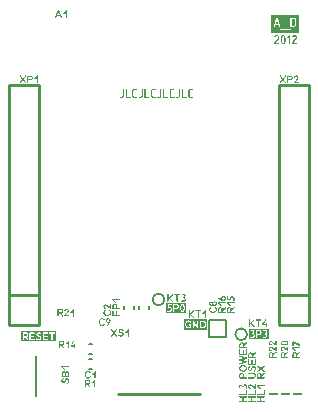
<source format=gto>
G04*
G04 #@! TF.GenerationSoftware,Altium Limited,Altium Designer,19.1.9 (167)*
G04*
G04 Layer_Color=15724527*
%FSLAX24Y24*%
%MOIN*%
G70*
G01*
G75*
%ADD10C,0.0059*%
%ADD11C,0.0079*%
%ADD12C,0.0098*%
G36*
X9557Y12538D02*
X9560Y12538D01*
X9563Y12537D01*
X9571Y12536D01*
X9580Y12533D01*
X9585Y12531D01*
X9589Y12529D01*
X9594Y12526D01*
X9599Y12522D01*
X9604Y12519D01*
X9608Y12515D01*
X9609Y12514D01*
X9609Y12513D01*
X9610Y12512D01*
X9612Y12511D01*
X9613Y12508D01*
X9616Y12505D01*
X9618Y12502D01*
X9620Y12499D01*
X9625Y12491D01*
X9628Y12481D01*
X9630Y12475D01*
X9631Y12470D01*
X9632Y12464D01*
X9632Y12458D01*
Y12457D01*
Y12456D01*
Y12455D01*
X9632Y12454D01*
Y12452D01*
X9631Y12449D01*
X9630Y12443D01*
X9628Y12436D01*
X9626Y12428D01*
X9623Y12420D01*
X9618Y12411D01*
X9522Y12264D01*
X9613D01*
X9615Y12264D01*
X9618Y12263D01*
X9622Y12262D01*
X9626Y12259D01*
X9629Y12256D01*
X9631Y12251D01*
X9632Y12248D01*
X9632Y12244D01*
Y12244D01*
Y12244D01*
X9632Y12241D01*
X9631Y12238D01*
X9629Y12235D01*
X9627Y12231D01*
X9623Y12228D01*
X9621Y12226D01*
X9618Y12225D01*
X9616Y12225D01*
X9612Y12224D01*
X9489D01*
X9487Y12225D01*
X9484Y12226D01*
X9480Y12227D01*
X9477Y12229D01*
X9473Y12233D01*
X9472Y12235D01*
X9471Y12238D01*
X9470Y12241D01*
X9470Y12244D01*
Y12245D01*
Y12245D01*
X9470Y12248D01*
X9471Y12251D01*
X9473Y12256D01*
X9585Y12435D01*
X9585Y12435D01*
X9586Y12437D01*
X9587Y12439D01*
X9588Y12442D01*
X9590Y12445D01*
X9591Y12449D01*
X9591Y12453D01*
X9592Y12458D01*
Y12459D01*
Y12461D01*
X9591Y12464D01*
X9590Y12468D01*
X9589Y12472D01*
X9587Y12477D01*
X9584Y12482D01*
X9580Y12486D01*
X9579Y12487D01*
X9578Y12488D01*
X9575Y12491D01*
X9572Y12493D01*
X9568Y12495D01*
X9563Y12497D01*
X9557Y12498D01*
X9551Y12499D01*
X9550D01*
X9549Y12498D01*
X9547D01*
X9543Y12497D01*
X9540Y12496D01*
X9537Y12494D01*
X9534Y12492D01*
X9530Y12490D01*
X9527Y12487D01*
X9523Y12484D01*
X9519Y12479D01*
X9515Y12475D01*
X9511Y12469D01*
X9507Y12463D01*
X9507Y12462D01*
X9506Y12461D01*
X9505Y12459D01*
X9503Y12458D01*
X9501Y12456D01*
X9498Y12454D01*
X9494Y12453D01*
X9490Y12453D01*
X9489D01*
X9487Y12453D01*
X9484Y12454D01*
X9480Y12455D01*
X9477Y12458D01*
X9473Y12461D01*
X9472Y12463D01*
X9471Y12466D01*
X9470Y12469D01*
X9470Y12473D01*
Y12473D01*
Y12474D01*
Y12475D01*
X9470Y12477D01*
X9471Y12479D01*
X9472Y12480D01*
X9472Y12481D01*
X9474Y12484D01*
X9477Y12488D01*
X9480Y12493D01*
X9484Y12498D01*
X9488Y12503D01*
X9493Y12509D01*
X9498Y12514D01*
X9504Y12520D01*
X9511Y12525D01*
X9518Y12529D01*
X9525Y12533D01*
X9534Y12536D01*
X9542Y12538D01*
X9551Y12538D01*
X9554D01*
X9557Y12538D01*
D02*
G37*
G36*
X9399D02*
X9402Y12537D01*
X9406Y12536D01*
X9409Y12534D01*
X9412Y12530D01*
X9414Y12528D01*
X9415Y12525D01*
X9415Y12522D01*
X9415Y12518D01*
Y12244D01*
Y12244D01*
Y12244D01*
X9415Y12241D01*
X9414Y12238D01*
X9413Y12235D01*
X9411Y12231D01*
X9407Y12228D01*
X9405Y12226D01*
X9402Y12225D01*
X9399Y12225D01*
X9395Y12224D01*
X9395D01*
X9392Y12225D01*
X9389Y12226D01*
X9386Y12227D01*
X9382Y12229D01*
X9379Y12233D01*
X9377Y12235D01*
X9376Y12238D01*
X9376Y12241D01*
X9375Y12244D01*
Y12477D01*
X9348Y12443D01*
X9348Y12443D01*
X9347Y12443D01*
X9346Y12442D01*
X9345Y12440D01*
X9340Y12438D01*
X9337Y12438D01*
X9334Y12438D01*
X9333D01*
X9331Y12438D01*
X9328Y12439D01*
X9324Y12440D01*
X9321Y12443D01*
X9317Y12446D01*
X9316Y12448D01*
X9315Y12451D01*
X9315Y12454D01*
X9314Y12458D01*
Y12458D01*
Y12459D01*
X9315Y12461D01*
X9315Y12462D01*
X9317Y12467D01*
X9318Y12469D01*
X9320Y12471D01*
X9379Y12531D01*
X9380Y12531D01*
X9381Y12532D01*
X9382Y12534D01*
X9384Y12535D01*
X9389Y12537D01*
X9392Y12538D01*
X9395Y12538D01*
X9396D01*
X9399Y12538D01*
D02*
G37*
G36*
X9182D02*
X9185Y12538D01*
X9189Y12536D01*
X9193Y12535D01*
X9198Y12533D01*
X9203Y12531D01*
X9209Y12527D01*
X9214Y12523D01*
X9220Y12518D01*
X9225Y12513D01*
X9231Y12506D01*
X9236Y12497D01*
X9240Y12488D01*
X9244Y12477D01*
Y12477D01*
X9245Y12475D01*
X9246Y12473D01*
X9247Y12470D01*
X9248Y12466D01*
X9249Y12461D01*
X9250Y12456D01*
X9251Y12450D01*
X9253Y12443D01*
X9254Y12436D01*
X9255Y12428D01*
X9256Y12420D01*
X9257Y12411D01*
X9258Y12402D01*
X9258Y12392D01*
Y12381D01*
Y12381D01*
Y12379D01*
Y12376D01*
Y12372D01*
X9258Y12368D01*
X9258Y12362D01*
X9257Y12356D01*
X9257Y12349D01*
X9256Y12341D01*
X9255Y12334D01*
X9253Y12317D01*
X9249Y12301D01*
X9244Y12285D01*
X9244Y12285D01*
X9244Y12283D01*
X9242Y12280D01*
X9240Y12276D01*
X9238Y12271D01*
X9235Y12266D01*
X9232Y12260D01*
X9228Y12255D01*
X9224Y12249D01*
X9219Y12244D01*
X9213Y12239D01*
X9207Y12234D01*
X9201Y12230D01*
X9194Y12227D01*
X9185Y12225D01*
X9177Y12224D01*
X9175D01*
X9173Y12225D01*
X9169Y12225D01*
X9166Y12226D01*
X9161Y12228D01*
X9156Y12230D01*
X9151Y12232D01*
X9146Y12235D01*
X9140Y12239D01*
X9134Y12244D01*
X9129Y12250D01*
X9124Y12257D01*
X9118Y12265D01*
X9114Y12275D01*
X9110Y12285D01*
Y12286D01*
X9109Y12288D01*
X9108Y12290D01*
X9108Y12292D01*
X9106Y12297D01*
X9105Y12301D01*
X9104Y12306D01*
X9103Y12313D01*
X9101Y12319D01*
X9100Y12327D01*
X9099Y12334D01*
X9098Y12343D01*
X9097Y12352D01*
X9096Y12361D01*
X9096Y12371D01*
Y12381D01*
Y12382D01*
Y12384D01*
Y12387D01*
X9096Y12391D01*
Y12395D01*
X9097Y12401D01*
X9097Y12407D01*
X9098Y12414D01*
X9099Y12422D01*
X9099Y12429D01*
X9102Y12445D01*
X9105Y12462D01*
X9110Y12477D01*
X9110Y12478D01*
X9110Y12480D01*
X9112Y12483D01*
X9114Y12487D01*
X9116Y12492D01*
X9119Y12497D01*
X9122Y12502D01*
X9126Y12508D01*
X9130Y12513D01*
X9135Y12519D01*
X9141Y12524D01*
X9147Y12529D01*
X9153Y12533D01*
X9161Y12536D01*
X9169Y12538D01*
X9177Y12538D01*
X9179D01*
X9182Y12538D01*
D02*
G37*
G36*
X8965D02*
X8968Y12538D01*
X8971Y12537D01*
X8979Y12536D01*
X8988Y12533D01*
X8993Y12531D01*
X8997Y12529D01*
X9002Y12526D01*
X9007Y12522D01*
X9012Y12519D01*
X9016Y12515D01*
X9017Y12514D01*
X9017Y12513D01*
X9018Y12512D01*
X9020Y12511D01*
X9021Y12508D01*
X9024Y12505D01*
X9026Y12502D01*
X9028Y12499D01*
X9033Y12491D01*
X9036Y12481D01*
X9038Y12475D01*
X9039Y12470D01*
X9039Y12464D01*
X9040Y12458D01*
Y12457D01*
Y12456D01*
Y12455D01*
X9039Y12454D01*
Y12452D01*
X9039Y12449D01*
X9038Y12443D01*
X9036Y12436D01*
X9034Y12428D01*
X9030Y12420D01*
X9026Y12411D01*
X8930Y12264D01*
X9021D01*
X9023Y12264D01*
X9026Y12263D01*
X9030Y12262D01*
X9034Y12259D01*
X9037Y12256D01*
X9039Y12251D01*
X9039Y12248D01*
X9040Y12244D01*
Y12244D01*
Y12244D01*
X9039Y12241D01*
X9039Y12238D01*
X9037Y12235D01*
X9035Y12231D01*
X9031Y12228D01*
X9029Y12226D01*
X9026Y12225D01*
X9024Y12225D01*
X9020Y12224D01*
X8897D01*
X8895Y12225D01*
X8892Y12226D01*
X8888Y12227D01*
X8885Y12229D01*
X8881Y12233D01*
X8880Y12235D01*
X8879Y12238D01*
X8878Y12241D01*
X8878Y12244D01*
Y12245D01*
Y12245D01*
X8878Y12248D01*
X8879Y12251D01*
X8881Y12256D01*
X8993Y12435D01*
X8993Y12435D01*
X8994Y12437D01*
X8995Y12439D01*
X8996Y12442D01*
X8998Y12445D01*
X8998Y12449D01*
X8999Y12453D01*
X9000Y12458D01*
Y12459D01*
Y12461D01*
X8999Y12464D01*
X8998Y12468D01*
X8997Y12472D01*
X8995Y12477D01*
X8992Y12482D01*
X8988Y12486D01*
X8987Y12487D01*
X8986Y12488D01*
X8983Y12491D01*
X8980Y12493D01*
X8976Y12495D01*
X8971Y12497D01*
X8965Y12498D01*
X8959Y12499D01*
X8958D01*
X8957Y12498D01*
X8955D01*
X8951Y12497D01*
X8948Y12496D01*
X8945Y12494D01*
X8942Y12492D01*
X8938Y12490D01*
X8935Y12487D01*
X8931Y12484D01*
X8927Y12479D01*
X8923Y12475D01*
X8919Y12469D01*
X8915Y12463D01*
X8915Y12462D01*
X8914Y12461D01*
X8913Y12459D01*
X8911Y12458D01*
X8909Y12456D01*
X8906Y12454D01*
X8902Y12453D01*
X8898Y12453D01*
X8897D01*
X8895Y12453D01*
X8892Y12454D01*
X8888Y12455D01*
X8885Y12458D01*
X8881Y12461D01*
X8880Y12463D01*
X8879Y12466D01*
X8878Y12469D01*
X8878Y12473D01*
Y12473D01*
Y12474D01*
Y12475D01*
X8878Y12477D01*
X8879Y12479D01*
X8880Y12480D01*
X8880Y12481D01*
X8882Y12484D01*
X8885Y12488D01*
X8888Y12493D01*
X8891Y12498D01*
X8896Y12503D01*
X8900Y12509D01*
X8906Y12514D01*
X8912Y12520D01*
X8919Y12525D01*
X8926Y12529D01*
X8933Y12533D01*
X8942Y12536D01*
X8950Y12538D01*
X8959Y12538D01*
X8962D01*
X8965Y12538D01*
D02*
G37*
G36*
X1960Y3412D02*
X1963Y3411D01*
X1967Y3411D01*
X1971Y3410D01*
X1976Y3409D01*
X1980Y3408D01*
X1981D01*
X1981Y3407D01*
X1983Y3407D01*
X1984Y3406D01*
X1986Y3405D01*
X1989Y3404D01*
X1994Y3401D01*
X2000Y3397D01*
X2006Y3392D01*
X2012Y3386D01*
X2015Y3382D01*
X2018Y3379D01*
X2018Y3378D01*
X2018Y3378D01*
X2019Y3377D01*
X2020Y3375D01*
X2021Y3373D01*
X2022Y3371D01*
X2023Y3369D01*
X2024Y3366D01*
X2026Y3363D01*
X2027Y3360D01*
X2029Y3352D01*
X2030Y3344D01*
X2031Y3340D01*
X2031Y3336D01*
Y3335D01*
Y3334D01*
Y3333D01*
X2031Y3331D01*
X2030Y3329D01*
X2030Y3326D01*
X2029Y3323D01*
X2029Y3320D01*
X2027Y3312D01*
X2025Y3308D01*
X2024Y3304D01*
X2022Y3300D01*
X2019Y3296D01*
X2017Y3292D01*
X2014Y3288D01*
X1937Y3192D01*
X2017D01*
X2018Y3192D01*
X2021Y3191D01*
X2025Y3190D01*
X2027Y3189D01*
X2029Y3188D01*
X2030Y3186D01*
X2032Y3184D01*
X2033Y3182D01*
X2034Y3179D01*
X2035Y3176D01*
X2035Y3173D01*
Y3172D01*
Y3172D01*
Y3171D01*
X2035Y3170D01*
X2034Y3166D01*
X2032Y3163D01*
X2031Y3161D01*
X2030Y3159D01*
X2028Y3157D01*
X2026Y3156D01*
X2024Y3155D01*
X2021Y3153D01*
X2018Y3153D01*
X2015Y3153D01*
X1893D01*
X1892Y3153D01*
X1888Y3153D01*
X1884Y3155D01*
X1880Y3157D01*
X1878Y3158D01*
X1877Y3160D01*
X1875Y3162D01*
X1874Y3164D01*
X1873Y3167D01*
X1873Y3170D01*
Y3170D01*
Y3171D01*
X1873Y3173D01*
X1874Y3174D01*
X1875Y3177D01*
X1876Y3179D01*
X1877Y3182D01*
X1879Y3185D01*
X1880Y3186D01*
X1881Y3187D01*
X1883Y3189D01*
X1886Y3192D01*
X1889Y3196D01*
X1893Y3201D01*
X1897Y3206D01*
X1902Y3212D01*
X1907Y3218D01*
X1913Y3225D01*
X1919Y3232D01*
X1925Y3239D01*
X1938Y3254D01*
X1952Y3270D01*
Y3270D01*
X1952Y3271D01*
X1954Y3272D01*
X1955Y3275D01*
X1958Y3278D01*
X1961Y3282D01*
X1964Y3286D01*
X1968Y3292D01*
X1971Y3297D01*
X1975Y3303D01*
X1978Y3309D01*
X1982Y3314D01*
X1985Y3320D01*
X1987Y3326D01*
X1989Y3332D01*
X1990Y3337D01*
X1991Y3342D01*
Y3342D01*
Y3343D01*
X1990Y3344D01*
Y3345D01*
X1990Y3347D01*
X1989Y3348D01*
X1989Y3351D01*
X1988Y3353D01*
X1986Y3355D01*
X1985Y3357D01*
X1983Y3360D01*
X1981Y3362D01*
X1978Y3364D01*
X1975Y3366D01*
X1971Y3368D01*
X1967Y3370D01*
X1966D01*
X1966Y3370D01*
X1964Y3371D01*
X1963Y3371D01*
X1961Y3372D01*
X1959Y3372D01*
X1955Y3372D01*
X1953D01*
X1952Y3372D01*
X1949Y3372D01*
X1946Y3371D01*
X1942Y3370D01*
X1938Y3368D01*
X1934Y3365D01*
X1930Y3361D01*
X1929Y3361D01*
X1928Y3360D01*
X1926Y3357D01*
X1924Y3354D01*
X1922Y3351D01*
X1921Y3346D01*
X1919Y3341D01*
X1919Y3336D01*
Y3336D01*
Y3335D01*
Y3334D01*
X1919Y3333D01*
X1918Y3330D01*
X1916Y3326D01*
X1915Y3324D01*
X1914Y3322D01*
X1912Y3321D01*
X1910Y3319D01*
X1908Y3318D01*
X1905Y3317D01*
X1902Y3316D01*
X1899Y3316D01*
X1898D01*
X1897Y3316D01*
X1896D01*
X1892Y3317D01*
X1889Y3319D01*
X1887Y3320D01*
X1885Y3321D01*
X1883Y3323D01*
X1882Y3325D01*
X1881Y3327D01*
X1880Y3330D01*
X1879Y3333D01*
X1879Y3336D01*
Y3336D01*
Y3337D01*
X1879Y3339D01*
Y3342D01*
X1880Y3344D01*
X1880Y3347D01*
X1881Y3351D01*
X1882Y3355D01*
X1883Y3359D01*
X1884Y3363D01*
X1886Y3368D01*
X1888Y3372D01*
X1891Y3377D01*
X1894Y3381D01*
X1898Y3386D01*
X1902Y3390D01*
X1902Y3390D01*
X1903Y3391D01*
X1904Y3392D01*
X1906Y3394D01*
X1908Y3395D01*
X1910Y3397D01*
X1913Y3399D01*
X1917Y3401D01*
X1921Y3403D01*
X1924Y3405D01*
X1929Y3407D01*
X1933Y3409D01*
X1939Y3410D01*
X1944Y3411D01*
X1949Y3412D01*
X1955Y3412D01*
X1957D01*
X1960Y3412D01*
D02*
G37*
G36*
X2188Y3414D02*
X2189D01*
X2192Y3413D01*
X2195Y3411D01*
X2197Y3410D01*
X2198Y3409D01*
X2200Y3407D01*
X2201Y3405D01*
X2202Y3402D01*
X2203Y3399D01*
X2203Y3396D01*
X2204Y3392D01*
Y3170D01*
Y3169D01*
Y3169D01*
Y3168D01*
X2203Y3167D01*
X2203Y3163D01*
X2201Y3160D01*
X2200Y3158D01*
X2199Y3156D01*
X2197Y3154D01*
X2195Y3153D01*
X2193Y3152D01*
X2190Y3150D01*
X2187Y3150D01*
X2183Y3150D01*
X2183D01*
X2182Y3150D01*
X2180D01*
X2177Y3151D01*
X2174Y3152D01*
X2172Y3153D01*
X2170Y3155D01*
X2168Y3156D01*
X2167Y3158D01*
X2165Y3160D01*
X2164Y3163D01*
X2164Y3166D01*
X2164Y3170D01*
Y3346D01*
X2098Y3284D01*
X2098Y3284D01*
X2097Y3283D01*
X2096Y3282D01*
X2094Y3281D01*
X2092Y3280D01*
X2090Y3279D01*
X2087Y3279D01*
X2084Y3278D01*
X2083D01*
X2081Y3279D01*
X2079Y3279D01*
X2077Y3280D01*
X2075Y3281D01*
X2073Y3283D01*
X2070Y3285D01*
X2070Y3285D01*
X2069Y3286D01*
X2068Y3287D01*
X2067Y3289D01*
X2066Y3291D01*
X2065Y3293D01*
X2064Y3296D01*
X2064Y3299D01*
Y3299D01*
Y3301D01*
X2064Y3302D01*
X2065Y3304D01*
X2066Y3306D01*
X2067Y3309D01*
X2069Y3311D01*
X2071Y3314D01*
X2170Y3406D01*
X2170Y3406D01*
X2171Y3408D01*
X2173Y3409D01*
X2175Y3410D01*
X2178Y3412D01*
X2181Y3413D01*
X2184Y3414D01*
X2187Y3414D01*
X2188D01*
X2188Y3414D01*
D02*
G37*
G36*
X1774Y3408D02*
X1776D01*
X1779Y3408D01*
X1782Y3408D01*
X1785Y3407D01*
X1789Y3406D01*
X1793Y3405D01*
X1798Y3403D01*
X1802Y3401D01*
X1807Y3399D01*
X1811Y3397D01*
X1816Y3394D01*
X1820Y3390D01*
X1824Y3386D01*
X1825Y3386D01*
X1826Y3385D01*
X1827Y3384D01*
X1828Y3382D01*
X1830Y3380D01*
X1832Y3378D01*
X1833Y3375D01*
X1836Y3371D01*
X1838Y3367D01*
X1840Y3363D01*
X1842Y3359D01*
X1843Y3354D01*
X1845Y3349D01*
X1846Y3344D01*
X1847Y3339D01*
X1847Y3333D01*
Y3333D01*
Y3332D01*
Y3330D01*
X1847Y3328D01*
X1846Y3326D01*
X1846Y3323D01*
X1845Y3320D01*
X1845Y3317D01*
X1842Y3309D01*
X1841Y3305D01*
X1839Y3301D01*
X1838Y3297D01*
X1835Y3293D01*
X1832Y3289D01*
X1829Y3285D01*
X1829Y3284D01*
X1829Y3284D01*
X1828Y3283D01*
X1826Y3281D01*
X1824Y3280D01*
X1823Y3278D01*
X1820Y3276D01*
X1817Y3274D01*
X1814Y3271D01*
X1811Y3269D01*
X1808Y3267D01*
X1804Y3265D01*
X1795Y3261D01*
X1791Y3259D01*
X1786Y3258D01*
X1786Y3258D01*
X1786Y3257D01*
X1787Y3256D01*
X1789Y3254D01*
X1790Y3253D01*
X1792Y3250D01*
X1794Y3247D01*
X1797Y3244D01*
X1802Y3238D01*
X1808Y3230D01*
X1814Y3222D01*
X1821Y3213D01*
X1821Y3213D01*
X1822Y3212D01*
X1823Y3210D01*
X1825Y3208D01*
X1827Y3205D01*
X1829Y3202D01*
X1831Y3198D01*
X1834Y3195D01*
X1839Y3187D01*
X1841Y3183D01*
X1843Y3180D01*
X1845Y3177D01*
X1846Y3174D01*
X1847Y3171D01*
X1847Y3169D01*
Y3169D01*
Y3168D01*
X1847Y3166D01*
X1846Y3164D01*
X1845Y3162D01*
X1844Y3160D01*
X1843Y3158D01*
X1841Y3155D01*
X1841Y3155D01*
X1840Y3154D01*
X1838Y3153D01*
X1837Y3152D01*
X1835Y3151D01*
X1832Y3150D01*
X1829Y3150D01*
X1826Y3149D01*
X1826D01*
X1825Y3150D01*
X1823Y3150D01*
X1821Y3150D01*
X1819Y3151D01*
X1816Y3153D01*
X1814Y3155D01*
X1811Y3158D01*
X1737Y3257D01*
X1693D01*
Y3170D01*
Y3169D01*
Y3168D01*
X1693Y3167D01*
X1693Y3164D01*
X1692Y3162D01*
X1691Y3160D01*
X1690Y3157D01*
X1688Y3155D01*
X1687Y3155D01*
X1687Y3154D01*
X1685Y3153D01*
X1684Y3152D01*
X1682Y3151D01*
X1679Y3150D01*
X1676Y3150D01*
X1673Y3150D01*
X1672D01*
X1670Y3150D01*
X1669Y3150D01*
X1666Y3151D01*
X1664Y3152D01*
X1661Y3153D01*
X1659Y3155D01*
X1659Y3155D01*
X1658Y3156D01*
X1657Y3157D01*
X1656Y3159D01*
X1655Y3161D01*
X1654Y3164D01*
X1654Y3167D01*
X1653Y3170D01*
Y3389D01*
Y3389D01*
Y3390D01*
X1654Y3391D01*
X1654Y3393D01*
X1655Y3396D01*
X1656Y3398D01*
X1657Y3400D01*
X1659Y3403D01*
X1660Y3403D01*
X1660Y3404D01*
X1662Y3405D01*
X1663Y3406D01*
X1666Y3407D01*
X1668Y3408D01*
X1670Y3408D01*
X1673Y3409D01*
X1772D01*
X1774Y3408D01*
D02*
G37*
G36*
X3146Y3097D02*
X3149Y3097D01*
X3153Y3096D01*
X3157Y3096D01*
X3161Y3095D01*
X3166Y3094D01*
X3171Y3092D01*
X3176Y3090D01*
X3182Y3089D01*
X3187Y3086D01*
X3193Y3083D01*
X3198Y3080D01*
X3204Y3077D01*
X3204Y3076D01*
X3205Y3076D01*
X3206Y3075D01*
X3208Y3073D01*
X3210Y3071D01*
X3212Y3069D01*
X3215Y3067D01*
X3218Y3065D01*
X3223Y3059D01*
X3225Y3055D01*
X3227Y3052D01*
X3229Y3049D01*
X3230Y3045D01*
X3231Y3041D01*
X3231Y3038D01*
Y3037D01*
X3231Y3036D01*
X3231Y3034D01*
X3230Y3032D01*
X3229Y3030D01*
X3227Y3027D01*
X3225Y3024D01*
X3222Y3022D01*
X3221D01*
X3221Y3021D01*
X3220Y3021D01*
X3219Y3021D01*
X3217Y3020D01*
X3215Y3019D01*
X3213Y3019D01*
X3211Y3019D01*
X3210D01*
X3209Y3019D01*
X3207Y3019D01*
X3205Y3020D01*
X3202Y3021D01*
X3199Y3023D01*
X3197Y3025D01*
X3194Y3028D01*
X3194Y3029D01*
X3193Y3030D01*
X3192Y3031D01*
X3191Y3033D01*
X3189Y3035D01*
X3187Y3037D01*
X3184Y3040D01*
X3181Y3043D01*
X3178Y3045D01*
X3174Y3048D01*
X3170Y3050D01*
X3165Y3052D01*
X3160Y3054D01*
X3155Y3056D01*
X3149Y3057D01*
X3143Y3057D01*
X3141D01*
X3139Y3057D01*
X3136Y3056D01*
X3134Y3056D01*
X3131Y3055D01*
X3128Y3054D01*
X3124Y3053D01*
X3120Y3052D01*
X3117Y3051D01*
X3113Y3049D01*
X3109Y3046D01*
X3106Y3044D01*
X3102Y3041D01*
X3099Y3037D01*
X3098Y3037D01*
X3098Y3036D01*
X3096Y3034D01*
X3094Y3032D01*
X3092Y3029D01*
X3090Y3025D01*
X3087Y3021D01*
X3085Y3017D01*
X3083Y3012D01*
X3080Y3006D01*
X3078Y3001D01*
X3076Y2994D01*
X3074Y2988D01*
X3072Y2980D01*
X3072Y2973D01*
X3071Y2965D01*
Y2965D01*
Y2964D01*
X3072Y2961D01*
X3072Y2959D01*
X3072Y2955D01*
X3073Y2951D01*
X3074Y2946D01*
X3075Y2941D01*
X3076Y2936D01*
X3078Y2930D01*
X3080Y2924D01*
X3083Y2918D01*
X3086Y2912D01*
X3090Y2906D01*
X3094Y2900D01*
X3099Y2894D01*
X3099Y2894D01*
X3099Y2893D01*
X3101Y2892D01*
X3102Y2891D01*
X3104Y2890D01*
X3106Y2888D01*
X3108Y2886D01*
X3111Y2884D01*
X3114Y2882D01*
X3117Y2881D01*
X3121Y2879D01*
X3125Y2878D01*
X3129Y2876D01*
X3134Y2875D01*
X3138Y2875D01*
X3143Y2874D01*
X3145D01*
X3146Y2875D01*
X3149Y2875D01*
X3152Y2875D01*
X3155Y2876D01*
X3158Y2877D01*
X3162Y2878D01*
X3166Y2880D01*
X3170Y2881D01*
X3175Y2884D01*
X3179Y2887D01*
X3183Y2890D01*
X3187Y2894D01*
X3191Y2898D01*
X3194Y2903D01*
X3194Y2903D01*
X3195Y2905D01*
X3197Y2906D01*
X3199Y2908D01*
X3201Y2909D01*
X3204Y2911D01*
X3207Y2912D01*
X3211Y2912D01*
X3212D01*
X3214Y2912D01*
X3216Y2912D01*
X3218Y2911D01*
X3220Y2910D01*
X3223Y2908D01*
X3225Y2906D01*
X3226Y2906D01*
X3226Y2905D01*
X3227Y2904D01*
X3229Y2903D01*
X3230Y2900D01*
X3231Y2898D01*
X3231Y2896D01*
X3232Y2893D01*
Y2892D01*
Y2891D01*
X3231Y2890D01*
Y2889D01*
X3230Y2886D01*
X3230Y2884D01*
X3229Y2882D01*
X3228Y2881D01*
X3227Y2880D01*
X3226Y2878D01*
X3223Y2874D01*
X3220Y2871D01*
X3216Y2867D01*
X3212Y2863D01*
X3207Y2858D01*
X3201Y2854D01*
X3195Y2850D01*
X3188Y2846D01*
X3180Y2842D01*
X3172Y2839D01*
X3163Y2837D01*
X3153Y2835D01*
X3148Y2835D01*
X3143Y2835D01*
X3141D01*
X3139Y2835D01*
X3136Y2835D01*
X3132Y2836D01*
X3128Y2836D01*
X3123Y2837D01*
X3117Y2839D01*
X3111Y2840D01*
X3105Y2843D01*
X3099Y2845D01*
X3093Y2848D01*
X3087Y2852D01*
X3081Y2856D01*
X3075Y2861D01*
X3069Y2867D01*
X3068Y2868D01*
X3067Y2869D01*
X3065Y2871D01*
X3063Y2874D01*
X3060Y2879D01*
X3057Y2883D01*
X3054Y2889D01*
X3050Y2895D01*
X3047Y2902D01*
X3043Y2909D01*
X3040Y2917D01*
X3037Y2926D01*
X3035Y2935D01*
X3033Y2945D01*
X3032Y2955D01*
X3031Y2965D01*
Y2966D01*
Y2966D01*
Y2967D01*
Y2968D01*
X3032Y2969D01*
Y2971D01*
X3032Y2975D01*
X3033Y2980D01*
X3033Y2986D01*
X3035Y2992D01*
X3036Y2999D01*
X3038Y3007D01*
X3040Y3015D01*
X3044Y3023D01*
X3047Y3031D01*
X3052Y3040D01*
X3057Y3048D01*
X3062Y3056D01*
X3069Y3064D01*
X3069Y3065D01*
X3070Y3066D01*
X3072Y3067D01*
X3074Y3069D01*
X3077Y3072D01*
X3081Y3075D01*
X3085Y3078D01*
X3089Y3081D01*
X3094Y3084D01*
X3100Y3087D01*
X3105Y3090D01*
X3112Y3092D01*
X3119Y3094D01*
X3126Y3096D01*
X3133Y3097D01*
X3141Y3097D01*
X3144D01*
X3146Y3097D01*
D02*
G37*
G36*
X3347Y3097D02*
X3349D01*
X3352Y3096D01*
X3355Y3096D01*
X3359Y3095D01*
X3363Y3094D01*
X3368Y3093D01*
X3372Y3092D01*
X3377Y3090D01*
X3382Y3087D01*
X3387Y3085D01*
X3391Y3082D01*
X3396Y3078D01*
X3400Y3074D01*
X3400Y3074D01*
X3401Y3073D01*
X3402Y3072D01*
X3404Y3070D01*
X3405Y3068D01*
X3407Y3065D01*
X3409Y3062D01*
X3411Y3059D01*
X3413Y3055D01*
X3415Y3050D01*
X3417Y3046D01*
X3419Y3040D01*
X3420Y3035D01*
X3422Y3030D01*
X3422Y3023D01*
X3422Y3017D01*
Y3017D01*
Y3016D01*
Y3015D01*
Y3014D01*
X3422Y3012D01*
X3422Y3010D01*
X3421Y3006D01*
X3421Y3000D01*
X3419Y2994D01*
X3417Y2988D01*
X3414Y2982D01*
X3348Y2846D01*
X3347Y2845D01*
X3347Y2844D01*
X3345Y2842D01*
X3343Y2840D01*
X3341Y2838D01*
X3338Y2836D01*
X3334Y2835D01*
X3330Y2835D01*
X3329D01*
X3327Y2835D01*
X3325Y2835D01*
X3323Y2836D01*
X3321Y2837D01*
X3318Y2838D01*
X3316Y2840D01*
X3316Y2840D01*
X3315Y2841D01*
X3314Y2842D01*
X3313Y2844D01*
X3312Y2846D01*
X3311Y2848D01*
X3310Y2851D01*
X3310Y2854D01*
Y2855D01*
Y2855D01*
Y2856D01*
X3310Y2857D01*
X3311Y2860D01*
X3312Y2864D01*
Y2864D01*
X3312Y2864D01*
X3313Y2865D01*
X3313Y2866D01*
X3314Y2867D01*
X3315Y2869D01*
X3316Y2871D01*
X3317Y2873D01*
X3318Y2875D01*
X3320Y2878D01*
X3321Y2881D01*
X3323Y2884D01*
X3325Y2888D01*
X3327Y2892D01*
X3329Y2896D01*
X3331Y2900D01*
Y2901D01*
X3331Y2901D01*
X3332Y2902D01*
X3332Y2903D01*
X3333Y2905D01*
X3334Y2907D01*
X3336Y2912D01*
X3339Y2917D01*
X3342Y2923D01*
X3345Y2930D01*
X3348Y2937D01*
X3346D01*
X3345Y2937D01*
X3342D01*
X3340Y2937D01*
X3338D01*
X3335Y2938D01*
X3331Y2938D01*
X3327Y2939D01*
X3323Y2940D01*
X3319Y2941D01*
X3314Y2942D01*
X3309Y2944D01*
X3304Y2946D01*
X3300Y2949D01*
X3295Y2952D01*
X3290Y2956D01*
X3286Y2960D01*
X3285Y2960D01*
X3285Y2961D01*
X3283Y2962D01*
X3282Y2964D01*
X3280Y2966D01*
X3278Y2969D01*
X3276Y2972D01*
X3274Y2976D01*
X3272Y2980D01*
X3270Y2984D01*
X3268Y2989D01*
X3266Y2994D01*
X3265Y2999D01*
X3264Y3005D01*
X3263Y3011D01*
X3262Y3017D01*
Y3017D01*
Y3019D01*
X3263Y3020D01*
Y3023D01*
X3263Y3026D01*
X3264Y3029D01*
X3264Y3033D01*
X3265Y3037D01*
X3267Y3042D01*
X3268Y3046D01*
X3270Y3051D01*
X3272Y3056D01*
X3275Y3061D01*
X3278Y3065D01*
X3281Y3070D01*
X3285Y3074D01*
X3286Y3075D01*
X3286Y3075D01*
X3288Y3077D01*
X3289Y3078D01*
X3292Y3080D01*
X3295Y3081D01*
X3298Y3084D01*
X3301Y3086D01*
X3305Y3088D01*
X3310Y3090D01*
X3315Y3092D01*
X3320Y3093D01*
X3325Y3095D01*
X3331Y3096D01*
X3337Y3097D01*
X3343Y3097D01*
X3345D01*
X3347Y3097D01*
D02*
G37*
G36*
X6645Y2717D02*
X5866D01*
Y3058D01*
X6645D01*
Y2717D01*
D02*
G37*
G36*
X6602Y3374D02*
X6603D01*
X6605Y3374D01*
X6608Y3372D01*
X6610Y3371D01*
X6611Y3369D01*
X6613Y3367D01*
X6614Y3365D01*
X6615Y3363D01*
X6616Y3360D01*
X6617Y3356D01*
X6617Y3352D01*
Y3130D01*
Y3130D01*
Y3129D01*
Y3128D01*
X6617Y3127D01*
X6616Y3124D01*
X6614Y3120D01*
X6613Y3118D01*
X6612Y3117D01*
X6610Y3115D01*
X6608Y3113D01*
X6606Y3112D01*
X6603Y3111D01*
X6600Y3111D01*
X6597Y3110D01*
X6596D01*
X6595Y3111D01*
X6594D01*
X6590Y3111D01*
X6587Y3113D01*
X6585Y3114D01*
X6583Y3115D01*
X6581Y3117D01*
X6580Y3119D01*
X6579Y3121D01*
X6578Y3124D01*
X6577Y3127D01*
X6577Y3130D01*
Y3307D01*
X6511Y3245D01*
X6511Y3245D01*
X6510Y3244D01*
X6509Y3243D01*
X6507Y3242D01*
X6505Y3241D01*
X6503Y3240D01*
X6500Y3239D01*
X6498Y3239D01*
X6496D01*
X6495Y3239D01*
X6493Y3240D01*
X6490Y3241D01*
X6488Y3242D01*
X6486Y3243D01*
X6483Y3245D01*
X6483Y3246D01*
X6483Y3246D01*
X6481Y3248D01*
X6480Y3249D01*
X6479Y3252D01*
X6478Y3254D01*
X6478Y3257D01*
X6477Y3260D01*
Y3260D01*
Y3261D01*
X6478Y3263D01*
X6478Y3265D01*
X6479Y3267D01*
X6480Y3269D01*
X6482Y3272D01*
X6484Y3274D01*
X6583Y3367D01*
X6584Y3367D01*
X6585Y3368D01*
X6586Y3369D01*
X6588Y3371D01*
X6591Y3372D01*
X6594Y3374D01*
X6597Y3374D01*
X6600Y3375D01*
X6601D01*
X6602Y3374D01*
D02*
G37*
G36*
X6435Y3369D02*
X6438Y3368D01*
X6442Y3367D01*
X6444Y3366D01*
X6446Y3364D01*
X6448Y3363D01*
X6449Y3361D01*
X6451Y3359D01*
X6452Y3356D01*
X6452Y3353D01*
X6453Y3349D01*
Y3349D01*
Y3349D01*
Y3347D01*
X6452Y3346D01*
X6451Y3343D01*
X6450Y3340D01*
X6449Y3338D01*
X6447Y3336D01*
X6446Y3334D01*
X6444Y3332D01*
X6441Y3331D01*
X6439Y3330D01*
X6435Y3330D01*
X6432Y3329D01*
X6369D01*
Y3130D01*
Y3130D01*
Y3129D01*
Y3128D01*
X6369Y3127D01*
X6368Y3124D01*
X6367Y3120D01*
X6366Y3118D01*
X6364Y3117D01*
X6363Y3115D01*
X6361Y3113D01*
X6359Y3112D01*
X6356Y3111D01*
X6353Y3111D01*
X6349Y3110D01*
X6348D01*
X6347Y3111D01*
X6346D01*
X6343Y3111D01*
X6339Y3113D01*
X6337Y3114D01*
X6335Y3115D01*
X6334Y3117D01*
X6332Y3119D01*
X6331Y3121D01*
X6330Y3124D01*
X6329Y3127D01*
X6329Y3130D01*
Y3329D01*
X6266D01*
X6265Y3330D01*
X6264D01*
X6261Y3331D01*
X6257Y3332D01*
X6255Y3333D01*
X6253Y3334D01*
X6252Y3336D01*
X6250Y3338D01*
X6249Y3340D01*
X6248Y3343D01*
X6247Y3346D01*
X6247Y3349D01*
Y3350D01*
Y3350D01*
X6247Y3351D01*
Y3352D01*
X6248Y3356D01*
X6249Y3359D01*
X6250Y3361D01*
X6252Y3363D01*
X6253Y3365D01*
X6255Y3366D01*
X6258Y3367D01*
X6260Y3368D01*
X6263Y3369D01*
X6267Y3369D01*
X6434D01*
X6435Y3369D01*
D02*
G37*
G36*
X6199Y3372D02*
X6201Y3372D01*
X6203Y3371D01*
X6205Y3370D01*
X6207Y3368D01*
X6210Y3367D01*
X6210Y3366D01*
X6210Y3365D01*
X6211Y3364D01*
X6213Y3362D01*
X6214Y3361D01*
X6215Y3358D01*
X6215Y3355D01*
X6216Y3352D01*
Y3352D01*
Y3351D01*
X6215Y3349D01*
X6215Y3347D01*
X6214Y3345D01*
X6213Y3343D01*
X6212Y3341D01*
X6210Y3338D01*
X6119Y3245D01*
X6210Y3144D01*
X6211Y3143D01*
X6211Y3142D01*
X6212Y3141D01*
X6213Y3140D01*
X6214Y3138D01*
X6215Y3136D01*
X6215Y3133D01*
X6216Y3130D01*
Y3130D01*
Y3129D01*
X6215Y3127D01*
X6215Y3125D01*
X6214Y3123D01*
X6213Y3121D01*
X6211Y3118D01*
X6210Y3116D01*
X6209Y3116D01*
X6208Y3115D01*
X6207Y3114D01*
X6206Y3113D01*
X6204Y3112D01*
X6201Y3111D01*
X6199Y3111D01*
X6196Y3110D01*
X6194D01*
X6192Y3111D01*
X6190Y3111D01*
X6188Y3112D01*
X6186Y3113D01*
X6183Y3115D01*
X6181Y3117D01*
X6077Y3232D01*
X6076Y3232D01*
X6076Y3233D01*
X6075Y3234D01*
X6074Y3236D01*
X6073Y3237D01*
X6072Y3240D01*
X6072Y3242D01*
X6071Y3245D01*
Y3245D01*
Y3246D01*
X6072Y3248D01*
X6072Y3250D01*
X6073Y3252D01*
X6074Y3254D01*
X6075Y3257D01*
X6077Y3259D01*
X6181Y3366D01*
X6181Y3367D01*
X6182Y3367D01*
X6184Y3368D01*
X6185Y3370D01*
X6187Y3371D01*
X6190Y3372D01*
X6193Y3372D01*
X6196Y3373D01*
X6197D01*
X6199Y3372D01*
D02*
G37*
G36*
X6046D02*
X6048Y3372D01*
X6050Y3371D01*
X6053Y3370D01*
X6055Y3369D01*
X6057Y3367D01*
X6057Y3367D01*
X6058Y3366D01*
X6059Y3365D01*
X6060Y3363D01*
X6062Y3361D01*
X6063Y3359D01*
X6063Y3356D01*
X6064Y3352D01*
Y3130D01*
Y3130D01*
Y3129D01*
X6063Y3127D01*
X6063Y3125D01*
X6062Y3123D01*
X6061Y3120D01*
X6059Y3117D01*
X6057Y3115D01*
X6057Y3115D01*
X6056Y3114D01*
X6055Y3114D01*
X6053Y3113D01*
X6051Y3112D01*
X6049Y3111D01*
X6046Y3111D01*
X6044Y3110D01*
X6042D01*
X6041Y3111D01*
X6039Y3111D01*
X6037Y3111D01*
X6035Y3112D01*
X6032Y3114D01*
X6030Y3115D01*
X6030Y3115D01*
X6029Y3116D01*
X6028Y3117D01*
X6027Y3119D01*
X6026Y3121D01*
X6025Y3124D01*
X6024Y3127D01*
X6024Y3130D01*
Y3352D01*
Y3353D01*
Y3354D01*
X6024Y3356D01*
X6024Y3358D01*
X6025Y3360D01*
X6026Y3363D01*
X6028Y3365D01*
X6030Y3367D01*
X6030Y3368D01*
X6031Y3368D01*
X6032Y3369D01*
X6034Y3370D01*
X6036Y3371D01*
X6038Y3372D01*
X6041Y3372D01*
X6044Y3373D01*
X6045D01*
X6046Y3372D01*
D02*
G37*
G36*
X6160Y10747D02*
X6163Y10746D01*
X6167Y10745D01*
X6171Y10742D01*
X6174Y10739D01*
X6176Y10734D01*
X6176Y10731D01*
X6177Y10727D01*
Y10727D01*
Y10727D01*
X6176Y10724D01*
X6176Y10721D01*
X6174Y10718D01*
X6172Y10714D01*
X6168Y10711D01*
X6166Y10709D01*
X6163Y10708D01*
X6160Y10708D01*
X6157Y10707D01*
X6093D01*
X6089Y10707D01*
X6085Y10706D01*
X6081Y10704D01*
X6076Y10702D01*
X6071Y10699D01*
X6066Y10695D01*
X6066Y10695D01*
X6065Y10693D01*
X6063Y10691D01*
X6061Y10687D01*
X6059Y10683D01*
X6057Y10678D01*
X6055Y10673D01*
X6055Y10666D01*
Y10514D01*
Y10513D01*
Y10511D01*
X6056Y10508D01*
X6057Y10504D01*
X6058Y10499D01*
X6060Y10494D01*
X6063Y10489D01*
X6067Y10485D01*
X6067Y10484D01*
X6069Y10483D01*
X6071Y10481D01*
X6075Y10479D01*
X6079Y10477D01*
X6084Y10475D01*
X6089Y10473D01*
X6096Y10473D01*
X6158D01*
X6160Y10472D01*
X6163Y10472D01*
X6167Y10470D01*
X6171Y10468D01*
X6174Y10465D01*
X6176Y10460D01*
X6176Y10456D01*
X6177Y10453D01*
Y10453D01*
Y10452D01*
X6176Y10450D01*
X6176Y10447D01*
X6174Y10443D01*
X6172Y10440D01*
X6168Y10436D01*
X6166Y10435D01*
X6163Y10434D01*
X6160Y10433D01*
X6157Y10433D01*
X6092D01*
X6090Y10433D01*
X6087Y10434D01*
X6084Y10434D01*
X6076Y10436D01*
X6067Y10439D01*
X6062Y10441D01*
X6057Y10443D01*
X6052Y10446D01*
X6048Y10449D01*
X6043Y10452D01*
X6038Y10456D01*
X6038Y10457D01*
X6037Y10458D01*
X6036Y10459D01*
X6035Y10461D01*
X6033Y10463D01*
X6031Y10466D01*
X6029Y10469D01*
X6027Y10472D01*
X6022Y10481D01*
X6019Y10491D01*
X6017Y10496D01*
X6016Y10502D01*
X6015Y10508D01*
X6015Y10514D01*
Y10666D01*
Y10667D01*
Y10668D01*
Y10670D01*
X6015Y10672D01*
X6016Y10675D01*
X6016Y10678D01*
X6018Y10686D01*
X6021Y10695D01*
X6023Y10700D01*
X6025Y10704D01*
X6028Y10709D01*
X6030Y10714D01*
X6034Y10719D01*
X6038Y10723D01*
X6039Y10724D01*
X6039Y10725D01*
X6041Y10725D01*
X6042Y10727D01*
X6045Y10729D01*
X6047Y10731D01*
X6051Y10733D01*
X6054Y10735D01*
X6062Y10740D01*
X6072Y10743D01*
X6078Y10745D01*
X6083Y10746D01*
X6089Y10747D01*
X6096Y10747D01*
X6158D01*
X6160Y10747D01*
D02*
G37*
G36*
X5820D02*
X5823Y10746D01*
X5827Y10745D01*
X5831Y10742D01*
X5834Y10739D01*
X5835Y10736D01*
X5836Y10734D01*
X5836Y10731D01*
X5837Y10727D01*
Y10473D01*
X5939D01*
X5942Y10472D01*
X5945Y10472D01*
X5949Y10470D01*
X5953Y10468D01*
X5955Y10465D01*
X5958Y10460D01*
X5958Y10456D01*
X5959Y10453D01*
Y10453D01*
Y10452D01*
X5958Y10450D01*
X5957Y10447D01*
X5956Y10443D01*
X5954Y10440D01*
X5950Y10436D01*
X5948Y10435D01*
X5945Y10434D01*
X5942Y10433D01*
X5939Y10433D01*
X5816D01*
X5814Y10433D01*
X5811Y10434D01*
X5807Y10436D01*
X5803Y10438D01*
X5800Y10442D01*
X5799Y10444D01*
X5798Y10447D01*
X5797Y10449D01*
X5797Y10453D01*
Y10727D01*
Y10727D01*
Y10728D01*
X5797Y10730D01*
X5798Y10734D01*
X5799Y10737D01*
X5802Y10741D01*
X5805Y10744D01*
X5807Y10745D01*
X5810Y10746D01*
X5813Y10747D01*
X5817Y10747D01*
X5818D01*
X5820Y10747D01*
D02*
G37*
G36*
X5725D02*
X5728Y10746D01*
X5732Y10745D01*
X5735Y10742D01*
X5738Y10739D01*
X5740Y10736D01*
X5741Y10734D01*
X5741Y10731D01*
X5741Y10727D01*
Y10514D01*
Y10513D01*
Y10512D01*
Y10511D01*
X5741Y10508D01*
X5741Y10505D01*
X5740Y10502D01*
X5738Y10494D01*
X5736Y10485D01*
X5734Y10480D01*
X5732Y10475D01*
X5729Y10470D01*
X5725Y10466D01*
X5722Y10461D01*
X5718Y10456D01*
X5717Y10456D01*
X5716Y10456D01*
X5715Y10454D01*
X5713Y10453D01*
X5711Y10451D01*
X5708Y10449D01*
X5705Y10447D01*
X5702Y10445D01*
X5693Y10440D01*
X5684Y10437D01*
X5678Y10435D01*
X5672Y10434D01*
X5666Y10433D01*
X5660Y10433D01*
X5629D01*
X5627Y10433D01*
X5624Y10434D01*
X5620Y10436D01*
X5616Y10438D01*
X5613Y10442D01*
X5612Y10444D01*
X5611Y10447D01*
X5610Y10449D01*
X5610Y10453D01*
Y10454D01*
Y10454D01*
X5610Y10456D01*
X5611Y10459D01*
X5612Y10463D01*
X5615Y10467D01*
X5618Y10470D01*
X5620Y10471D01*
X5623Y10472D01*
X5626Y10472D01*
X5630Y10473D01*
X5663D01*
X5666Y10474D01*
X5670Y10474D01*
X5675Y10476D01*
X5679Y10478D01*
X5684Y10481D01*
X5689Y10485D01*
X5689Y10485D01*
X5691Y10487D01*
X5693Y10489D01*
X5695Y10493D01*
X5698Y10497D01*
X5699Y10502D01*
X5701Y10508D01*
X5701Y10514D01*
Y10727D01*
Y10727D01*
Y10728D01*
X5702Y10730D01*
X5702Y10734D01*
X5704Y10737D01*
X5706Y10741D01*
X5710Y10744D01*
X5712Y10745D01*
X5715Y10746D01*
X5718Y10747D01*
X5721Y10747D01*
X5722D01*
X5725Y10747D01*
D02*
G37*
G36*
X5537D02*
X5540Y10746D01*
X5544Y10745D01*
X5547Y10742D01*
X5550Y10739D01*
X5553Y10734D01*
X5553Y10731D01*
X5554Y10727D01*
Y10727D01*
Y10727D01*
X5553Y10724D01*
X5552Y10721D01*
X5551Y10718D01*
X5549Y10714D01*
X5545Y10711D01*
X5543Y10709D01*
X5540Y10708D01*
X5537Y10708D01*
X5533Y10707D01*
X5470D01*
X5466Y10707D01*
X5462Y10706D01*
X5458Y10704D01*
X5453Y10702D01*
X5448Y10699D01*
X5443Y10695D01*
X5443Y10695D01*
X5442Y10693D01*
X5440Y10691D01*
X5438Y10687D01*
X5436Y10683D01*
X5433Y10678D01*
X5432Y10673D01*
X5432Y10666D01*
Y10514D01*
Y10513D01*
Y10511D01*
X5433Y10508D01*
X5433Y10504D01*
X5435Y10499D01*
X5437Y10494D01*
X5440Y10489D01*
X5444Y10485D01*
X5444Y10484D01*
X5446Y10483D01*
X5448Y10481D01*
X5452Y10479D01*
X5456Y10477D01*
X5461Y10475D01*
X5466Y10473D01*
X5472Y10473D01*
X5534D01*
X5537Y10472D01*
X5540Y10472D01*
X5544Y10470D01*
X5547Y10468D01*
X5550Y10465D01*
X5553Y10460D01*
X5553Y10456D01*
X5554Y10453D01*
Y10453D01*
Y10452D01*
X5553Y10450D01*
X5552Y10447D01*
X5551Y10443D01*
X5549Y10440D01*
X5545Y10436D01*
X5543Y10435D01*
X5540Y10434D01*
X5537Y10433D01*
X5533Y10433D01*
X5469D01*
X5467Y10433D01*
X5464Y10434D01*
X5461Y10434D01*
X5453Y10436D01*
X5444Y10439D01*
X5439Y10441D01*
X5434Y10443D01*
X5429Y10446D01*
X5424Y10449D01*
X5420Y10452D01*
X5415Y10456D01*
X5415Y10457D01*
X5414Y10458D01*
X5413Y10459D01*
X5411Y10461D01*
X5410Y10463D01*
X5408Y10466D01*
X5406Y10469D01*
X5404Y10472D01*
X5399Y10481D01*
X5395Y10491D01*
X5394Y10496D01*
X5392Y10502D01*
X5392Y10508D01*
X5392Y10514D01*
Y10666D01*
Y10667D01*
Y10668D01*
Y10670D01*
X5392Y10672D01*
X5392Y10675D01*
X5393Y10678D01*
X5395Y10686D01*
X5397Y10695D01*
X5399Y10700D01*
X5401Y10704D01*
X5404Y10709D01*
X5407Y10714D01*
X5411Y10719D01*
X5415Y10723D01*
X5415Y10724D01*
X5416Y10725D01*
X5417Y10725D01*
X5419Y10727D01*
X5422Y10729D01*
X5424Y10731D01*
X5427Y10733D01*
X5431Y10735D01*
X5439Y10740D01*
X5449Y10743D01*
X5454Y10745D01*
X5460Y10746D01*
X5466Y10747D01*
X5472Y10747D01*
X5534D01*
X5537Y10747D01*
D02*
G37*
G36*
X5197D02*
X5200Y10746D01*
X5204Y10745D01*
X5208Y10742D01*
X5210Y10739D01*
X5212Y10736D01*
X5213Y10734D01*
X5213Y10731D01*
X5214Y10727D01*
Y10473D01*
X5316D01*
X5319Y10472D01*
X5322Y10472D01*
X5326Y10470D01*
X5329Y10468D01*
X5332Y10465D01*
X5335Y10460D01*
X5335Y10456D01*
X5335Y10453D01*
Y10453D01*
Y10452D01*
X5335Y10450D01*
X5334Y10447D01*
X5333Y10443D01*
X5331Y10440D01*
X5327Y10436D01*
X5325Y10435D01*
X5322Y10434D01*
X5319Y10433D01*
X5315Y10433D01*
X5193D01*
X5190Y10433D01*
X5187Y10434D01*
X5184Y10436D01*
X5180Y10438D01*
X5177Y10442D01*
X5176Y10444D01*
X5174Y10447D01*
X5174Y10449D01*
X5174Y10453D01*
Y10727D01*
Y10727D01*
Y10728D01*
X5174Y10730D01*
X5175Y10734D01*
X5176Y10737D01*
X5178Y10741D01*
X5182Y10744D01*
X5184Y10745D01*
X5187Y10746D01*
X5190Y10747D01*
X5194Y10747D01*
X5194D01*
X5197Y10747D01*
D02*
G37*
G36*
X5101D02*
X5105Y10746D01*
X5108Y10745D01*
X5112Y10742D01*
X5115Y10739D01*
X5117Y10736D01*
X5117Y10734D01*
X5118Y10731D01*
X5118Y10727D01*
Y10514D01*
Y10513D01*
Y10512D01*
Y10511D01*
X5118Y10508D01*
X5117Y10505D01*
X5117Y10502D01*
X5115Y10494D01*
X5112Y10485D01*
X5110Y10480D01*
X5108Y10475D01*
X5105Y10470D01*
X5102Y10466D01*
X5098Y10461D01*
X5094Y10456D01*
X5094Y10456D01*
X5093Y10456D01*
X5092Y10454D01*
X5090Y10453D01*
X5088Y10451D01*
X5085Y10449D01*
X5082Y10447D01*
X5078Y10445D01*
X5070Y10440D01*
X5060Y10437D01*
X5055Y10435D01*
X5049Y10434D01*
X5043Y10433D01*
X5037Y10433D01*
X5006D01*
X5003Y10433D01*
X5001Y10434D01*
X4997Y10436D01*
X4993Y10438D01*
X4990Y10442D01*
X4989Y10444D01*
X4987Y10447D01*
X4987Y10449D01*
X4987Y10453D01*
Y10454D01*
Y10454D01*
X4987Y10456D01*
X4988Y10459D01*
X4989Y10463D01*
X4991Y10467D01*
X4995Y10470D01*
X4997Y10471D01*
X5000Y10472D01*
X5003Y10472D01*
X5007Y10473D01*
X5040D01*
X5043Y10474D01*
X5047Y10474D01*
X5051Y10476D01*
X5056Y10478D01*
X5061Y10481D01*
X5066Y10485D01*
X5066Y10485D01*
X5068Y10487D01*
X5070Y10489D01*
X5072Y10493D01*
X5074Y10497D01*
X5076Y10502D01*
X5078Y10508D01*
X5078Y10514D01*
Y10727D01*
Y10727D01*
Y10728D01*
X5078Y10730D01*
X5079Y10734D01*
X5080Y10737D01*
X5083Y10741D01*
X5087Y10744D01*
X5089Y10745D01*
X5092Y10746D01*
X5094Y10747D01*
X5098Y10747D01*
X5099D01*
X5101Y10747D01*
D02*
G37*
G36*
X4914D02*
X4917Y10746D01*
X4921Y10745D01*
X4924Y10742D01*
X4927Y10739D01*
X4930Y10734D01*
X4930Y10731D01*
X4930Y10727D01*
Y10727D01*
Y10727D01*
X4930Y10724D01*
X4929Y10721D01*
X4928Y10718D01*
X4925Y10714D01*
X4922Y10711D01*
X4920Y10709D01*
X4917Y10708D01*
X4914Y10708D01*
X4910Y10707D01*
X4846D01*
X4843Y10707D01*
X4839Y10706D01*
X4834Y10704D01*
X4830Y10702D01*
X4825Y10699D01*
X4820Y10695D01*
X4820Y10695D01*
X4818Y10693D01*
X4816Y10691D01*
X4814Y10687D01*
X4812Y10683D01*
X4810Y10678D01*
X4809Y10673D01*
X4809Y10666D01*
Y10514D01*
Y10513D01*
Y10511D01*
X4809Y10508D01*
X4810Y10504D01*
X4811Y10499D01*
X4814Y10494D01*
X4816Y10489D01*
X4821Y10485D01*
X4821Y10484D01*
X4823Y10483D01*
X4825Y10481D01*
X4829Y10479D01*
X4833Y10477D01*
X4838Y10475D01*
X4843Y10473D01*
X4849Y10473D01*
X4911D01*
X4914Y10472D01*
X4917Y10472D01*
X4921Y10470D01*
X4924Y10468D01*
X4927Y10465D01*
X4930Y10460D01*
X4930Y10456D01*
X4930Y10453D01*
Y10453D01*
Y10452D01*
X4930Y10450D01*
X4929Y10447D01*
X4928Y10443D01*
X4925Y10440D01*
X4922Y10436D01*
X4920Y10435D01*
X4917Y10434D01*
X4914Y10433D01*
X4910Y10433D01*
X4846D01*
X4843Y10433D01*
X4841Y10434D01*
X4837Y10434D01*
X4830Y10436D01*
X4821Y10439D01*
X4816Y10441D01*
X4811Y10443D01*
X4806Y10446D01*
X4801Y10449D01*
X4796Y10452D01*
X4792Y10456D01*
X4791Y10457D01*
X4791Y10458D01*
X4790Y10459D01*
X4788Y10461D01*
X4786Y10463D01*
X4784Y10466D01*
X4782Y10469D01*
X4780Y10472D01*
X4776Y10481D01*
X4772Y10491D01*
X4770Y10496D01*
X4769Y10502D01*
X4769Y10508D01*
X4768Y10514D01*
Y10666D01*
Y10667D01*
Y10668D01*
Y10670D01*
X4769Y10672D01*
X4769Y10675D01*
X4770Y10678D01*
X4771Y10686D01*
X4774Y10695D01*
X4776Y10700D01*
X4778Y10704D01*
X4781Y10709D01*
X4784Y10714D01*
X4788Y10719D01*
X4792Y10723D01*
X4792Y10724D01*
X4793Y10725D01*
X4794Y10725D01*
X4796Y10727D01*
X4798Y10729D01*
X4801Y10731D01*
X4804Y10733D01*
X4808Y10735D01*
X4816Y10740D01*
X4826Y10743D01*
X4831Y10745D01*
X4837Y10746D01*
X4843Y10747D01*
X4849Y10747D01*
X4911D01*
X4914Y10747D01*
D02*
G37*
G36*
X4574D02*
X4577Y10746D01*
X4581Y10745D01*
X4584Y10742D01*
X4587Y10739D01*
X4589Y10736D01*
X4590Y10734D01*
X4590Y10731D01*
X4590Y10727D01*
Y10473D01*
X4693D01*
X4695Y10472D01*
X4699Y10472D01*
X4702Y10470D01*
X4706Y10468D01*
X4709Y10465D01*
X4711Y10460D01*
X4712Y10456D01*
X4712Y10453D01*
Y10453D01*
Y10452D01*
X4712Y10450D01*
X4711Y10447D01*
X4710Y10443D01*
X4707Y10440D01*
X4704Y10436D01*
X4702Y10435D01*
X4699Y10434D01*
X4696Y10433D01*
X4692Y10433D01*
X4570D01*
X4567Y10433D01*
X4564Y10434D01*
X4561Y10436D01*
X4557Y10438D01*
X4554Y10442D01*
X4552Y10444D01*
X4551Y10447D01*
X4551Y10449D01*
X4550Y10453D01*
Y10727D01*
Y10727D01*
Y10728D01*
X4551Y10730D01*
X4552Y10734D01*
X4553Y10737D01*
X4555Y10741D01*
X4559Y10744D01*
X4561Y10745D01*
X4564Y10746D01*
X4567Y10747D01*
X4570Y10747D01*
X4571D01*
X4574Y10747D01*
D02*
G37*
G36*
X4478D02*
X4481Y10746D01*
X4485Y10745D01*
X4489Y10742D01*
X4492Y10739D01*
X4493Y10736D01*
X4494Y10734D01*
X4495Y10731D01*
X4495Y10727D01*
Y10514D01*
Y10513D01*
Y10512D01*
Y10511D01*
X4495Y10508D01*
X4494Y10505D01*
X4494Y10502D01*
X4492Y10494D01*
X4489Y10485D01*
X4487Y10480D01*
X4485Y10475D01*
X4482Y10470D01*
X4479Y10466D01*
X4475Y10461D01*
X4471Y10456D01*
X4471Y10456D01*
X4470Y10456D01*
X4469Y10454D01*
X4467Y10453D01*
X4465Y10451D01*
X4462Y10449D01*
X4459Y10447D01*
X4455Y10445D01*
X4447Y10440D01*
X4437Y10437D01*
X4431Y10435D01*
X4426Y10434D01*
X4420Y10433D01*
X4414Y10433D01*
X4383D01*
X4380Y10433D01*
X4377Y10434D01*
X4374Y10436D01*
X4370Y10438D01*
X4367Y10442D01*
X4365Y10444D01*
X4364Y10447D01*
X4364Y10449D01*
X4363Y10453D01*
Y10454D01*
Y10454D01*
X4364Y10456D01*
X4365Y10459D01*
X4366Y10463D01*
X4368Y10467D01*
X4372Y10470D01*
X4374Y10471D01*
X4377Y10472D01*
X4380Y10472D01*
X4383Y10473D01*
X4417D01*
X4420Y10474D01*
X4424Y10474D01*
X4428Y10476D01*
X4433Y10478D01*
X4438Y10481D01*
X4442Y10485D01*
X4443Y10485D01*
X4445Y10487D01*
X4447Y10489D01*
X4449Y10493D01*
X4451Y10497D01*
X4453Y10502D01*
X4454Y10508D01*
X4455Y10514D01*
Y10727D01*
Y10727D01*
Y10728D01*
X4455Y10730D01*
X4456Y10734D01*
X4457Y10737D01*
X4460Y10741D01*
X4463Y10744D01*
X4465Y10745D01*
X4468Y10746D01*
X4471Y10747D01*
X4475Y10747D01*
X4476D01*
X4478Y10747D01*
D02*
G37*
G36*
X4290D02*
X4294Y10746D01*
X4297Y10745D01*
X4301Y10742D01*
X4304Y10739D01*
X4306Y10734D01*
X4307Y10731D01*
X4307Y10727D01*
Y10727D01*
Y10727D01*
X4307Y10724D01*
X4306Y10721D01*
X4305Y10718D01*
X4302Y10714D01*
X4299Y10711D01*
X4297Y10709D01*
X4294Y10708D01*
X4291Y10708D01*
X4287Y10707D01*
X4223D01*
X4220Y10707D01*
X4216Y10706D01*
X4211Y10704D01*
X4206Y10702D01*
X4201Y10699D01*
X4197Y10695D01*
X4196Y10695D01*
X4195Y10693D01*
X4193Y10691D01*
X4191Y10687D01*
X4189Y10683D01*
X4187Y10678D01*
X4186Y10673D01*
X4185Y10666D01*
Y10514D01*
Y10513D01*
Y10511D01*
X4186Y10508D01*
X4187Y10504D01*
X4188Y10499D01*
X4190Y10494D01*
X4193Y10489D01*
X4197Y10485D01*
X4198Y10484D01*
X4199Y10483D01*
X4202Y10481D01*
X4206Y10479D01*
X4210Y10477D01*
X4215Y10475D01*
X4220Y10473D01*
X4226Y10473D01*
X4288D01*
X4290Y10472D01*
X4294Y10472D01*
X4297Y10470D01*
X4301Y10468D01*
X4304Y10465D01*
X4306Y10460D01*
X4307Y10456D01*
X4307Y10453D01*
Y10453D01*
Y10452D01*
X4307Y10450D01*
X4306Y10447D01*
X4305Y10443D01*
X4302Y10440D01*
X4299Y10436D01*
X4297Y10435D01*
X4294Y10434D01*
X4291Y10433D01*
X4287Y10433D01*
X4223D01*
X4220Y10433D01*
X4217Y10434D01*
X4214Y10434D01*
X4206Y10436D01*
X4197Y10439D01*
X4192Y10441D01*
X4187Y10443D01*
X4183Y10446D01*
X4178Y10449D01*
X4173Y10452D01*
X4169Y10456D01*
X4168Y10457D01*
X4168Y10458D01*
X4167Y10459D01*
X4165Y10461D01*
X4163Y10463D01*
X4161Y10466D01*
X4159Y10469D01*
X4157Y10472D01*
X4153Y10481D01*
X4149Y10491D01*
X4147Y10496D01*
X4146Y10502D01*
X4146Y10508D01*
X4145Y10514D01*
Y10666D01*
Y10667D01*
Y10668D01*
Y10670D01*
X4146Y10672D01*
X4146Y10675D01*
X4146Y10678D01*
X4148Y10686D01*
X4151Y10695D01*
X4153Y10700D01*
X4155Y10704D01*
X4158Y10709D01*
X4161Y10714D01*
X4165Y10719D01*
X4169Y10723D01*
X4169Y10724D01*
X4170Y10725D01*
X4171Y10725D01*
X4173Y10727D01*
X4175Y10729D01*
X4178Y10731D01*
X4181Y10733D01*
X4185Y10735D01*
X4193Y10740D01*
X4203Y10743D01*
X4208Y10745D01*
X4214Y10746D01*
X4220Y10747D01*
X4226Y10747D01*
X4288D01*
X4290Y10747D01*
D02*
G37*
G36*
X3950D02*
X3954Y10746D01*
X3957Y10745D01*
X3961Y10742D01*
X3964Y10739D01*
X3966Y10736D01*
X3966Y10734D01*
X3967Y10731D01*
X3967Y10727D01*
Y10473D01*
X4070D01*
X4072Y10472D01*
X4076Y10472D01*
X4079Y10470D01*
X4083Y10468D01*
X4086Y10465D01*
X4088Y10460D01*
X4089Y10456D01*
X4089Y10453D01*
Y10453D01*
Y10452D01*
X4089Y10450D01*
X4088Y10447D01*
X4087Y10443D01*
X4084Y10440D01*
X4080Y10436D01*
X4078Y10435D01*
X4076Y10434D01*
X4073Y10433D01*
X4069Y10433D01*
X3946D01*
X3944Y10433D01*
X3941Y10434D01*
X3937Y10436D01*
X3934Y10438D01*
X3930Y10442D01*
X3929Y10444D01*
X3928Y10447D01*
X3928Y10449D01*
X3927Y10453D01*
Y10727D01*
Y10727D01*
Y10728D01*
X3928Y10730D01*
X3928Y10734D01*
X3930Y10737D01*
X3932Y10741D01*
X3936Y10744D01*
X3938Y10745D01*
X3941Y10746D01*
X3944Y10747D01*
X3947Y10747D01*
X3948D01*
X3950Y10747D01*
D02*
G37*
G36*
X3855D02*
X3858Y10746D01*
X3862Y10745D01*
X3866Y10742D01*
X3868Y10739D01*
X3870Y10736D01*
X3871Y10734D01*
X3871Y10731D01*
X3872Y10727D01*
Y10514D01*
Y10513D01*
Y10512D01*
Y10511D01*
X3871Y10508D01*
X3871Y10505D01*
X3871Y10502D01*
X3869Y10494D01*
X3866Y10485D01*
X3864Y10480D01*
X3862Y10475D01*
X3859Y10470D01*
X3856Y10466D01*
X3852Y10461D01*
X3848Y10456D01*
X3848Y10456D01*
X3847Y10456D01*
X3846Y10454D01*
X3844Y10453D01*
X3841Y10451D01*
X3839Y10449D01*
X3836Y10447D01*
X3832Y10445D01*
X3823Y10440D01*
X3814Y10437D01*
X3808Y10435D01*
X3803Y10434D01*
X3797Y10433D01*
X3791Y10433D01*
X3759D01*
X3757Y10433D01*
X3754Y10434D01*
X3750Y10436D01*
X3747Y10438D01*
X3743Y10442D01*
X3742Y10444D01*
X3741Y10447D01*
X3741Y10449D01*
X3740Y10453D01*
Y10454D01*
Y10454D01*
X3741Y10456D01*
X3741Y10459D01*
X3743Y10463D01*
X3745Y10467D01*
X3749Y10470D01*
X3751Y10471D01*
X3754Y10472D01*
X3757Y10472D01*
X3760Y10473D01*
X3793D01*
X3797Y10474D01*
X3800Y10474D01*
X3805Y10476D01*
X3810Y10478D01*
X3815Y10481D01*
X3819Y10485D01*
X3820Y10485D01*
X3821Y10487D01*
X3823Y10489D01*
X3825Y10493D01*
X3828Y10497D01*
X3830Y10502D01*
X3831Y10508D01*
X3832Y10514D01*
Y10727D01*
Y10727D01*
Y10728D01*
X3832Y10730D01*
X3833Y10734D01*
X3834Y10737D01*
X3837Y10741D01*
X3840Y10744D01*
X3842Y10745D01*
X3845Y10746D01*
X3848Y10747D01*
X3852Y10747D01*
X3853D01*
X3855Y10747D01*
D02*
G37*
G36*
X9710Y12605D02*
X8760D01*
Y13208D01*
X9710D01*
Y12605D01*
D02*
G37*
G36*
X1954Y13375D02*
X1955D01*
X1958Y13374D01*
X1961Y13372D01*
X1962Y13371D01*
X1964Y13369D01*
X1965Y13367D01*
X1966Y13365D01*
X1967Y13363D01*
X1968Y13360D01*
X1969Y13356D01*
X1969Y13352D01*
Y13130D01*
Y13130D01*
Y13129D01*
Y13128D01*
X1969Y13127D01*
X1968Y13124D01*
X1967Y13120D01*
X1965Y13118D01*
X1964Y13117D01*
X1962Y13115D01*
X1961Y13113D01*
X1958Y13112D01*
X1955Y13111D01*
X1952Y13111D01*
X1949Y13110D01*
X1948D01*
X1947Y13111D01*
X1946D01*
X1943Y13111D01*
X1939Y13113D01*
X1937Y13114D01*
X1935Y13115D01*
X1934Y13117D01*
X1932Y13119D01*
X1931Y13121D01*
X1930Y13124D01*
X1929Y13127D01*
X1929Y13130D01*
Y13307D01*
X1863Y13245D01*
X1863Y13245D01*
X1862Y13244D01*
X1861Y13243D01*
X1860Y13242D01*
X1857Y13241D01*
X1855Y13240D01*
X1852Y13239D01*
X1850Y13239D01*
X1848D01*
X1847Y13239D01*
X1845Y13240D01*
X1843Y13241D01*
X1840Y13242D01*
X1838Y13243D01*
X1836Y13245D01*
X1835Y13246D01*
X1835Y13246D01*
X1834Y13248D01*
X1833Y13249D01*
X1831Y13252D01*
X1830Y13254D01*
X1830Y13257D01*
X1830Y13260D01*
Y13260D01*
Y13261D01*
X1830Y13263D01*
X1830Y13265D01*
X1831Y13267D01*
X1832Y13269D01*
X1834Y13272D01*
X1836Y13274D01*
X1935Y13367D01*
X1936Y13367D01*
X1937Y13368D01*
X1938Y13369D01*
X1941Y13371D01*
X1943Y13372D01*
X1946Y13374D01*
X1949Y13375D01*
X1952Y13375D01*
X1953D01*
X1954Y13375D01*
D02*
G37*
G36*
X1695Y13370D02*
X1696Y13370D01*
X1697Y13369D01*
X1699Y13368D01*
X1701Y13367D01*
X1703Y13366D01*
X1704Y13365D01*
X1704Y13365D01*
X1706Y13364D01*
X1707Y13363D01*
X1710Y13361D01*
X1711Y13359D01*
X1712Y13358D01*
X1802Y13135D01*
Y13135D01*
X1802Y13135D01*
X1802Y13134D01*
X1803Y13133D01*
X1803Y13130D01*
X1804Y13127D01*
Y13127D01*
Y13126D01*
X1803Y13124D01*
X1803Y13122D01*
X1802Y13120D01*
X1801Y13118D01*
X1799Y13115D01*
X1797Y13113D01*
X1797Y13113D01*
X1796Y13112D01*
X1795Y13112D01*
X1793Y13111D01*
X1791Y13109D01*
X1788Y13109D01*
X1786Y13108D01*
X1783Y13108D01*
X1782D01*
X1781Y13108D01*
X1778Y13108D01*
X1776Y13109D01*
X1773Y13111D01*
X1770Y13113D01*
X1767Y13116D01*
X1766Y13118D01*
X1765Y13120D01*
X1746Y13167D01*
X1632D01*
X1613Y13120D01*
X1613Y13120D01*
X1612Y13118D01*
X1611Y13116D01*
X1609Y13114D01*
X1607Y13112D01*
X1603Y13110D01*
X1600Y13108D01*
X1598Y13108D01*
X1595Y13108D01*
X1594D01*
X1592Y13108D01*
X1590Y13108D01*
X1588Y13109D01*
X1586Y13110D01*
X1584Y13111D01*
X1581Y13113D01*
X1581Y13113D01*
X1580Y13114D01*
X1579Y13115D01*
X1578Y13117D01*
X1577Y13119D01*
X1576Y13121D01*
X1575Y13124D01*
X1575Y13127D01*
Y13127D01*
Y13128D01*
Y13129D01*
X1575Y13130D01*
X1575Y13132D01*
X1576Y13135D01*
X1666Y13358D01*
Y13358D01*
X1667Y13358D01*
X1667Y13359D01*
X1668Y13360D01*
X1669Y13361D01*
X1670Y13363D01*
X1672Y13364D01*
X1674Y13366D01*
X1674Y13366D01*
X1675Y13367D01*
X1676Y13367D01*
X1678Y13368D01*
X1682Y13370D01*
X1683Y13370D01*
X1685Y13370D01*
X1694D01*
X1695Y13370D01*
D02*
G37*
G36*
X7187Y3828D02*
X7190D01*
X7193Y3828D01*
X7196Y3828D01*
X7200Y3827D01*
X7204Y3826D01*
X7208Y3825D01*
X7213Y3823D01*
X7218Y3821D01*
X7223Y3819D01*
X7227Y3817D01*
X7232Y3813D01*
X7237Y3810D01*
X7241Y3806D01*
X7241Y3806D01*
X7242Y3805D01*
X7243Y3804D01*
X7245Y3802D01*
X7246Y3800D01*
X7248Y3797D01*
X7250Y3794D01*
X7252Y3791D01*
X7254Y3786D01*
X7257Y3782D01*
X7259Y3777D01*
X7260Y3772D01*
X7262Y3767D01*
X7263Y3761D01*
X7264Y3755D01*
X7264Y3749D01*
Y3747D01*
X7264Y3746D01*
Y3743D01*
X7263Y3740D01*
X7263Y3737D01*
X7262Y3733D01*
X7261Y3729D01*
X7260Y3724D01*
X7258Y3720D01*
X7256Y3715D01*
X7254Y3710D01*
X7251Y3705D01*
X7248Y3700D01*
X7245Y3696D01*
X7241Y3691D01*
X7241Y3691D01*
X7240Y3690D01*
X7239Y3689D01*
X7237Y3688D01*
X7235Y3686D01*
X7232Y3684D01*
X7229Y3682D01*
X7226Y3680D01*
X7221Y3678D01*
X7217Y3676D01*
X7212Y3674D01*
X7208Y3672D01*
X7202Y3671D01*
X7196Y3670D01*
X7190Y3669D01*
X7184Y3669D01*
X7184D01*
X7183D01*
X7182D01*
X7181Y3669D01*
X7179D01*
X7177Y3669D01*
X7173Y3670D01*
X7167Y3671D01*
X7161Y3672D01*
X7155Y3674D01*
X7149Y3677D01*
X7013Y3744D01*
X7012Y3744D01*
X7011Y3745D01*
X7009Y3746D01*
X7007Y3748D01*
X7005Y3750D01*
X7003Y3753D01*
X7002Y3757D01*
X7001Y3761D01*
Y3762D01*
X7002Y3764D01*
X7002Y3766D01*
X7003Y3768D01*
X7004Y3770D01*
X7005Y3773D01*
X7007Y3775D01*
X7007Y3776D01*
X7008Y3776D01*
X7009Y3777D01*
X7011Y3778D01*
X7013Y3780D01*
X7015Y3781D01*
X7018Y3781D01*
X7021Y3782D01*
X7021D01*
X7022D01*
X7022D01*
X7024Y3781D01*
X7027Y3781D01*
X7030Y3780D01*
X7031D01*
X7031Y3779D01*
X7033Y3778D01*
X7035Y3777D01*
X7038Y3776D01*
X7040Y3775D01*
X7042Y3774D01*
X7044Y3773D01*
X7047Y3771D01*
X7050Y3770D01*
X7054Y3768D01*
X7104Y3743D01*
Y3751D01*
X7104Y3754D01*
X7105Y3756D01*
X7105Y3760D01*
X7106Y3764D01*
X7107Y3768D01*
X7108Y3772D01*
X7109Y3777D01*
X7111Y3781D01*
X7113Y3786D01*
X7116Y3791D01*
X7119Y3796D01*
X7122Y3801D01*
X7126Y3805D01*
X7127Y3806D01*
X7128Y3806D01*
X7129Y3807D01*
X7131Y3809D01*
X7133Y3811D01*
X7136Y3813D01*
X7139Y3815D01*
X7143Y3817D01*
X7146Y3819D01*
X7151Y3821D01*
X7156Y3823D01*
X7161Y3825D01*
X7166Y3827D01*
X7172Y3828D01*
X7178Y3828D01*
X7184Y3829D01*
X7184D01*
X7186D01*
X7187Y3828D01*
D02*
G37*
G36*
X7247Y3626D02*
X7250Y3625D01*
X7254Y3623D01*
X7256Y3622D01*
X7258Y3621D01*
X7259Y3619D01*
X7261Y3617D01*
X7262Y3615D01*
X7263Y3612D01*
X7264Y3609D01*
X7264Y3606D01*
Y3605D01*
X7264Y3604D01*
Y3603D01*
X7263Y3599D01*
X7261Y3596D01*
X7260Y3594D01*
X7259Y3592D01*
X7257Y3590D01*
X7255Y3589D01*
X7253Y3588D01*
X7250Y3587D01*
X7247Y3586D01*
X7244Y3586D01*
X7067D01*
X7129Y3520D01*
X7129Y3520D01*
X7130Y3519D01*
X7131Y3518D01*
X7132Y3516D01*
X7133Y3514D01*
X7134Y3512D01*
X7135Y3509D01*
X7135Y3507D01*
Y3505D01*
X7135Y3504D01*
X7134Y3502D01*
X7133Y3499D01*
X7132Y3497D01*
X7131Y3495D01*
X7129Y3492D01*
X7128Y3492D01*
X7128Y3492D01*
X7126Y3490D01*
X7125Y3489D01*
X7122Y3488D01*
X7120Y3487D01*
X7117Y3487D01*
X7114Y3486D01*
X7114D01*
X7113D01*
X7111Y3487D01*
X7109Y3487D01*
X7107Y3488D01*
X7105Y3489D01*
X7102Y3491D01*
X7100Y3493D01*
X7007Y3592D01*
X7007Y3593D01*
X7006Y3594D01*
X7005Y3595D01*
X7003Y3598D01*
X7002Y3600D01*
X7000Y3603D01*
X7000Y3606D01*
X6999Y3609D01*
Y3610D01*
X7000Y3611D01*
Y3612D01*
X7000Y3614D01*
X7002Y3617D01*
X7003Y3619D01*
X7005Y3620D01*
X7007Y3622D01*
X7009Y3623D01*
X7011Y3624D01*
X7014Y3625D01*
X7018Y3626D01*
X7022Y3626D01*
X7244D01*
X7244D01*
X7245D01*
X7246D01*
X7247Y3626D01*
D02*
G37*
G36*
X7247Y3461D02*
X7249Y3460D01*
X7251Y3460D01*
X7254Y3459D01*
X7256Y3457D01*
X7258Y3455D01*
X7259Y3455D01*
X7259Y3454D01*
X7260Y3453D01*
X7261Y3451D01*
X7262Y3449D01*
X7263Y3446D01*
X7264Y3444D01*
X7264Y3441D01*
Y3440D01*
X7264Y3439D01*
X7264Y3437D01*
X7263Y3435D01*
X7262Y3433D01*
X7261Y3430D01*
X7259Y3428D01*
X7256Y3425D01*
X7157Y3351D01*
Y3308D01*
X7244D01*
X7244D01*
X7245D01*
X7247Y3307D01*
X7249Y3307D01*
X7251Y3306D01*
X7254Y3305D01*
X7256Y3304D01*
X7258Y3302D01*
X7259Y3302D01*
X7259Y3301D01*
X7260Y3300D01*
X7261Y3298D01*
X7262Y3296D01*
X7263Y3293D01*
X7264Y3291D01*
X7264Y3288D01*
Y3286D01*
X7264Y3285D01*
X7263Y3283D01*
X7262Y3280D01*
X7262Y3278D01*
X7260Y3276D01*
X7258Y3273D01*
X7258Y3273D01*
X7257Y3272D01*
X7256Y3271D01*
X7254Y3270D01*
X7252Y3269D01*
X7250Y3268D01*
X7247Y3268D01*
X7244Y3267D01*
X7025D01*
X7024D01*
X7023D01*
X7022Y3268D01*
X7020Y3268D01*
X7018Y3269D01*
X7015Y3270D01*
X7013Y3272D01*
X7011Y3273D01*
X7010Y3274D01*
X7010Y3275D01*
X7009Y3276D01*
X7008Y3278D01*
X7007Y3280D01*
X7006Y3282D01*
X7005Y3285D01*
X7005Y3288D01*
Y3386D01*
X7005Y3388D01*
Y3390D01*
X7005Y3393D01*
X7006Y3396D01*
X7007Y3400D01*
X7007Y3403D01*
X7009Y3407D01*
X7010Y3412D01*
X7012Y3416D01*
X7014Y3421D01*
X7017Y3425D01*
X7020Y3430D01*
X7023Y3434D01*
X7027Y3439D01*
X7027Y3439D01*
X7028Y3440D01*
X7029Y3441D01*
X7031Y3442D01*
X7033Y3444D01*
X7036Y3446D01*
X7039Y3448D01*
X7042Y3450D01*
X7046Y3452D01*
X7050Y3454D01*
X7054Y3456D01*
X7059Y3457D01*
X7064Y3459D01*
X7069Y3460D01*
X7075Y3461D01*
X7081Y3461D01*
X7081D01*
X7082D01*
X7083D01*
X7085Y3461D01*
X7087Y3460D01*
X7090Y3460D01*
X7093Y3460D01*
X7097Y3459D01*
X7104Y3457D01*
X7108Y3455D01*
X7112Y3454D01*
X7116Y3452D01*
X7120Y3449D01*
X7125Y3447D01*
X7129Y3444D01*
X7129Y3443D01*
X7129Y3443D01*
X7131Y3442D01*
X7132Y3441D01*
X7134Y3439D01*
X7136Y3437D01*
X7138Y3434D01*
X7140Y3432D01*
X7142Y3429D01*
X7144Y3425D01*
X7147Y3422D01*
X7149Y3418D01*
X7152Y3409D01*
X7154Y3405D01*
X7155Y3400D01*
X7155Y3400D01*
X7156Y3401D01*
X7157Y3401D01*
X7159Y3403D01*
X7161Y3404D01*
X7163Y3406D01*
X7166Y3408D01*
X7169Y3411D01*
X7176Y3416D01*
X7184Y3422D01*
X7191Y3428D01*
X7200Y3435D01*
X7200Y3435D01*
X7202Y3436D01*
X7203Y3437D01*
X7206Y3439D01*
X7208Y3441D01*
X7212Y3443D01*
X7215Y3445D01*
X7219Y3448D01*
X7226Y3453D01*
X7230Y3455D01*
X7233Y3457D01*
X7237Y3459D01*
X7240Y3460D01*
X7242Y3461D01*
X7244Y3461D01*
X7244D01*
X7245D01*
X7247Y3461D01*
D02*
G37*
G36*
X2030Y1492D02*
X2034Y1492D01*
X2037Y1490D01*
X2039Y1489D01*
X2041Y1488D01*
X2043Y1486D01*
X2044Y1484D01*
X2045Y1482D01*
X2046Y1479D01*
X2047Y1476D01*
X2047Y1473D01*
Y1472D01*
X2047Y1471D01*
Y1470D01*
X2046Y1466D01*
X2045Y1463D01*
X2044Y1461D01*
X2042Y1459D01*
X2041Y1457D01*
X2039Y1456D01*
X2037Y1455D01*
X2034Y1453D01*
X2031Y1453D01*
X2027Y1453D01*
X1851D01*
X1913Y1387D01*
X1913Y1387D01*
X1913Y1386D01*
X1915Y1385D01*
X1915Y1383D01*
X1916Y1381D01*
X1918Y1379D01*
X1918Y1376D01*
X1918Y1373D01*
Y1372D01*
X1918Y1370D01*
X1918Y1369D01*
X1917Y1366D01*
X1916Y1364D01*
X1914Y1362D01*
X1912Y1359D01*
X1912Y1359D01*
X1911Y1358D01*
X1910Y1357D01*
X1908Y1356D01*
X1906Y1355D01*
X1903Y1354D01*
X1901Y1354D01*
X1898Y1353D01*
X1897D01*
X1896D01*
X1895Y1354D01*
X1893Y1354D01*
X1891Y1355D01*
X1888Y1356D01*
X1886Y1358D01*
X1883Y1360D01*
X1791Y1459D01*
X1790Y1459D01*
X1789Y1461D01*
X1788Y1462D01*
X1787Y1464D01*
X1785Y1467D01*
X1784Y1470D01*
X1783Y1473D01*
X1783Y1476D01*
Y1477D01*
X1783Y1477D01*
Y1479D01*
X1784Y1481D01*
X1785Y1484D01*
X1787Y1486D01*
X1788Y1487D01*
X1790Y1489D01*
X1792Y1490D01*
X1795Y1491D01*
X1798Y1492D01*
X1801Y1492D01*
X1805Y1493D01*
X2027D01*
X2028D01*
X2028D01*
X2029D01*
X2030Y1492D01*
D02*
G37*
G36*
X1974Y1328D02*
X1976Y1327D01*
X1980Y1327D01*
X1983Y1326D01*
X1987Y1325D01*
X1991Y1324D01*
X1996Y1323D01*
X2000Y1321D01*
X2005Y1319D01*
X2010Y1316D01*
X2014Y1313D01*
X2019Y1310D01*
X2023Y1306D01*
X2023Y1306D01*
X2023Y1305D01*
X2025Y1304D01*
X2026Y1302D01*
X2028Y1300D01*
X2030Y1298D01*
X2031Y1295D01*
X2033Y1292D01*
X2035Y1288D01*
X2037Y1284D01*
X2039Y1279D01*
X2041Y1274D01*
X2042Y1269D01*
X2043Y1264D01*
X2044Y1258D01*
X2044Y1252D01*
Y1153D01*
X2044Y1152D01*
X2043Y1150D01*
X2043Y1148D01*
X2042Y1145D01*
X2040Y1143D01*
X2038Y1140D01*
X2038Y1140D01*
X2037Y1139D01*
X2036Y1138D01*
X2034Y1137D01*
X2032Y1136D01*
X2030Y1135D01*
X2027Y1135D01*
X2024Y1134D01*
X1808D01*
X1808D01*
X1807D01*
X1805Y1135D01*
X1803Y1135D01*
X1801Y1136D01*
X1799Y1137D01*
X1796Y1138D01*
X1794Y1140D01*
X1794Y1141D01*
X1793Y1141D01*
X1792Y1143D01*
X1791Y1144D01*
X1790Y1147D01*
X1789Y1149D01*
X1788Y1151D01*
X1788Y1154D01*
Y1256D01*
X1788Y1258D01*
X1789Y1260D01*
X1789Y1263D01*
X1790Y1267D01*
X1791Y1271D01*
X1792Y1274D01*
X1793Y1278D01*
X1795Y1283D01*
X1797Y1287D01*
X1800Y1291D01*
X1802Y1296D01*
X1806Y1300D01*
X1809Y1304D01*
X1810Y1304D01*
X1811Y1305D01*
X1812Y1306D01*
X1813Y1307D01*
X1815Y1309D01*
X1818Y1310D01*
X1821Y1312D01*
X1824Y1314D01*
X1827Y1316D01*
X1831Y1318D01*
X1835Y1320D01*
X1840Y1322D01*
X1845Y1323D01*
X1850Y1324D01*
X1855Y1325D01*
X1861Y1325D01*
X1861D01*
X1862D01*
X1863D01*
X1865Y1325D01*
X1868Y1324D01*
X1871Y1324D01*
X1874Y1323D01*
X1878Y1322D01*
X1882Y1321D01*
X1886Y1320D01*
X1890Y1318D01*
X1894Y1316D01*
X1898Y1313D01*
X1903Y1311D01*
X1907Y1307D01*
X1911Y1304D01*
X1912Y1304D01*
X1912Y1305D01*
X1913Y1306D01*
X1915Y1307D01*
X1918Y1309D01*
X1920Y1311D01*
X1923Y1313D01*
X1927Y1316D01*
X1931Y1318D01*
X1935Y1320D01*
X1939Y1322D01*
X1945Y1324D01*
X1950Y1326D01*
X1956Y1327D01*
X1962Y1328D01*
X1968Y1328D01*
X1968D01*
X1969D01*
X1971D01*
X1974Y1328D01*
D02*
G37*
G36*
X1971Y1094D02*
X1973D01*
X1976Y1094D01*
X1980Y1093D01*
X1984Y1092D01*
X1988Y1091D01*
X1992Y1090D01*
X1997Y1088D01*
X2002Y1086D01*
X2007Y1083D01*
X2012Y1080D01*
X2017Y1077D01*
X2021Y1073D01*
X2026Y1068D01*
X2026Y1068D01*
X2026Y1067D01*
X2028Y1065D01*
X2029Y1063D01*
X2031Y1061D01*
X2033Y1058D01*
X2034Y1055D01*
X2036Y1051D01*
X2039Y1047D01*
X2040Y1042D01*
X2042Y1037D01*
X2044Y1031D01*
X2045Y1026D01*
X2046Y1020D01*
X2047Y1013D01*
X2047Y1007D01*
Y1004D01*
X2047Y1002D01*
X2047Y1000D01*
X2046Y997D01*
X2046Y994D01*
X2046Y990D01*
X2045Y986D01*
X2044Y981D01*
X2043Y976D01*
X2042Y971D01*
X2040Y965D01*
X2038Y960D01*
X2036Y953D01*
X2034Y947D01*
X2033Y946D01*
X2033Y945D01*
X2032Y943D01*
X2031Y940D01*
X2029Y937D01*
X2027Y934D01*
X2025Y930D01*
X2023Y926D01*
X2017Y919D01*
X2014Y915D01*
X2011Y912D01*
X2007Y909D01*
X2004Y907D01*
X2000Y906D01*
X1996Y906D01*
X1996D01*
X1995D01*
X1993Y906D01*
X1992Y906D01*
X1989Y907D01*
X1987Y908D01*
X1984Y910D01*
X1982Y912D01*
X1982Y912D01*
X1981Y913D01*
X1980Y914D01*
X1979Y916D01*
X1978Y918D01*
X1977Y920D01*
X1976Y923D01*
X1976Y926D01*
Y927D01*
X1976Y928D01*
X1977Y930D01*
X1978Y932D01*
X1979Y934D01*
X1981Y938D01*
X1984Y942D01*
Y942D01*
X1984Y943D01*
X1985Y944D01*
X1986Y945D01*
X1987Y948D01*
X1990Y951D01*
X1992Y955D01*
X1995Y960D01*
X1997Y964D01*
X1999Y968D01*
Y969D01*
X1999Y969D01*
X2000Y970D01*
X2001Y972D01*
X2001Y973D01*
X2002Y975D01*
X2002Y978D01*
X2003Y980D01*
X2005Y986D01*
X2006Y992D01*
X2007Y999D01*
X2007Y1007D01*
Y1009D01*
X2007Y1010D01*
Y1011D01*
X2007Y1013D01*
X2006Y1018D01*
X2005Y1023D01*
X2003Y1028D01*
X2001Y1034D01*
X1998Y1039D01*
Y1039D01*
X1997Y1040D01*
X1996Y1040D01*
X1996Y1041D01*
X1993Y1044D01*
X1990Y1047D01*
X1986Y1050D01*
X1981Y1052D01*
X1978Y1053D01*
X1975Y1054D01*
X1972Y1054D01*
X1969Y1055D01*
X1969D01*
X1968D01*
X1967Y1054D01*
X1965Y1054D01*
X1963Y1053D01*
X1961Y1053D01*
X1959Y1052D01*
X1956Y1050D01*
X1954Y1049D01*
X1951Y1046D01*
X1948Y1043D01*
X1945Y1040D01*
X1942Y1036D01*
X1940Y1032D01*
X1937Y1026D01*
X1935Y1020D01*
Y1020D01*
X1935Y1019D01*
X1934Y1019D01*
X1934Y1017D01*
X1933Y1014D01*
X1931Y1011D01*
X1930Y1006D01*
X1928Y1001D01*
X1926Y995D01*
X1924Y989D01*
X1921Y983D01*
X1919Y978D01*
X1917Y972D01*
X1916Y967D01*
X1914Y963D01*
X1913Y960D01*
X1912Y959D01*
X1912Y958D01*
X1912Y957D01*
X1912Y957D01*
X1911Y957D01*
X1911Y955D01*
X1910Y954D01*
X1908Y951D01*
X1906Y949D01*
X1903Y946D01*
X1901Y943D01*
X1897Y940D01*
X1893Y936D01*
X1889Y933D01*
X1884Y930D01*
X1879Y928D01*
X1873Y926D01*
X1867Y924D01*
X1861Y923D01*
X1854Y922D01*
X1853D01*
X1853D01*
X1852D01*
X1851Y923D01*
X1849D01*
X1847Y923D01*
X1843Y924D01*
X1838Y925D01*
X1832Y927D01*
X1826Y930D01*
X1819Y933D01*
X1816Y935D01*
X1813Y937D01*
X1810Y940D01*
X1807Y943D01*
X1804Y946D01*
X1801Y950D01*
X1798Y954D01*
X1796Y958D01*
X1793Y963D01*
X1791Y968D01*
X1790Y973D01*
X1788Y979D01*
X1787Y985D01*
X1786Y992D01*
X1785Y999D01*
X1785Y1007D01*
Y1009D01*
X1785Y1011D01*
X1785Y1013D01*
X1786Y1016D01*
X1786Y1019D01*
X1787Y1022D01*
X1788Y1026D01*
X1789Y1030D01*
X1790Y1035D01*
X1791Y1039D01*
X1793Y1044D01*
X1795Y1049D01*
X1798Y1055D01*
X1800Y1060D01*
X1801Y1061D01*
X1801Y1062D01*
X1802Y1064D01*
X1803Y1066D01*
X1805Y1068D01*
X1807Y1071D01*
X1809Y1074D01*
X1812Y1077D01*
X1818Y1084D01*
X1821Y1087D01*
X1824Y1089D01*
X1828Y1091D01*
X1832Y1093D01*
X1835Y1094D01*
X1839Y1094D01*
X1839D01*
X1841D01*
X1842Y1094D01*
X1844Y1094D01*
X1846Y1093D01*
X1849Y1092D01*
X1851Y1090D01*
X1853Y1088D01*
X1854Y1088D01*
X1854Y1087D01*
X1855Y1085D01*
X1856Y1084D01*
X1858Y1082D01*
X1859Y1079D01*
X1859Y1076D01*
X1859Y1073D01*
Y1073D01*
X1859Y1072D01*
X1859Y1071D01*
X1858Y1069D01*
X1857Y1067D01*
X1856Y1064D01*
X1853Y1061D01*
X1850Y1058D01*
X1850D01*
X1850Y1058D01*
X1849Y1056D01*
X1846Y1054D01*
X1844Y1051D01*
X1841Y1047D01*
X1838Y1044D01*
X1836Y1040D01*
X1834Y1037D01*
Y1036D01*
X1833Y1036D01*
X1833Y1035D01*
X1832Y1033D01*
X1832Y1032D01*
X1831Y1029D01*
X1830Y1027D01*
X1829Y1024D01*
X1829Y1021D01*
X1828Y1017D01*
X1827Y1014D01*
X1826Y1010D01*
X1826Y1005D01*
X1825Y1001D01*
X1825Y991D01*
Y989D01*
X1826Y987D01*
X1826Y984D01*
X1827Y981D01*
X1829Y977D01*
X1830Y974D01*
X1833Y970D01*
X1833Y970D01*
X1835Y969D01*
X1836Y968D01*
X1839Y967D01*
X1842Y965D01*
X1845Y964D01*
X1849Y963D01*
X1853Y963D01*
X1854D01*
X1854D01*
X1855Y963D01*
X1857Y963D01*
X1859Y964D01*
X1861Y964D01*
X1863Y965D01*
X1865Y967D01*
X1868Y969D01*
X1870Y971D01*
X1873Y974D01*
X1876Y977D01*
X1879Y981D01*
X1881Y985D01*
X1883Y991D01*
X1886Y997D01*
Y997D01*
X1886Y997D01*
X1886Y998D01*
X1887Y999D01*
X1888Y1002D01*
X1889Y1006D01*
X1891Y1011D01*
X1892Y1016D01*
X1894Y1021D01*
X1897Y1027D01*
X1898Y1032D01*
X1901Y1038D01*
X1903Y1043D01*
X1904Y1048D01*
X1906Y1053D01*
X1907Y1056D01*
X1908Y1058D01*
X1909Y1059D01*
X1909Y1060D01*
X1909Y1060D01*
X1910Y1061D01*
X1910Y1062D01*
X1911Y1064D01*
X1913Y1066D01*
X1915Y1068D01*
X1918Y1071D01*
X1921Y1074D01*
X1924Y1077D01*
X1928Y1081D01*
X1932Y1084D01*
X1937Y1087D01*
X1942Y1089D01*
X1948Y1091D01*
X1954Y1093D01*
X1960Y1094D01*
X1968Y1094D01*
X1968D01*
X1969D01*
X1971Y1094D01*
D02*
G37*
G36*
X1611Y2323D02*
X452D01*
Y2664D01*
X1611D01*
Y2323D01*
D02*
G37*
G36*
X2188Y2349D02*
X2190Y2348D01*
X2192Y2348D01*
X2195Y2347D01*
X2197Y2345D01*
X2200Y2343D01*
X2200Y2343D01*
X2201Y2342D01*
X2202Y2341D01*
X2203Y2339D01*
X2204Y2338D01*
X2205Y2335D01*
X2206Y2332D01*
X2206Y2329D01*
Y2329D01*
Y2328D01*
Y2328D01*
X2206Y2327D01*
X2206Y2324D01*
X2204Y2320D01*
X2143Y2190D01*
X2206D01*
Y2221D01*
Y2222D01*
Y2223D01*
X2206Y2225D01*
X2207Y2227D01*
X2208Y2230D01*
X2209Y2232D01*
X2210Y2235D01*
X2212Y2237D01*
X2212Y2238D01*
X2213Y2238D01*
X2214Y2239D01*
X2216Y2240D01*
X2218Y2241D01*
X2220Y2242D01*
X2223Y2242D01*
X2226Y2243D01*
X2227D01*
X2229Y2242D01*
X2231Y2242D01*
X2233Y2241D01*
X2235Y2240D01*
X2238Y2239D01*
X2240Y2237D01*
X2240Y2237D01*
X2241Y2236D01*
X2242Y2235D01*
X2243Y2233D01*
X2244Y2231D01*
X2245Y2228D01*
X2246Y2225D01*
X2246Y2221D01*
Y2107D01*
Y2106D01*
Y2106D01*
Y2105D01*
X2246Y2104D01*
X2245Y2100D01*
X2244Y2097D01*
X2242Y2095D01*
X2241Y2093D01*
X2239Y2091D01*
X2238Y2090D01*
X2235Y2089D01*
X2233Y2087D01*
X2230Y2087D01*
X2226Y2087D01*
X2225D01*
X2224Y2087D01*
X2223D01*
X2220Y2088D01*
X2216Y2089D01*
X2214Y2090D01*
X2212Y2092D01*
X2211Y2093D01*
X2209Y2095D01*
X2208Y2097D01*
X2207Y2100D01*
X2206Y2103D01*
X2206Y2107D01*
Y2150D01*
X2109D01*
X2108Y2150D01*
X2104Y2151D01*
X2101Y2152D01*
X2097Y2155D01*
X2095Y2156D01*
X2093Y2158D01*
X2092Y2160D01*
X2091Y2162D01*
X2090Y2165D01*
X2090Y2168D01*
Y2168D01*
Y2169D01*
X2090Y2170D01*
Y2171D01*
X2091Y2175D01*
X2093Y2179D01*
X2168Y2338D01*
X2168Y2338D01*
X2169Y2339D01*
X2171Y2341D01*
X2172Y2343D01*
X2175Y2345D01*
X2178Y2347D01*
X2181Y2348D01*
X2185Y2349D01*
X2187D01*
X2188Y2349D01*
D02*
G37*
G36*
X2036Y2351D02*
X2037D01*
X2040Y2350D01*
X2043Y2348D01*
X2044Y2347D01*
X2046Y2346D01*
X2047Y2344D01*
X2048Y2342D01*
X2049Y2339D01*
X2050Y2336D01*
X2051Y2333D01*
X2051Y2329D01*
Y2107D01*
Y2106D01*
Y2106D01*
Y2105D01*
X2051Y2104D01*
X2050Y2100D01*
X2049Y2097D01*
X2048Y2095D01*
X2046Y2093D01*
X2045Y2091D01*
X2043Y2090D01*
X2040Y2089D01*
X2037Y2087D01*
X2034Y2087D01*
X2031Y2087D01*
X2030D01*
X2029Y2087D01*
X2028D01*
X2025Y2088D01*
X2021Y2089D01*
X2019Y2090D01*
X2017Y2092D01*
X2016Y2093D01*
X2014Y2095D01*
X2013Y2097D01*
X2012Y2100D01*
X2011Y2103D01*
X2011Y2107D01*
Y2283D01*
X1945Y2221D01*
X1945Y2221D01*
X1944Y2220D01*
X1943Y2219D01*
X1942Y2218D01*
X1939Y2217D01*
X1937Y2216D01*
X1935Y2216D01*
X1932Y2215D01*
X1930D01*
X1929Y2216D01*
X1927Y2216D01*
X1925Y2217D01*
X1922Y2218D01*
X1920Y2220D01*
X1918Y2222D01*
X1917Y2222D01*
X1917Y2223D01*
X1916Y2224D01*
X1915Y2226D01*
X1913Y2228D01*
X1912Y2230D01*
X1912Y2233D01*
X1912Y2236D01*
Y2236D01*
Y2238D01*
X1912Y2239D01*
X1912Y2241D01*
X1913Y2243D01*
X1914Y2246D01*
X1916Y2248D01*
X1918Y2251D01*
X2018Y2343D01*
X2018Y2344D01*
X2019Y2345D01*
X2021Y2346D01*
X2023Y2347D01*
X2025Y2349D01*
X2028Y2350D01*
X2031Y2351D01*
X2034Y2351D01*
X2035D01*
X2036Y2351D01*
D02*
G37*
G36*
X1813Y2345D02*
X1815D01*
X1818Y2345D01*
X1821Y2345D01*
X1825Y2344D01*
X1829Y2343D01*
X1833Y2342D01*
X1837Y2340D01*
X1841Y2338D01*
X1846Y2336D01*
X1850Y2334D01*
X1855Y2331D01*
X1859Y2327D01*
X1864Y2323D01*
X1864Y2323D01*
X1865Y2322D01*
X1866Y2321D01*
X1867Y2319D01*
X1869Y2317D01*
X1871Y2315D01*
X1873Y2312D01*
X1875Y2308D01*
X1877Y2304D01*
X1879Y2300D01*
X1881Y2296D01*
X1883Y2291D01*
X1884Y2286D01*
X1885Y2281D01*
X1886Y2276D01*
X1886Y2270D01*
Y2270D01*
Y2269D01*
Y2267D01*
X1886Y2265D01*
X1886Y2263D01*
X1885Y2260D01*
X1885Y2257D01*
X1884Y2254D01*
X1882Y2246D01*
X1880Y2242D01*
X1879Y2238D01*
X1877Y2234D01*
X1874Y2230D01*
X1872Y2226D01*
X1869Y2222D01*
X1868Y2221D01*
X1868Y2221D01*
X1867Y2220D01*
X1866Y2218D01*
X1864Y2217D01*
X1862Y2215D01*
X1859Y2213D01*
X1857Y2211D01*
X1854Y2208D01*
X1850Y2206D01*
X1847Y2204D01*
X1843Y2202D01*
X1835Y2198D01*
X1830Y2196D01*
X1825Y2195D01*
X1825Y2195D01*
X1826Y2194D01*
X1827Y2193D01*
X1828Y2191D01*
X1830Y2190D01*
X1832Y2187D01*
X1834Y2184D01*
X1836Y2181D01*
X1841Y2175D01*
X1847Y2167D01*
X1853Y2159D01*
X1860Y2150D01*
X1860Y2150D01*
X1861Y2149D01*
X1862Y2147D01*
X1864Y2145D01*
X1866Y2142D01*
X1868Y2139D01*
X1871Y2135D01*
X1873Y2132D01*
X1878Y2124D01*
X1880Y2120D01*
X1882Y2117D01*
X1884Y2114D01*
X1885Y2111D01*
X1886Y2108D01*
X1886Y2106D01*
Y2106D01*
Y2105D01*
X1886Y2103D01*
X1886Y2101D01*
X1885Y2099D01*
X1884Y2097D01*
X1882Y2095D01*
X1880Y2092D01*
X1880Y2092D01*
X1879Y2091D01*
X1878Y2090D01*
X1876Y2089D01*
X1874Y2088D01*
X1871Y2087D01*
X1869Y2087D01*
X1866Y2086D01*
X1865D01*
X1864Y2087D01*
X1862Y2087D01*
X1861Y2087D01*
X1858Y2088D01*
X1855Y2090D01*
X1853Y2092D01*
X1850Y2095D01*
X1776Y2194D01*
X1733D01*
Y2107D01*
Y2106D01*
Y2105D01*
X1733Y2104D01*
X1732Y2101D01*
X1731Y2099D01*
X1730Y2097D01*
X1729Y2094D01*
X1727Y2092D01*
X1727Y2092D01*
X1726Y2091D01*
X1725Y2090D01*
X1723Y2089D01*
X1721Y2088D01*
X1719Y2087D01*
X1716Y2087D01*
X1713Y2087D01*
X1711D01*
X1710Y2087D01*
X1708Y2087D01*
X1705Y2088D01*
X1703Y2089D01*
X1701Y2090D01*
X1698Y2092D01*
X1698Y2092D01*
X1698Y2093D01*
X1696Y2094D01*
X1696Y2096D01*
X1695Y2098D01*
X1693Y2101D01*
X1693Y2104D01*
X1693Y2107D01*
Y2326D01*
Y2326D01*
Y2327D01*
X1693Y2328D01*
X1693Y2330D01*
X1694Y2333D01*
X1695Y2335D01*
X1697Y2338D01*
X1699Y2340D01*
X1699Y2340D01*
X1700Y2341D01*
X1701Y2342D01*
X1703Y2343D01*
X1705Y2344D01*
X1707Y2345D01*
X1710Y2345D01*
X1713Y2346D01*
X1812D01*
X1813Y2345D01*
D02*
G37*
G36*
X6892Y3658D02*
X6894D01*
X6897Y3658D01*
X6901Y3657D01*
X6904Y3657D01*
X6908Y3656D01*
X6913Y3655D01*
X6917Y3653D01*
X6922Y3651D01*
X6926Y3649D01*
X6931Y3646D01*
X6936Y3643D01*
X6941Y3639D01*
X6945Y3635D01*
X6946Y3635D01*
X6946Y3634D01*
X6947Y3633D01*
X6949Y3631D01*
X6951Y3629D01*
X6953Y3626D01*
X6955Y3623D01*
X6957Y3619D01*
X6959Y3616D01*
X6961Y3611D01*
X6963Y3607D01*
X6965Y3602D01*
X6966Y3596D01*
X6967Y3591D01*
X6968Y3585D01*
X6969Y3579D01*
Y3578D01*
X6968Y3576D01*
Y3573D01*
X6968Y3570D01*
X6967Y3567D01*
X6967Y3564D01*
X6966Y3560D01*
X6964Y3555D01*
X6963Y3551D01*
X6961Y3546D01*
X6959Y3541D01*
X6956Y3536D01*
X6953Y3531D01*
X6949Y3527D01*
X6945Y3522D01*
X6945Y3522D01*
X6944Y3521D01*
X6943Y3520D01*
X6941Y3519D01*
X6939Y3517D01*
X6936Y3515D01*
X6933Y3513D01*
X6929Y3510D01*
X6925Y3508D01*
X6921Y3506D01*
X6917Y3504D01*
X6911Y3502D01*
X6906Y3501D01*
X6901Y3500D01*
X6895Y3499D01*
X6889Y3499D01*
X6888D01*
X6887D01*
X6885Y3499D01*
X6883Y3499D01*
X6879Y3499D01*
X6876Y3500D01*
X6871Y3501D01*
X6867Y3502D01*
X6862Y3504D01*
X6857Y3506D01*
X6852Y3508D01*
X6847Y3511D01*
X6842Y3514D01*
X6837Y3518D01*
X6832Y3522D01*
X6827Y3527D01*
X6827Y3527D01*
X6826Y3527D01*
X6825Y3525D01*
X6824Y3524D01*
X6821Y3523D01*
X6819Y3521D01*
X6816Y3519D01*
X6813Y3518D01*
X6810Y3516D01*
X6806Y3514D01*
X6802Y3512D01*
X6798Y3510D01*
X6793Y3509D01*
X6788Y3508D01*
X6783Y3508D01*
X6777Y3507D01*
X6777D01*
X6776D01*
X6775Y3508D01*
X6772D01*
X6770Y3508D01*
X6767Y3508D01*
X6764Y3509D01*
X6760Y3510D01*
X6756Y3511D01*
X6752Y3513D01*
X6748Y3514D01*
X6744Y3516D01*
X6739Y3519D01*
X6735Y3521D01*
X6731Y3525D01*
X6727Y3528D01*
X6727Y3528D01*
X6726Y3529D01*
X6725Y3530D01*
X6724Y3532D01*
X6722Y3534D01*
X6721Y3536D01*
X6719Y3539D01*
X6717Y3542D01*
X6715Y3546D01*
X6713Y3550D01*
X6711Y3554D01*
X6709Y3558D01*
X6708Y3563D01*
X6707Y3568D01*
X6706Y3573D01*
X6706Y3579D01*
Y3581D01*
X6706Y3584D01*
X6707Y3586D01*
X6707Y3589D01*
X6708Y3592D01*
X6709Y3596D01*
X6710Y3600D01*
X6711Y3604D01*
X6713Y3608D01*
X6715Y3612D01*
X6717Y3616D01*
X6720Y3620D01*
X6723Y3625D01*
X6727Y3629D01*
X6727Y3629D01*
X6728Y3629D01*
X6729Y3631D01*
X6731Y3632D01*
X6733Y3634D01*
X6735Y3635D01*
X6738Y3637D01*
X6741Y3639D01*
X6745Y3641D01*
X6748Y3643D01*
X6753Y3645D01*
X6757Y3646D01*
X6762Y3648D01*
X6767Y3649D01*
X6772Y3649D01*
X6777Y3650D01*
X6778D01*
X6779D01*
X6780D01*
X6782Y3649D01*
X6785Y3649D01*
X6788Y3649D01*
X6791Y3648D01*
X6794Y3647D01*
X6798Y3646D01*
X6802Y3645D01*
X6806Y3643D01*
X6810Y3641D01*
X6815Y3639D01*
X6819Y3636D01*
X6823Y3633D01*
X6827Y3630D01*
X6827Y3630D01*
X6828Y3631D01*
X6830Y3632D01*
X6831Y3634D01*
X6834Y3637D01*
X6837Y3639D01*
X6840Y3641D01*
X6844Y3644D01*
X6848Y3647D01*
X6853Y3649D01*
X6858Y3652D01*
X6863Y3654D01*
X6869Y3656D01*
X6875Y3657D01*
X6882Y3658D01*
X6889Y3659D01*
X6889D01*
X6890D01*
X6892Y3658D01*
D02*
G37*
G36*
X6913Y3468D02*
X6914D01*
X6917Y3466D01*
X6919Y3466D01*
X6921Y3465D01*
X6922Y3465D01*
X6923Y3463D01*
X6926Y3462D01*
X6929Y3459D01*
X6932Y3456D01*
X6936Y3453D01*
X6940Y3448D01*
X6945Y3443D01*
X6949Y3437D01*
X6953Y3431D01*
X6958Y3424D01*
X6961Y3416D01*
X6964Y3408D01*
X6967Y3399D01*
X6968Y3389D01*
X6968Y3385D01*
X6969Y3379D01*
Y3377D01*
X6968Y3375D01*
X6968Y3372D01*
X6967Y3368D01*
X6967Y3364D01*
X6966Y3359D01*
X6964Y3353D01*
X6963Y3348D01*
X6961Y3342D01*
X6958Y3336D01*
X6955Y3329D01*
X6951Y3323D01*
X6947Y3317D01*
X6942Y3311D01*
X6936Y3305D01*
X6935Y3305D01*
X6934Y3303D01*
X6932Y3302D01*
X6929Y3299D01*
X6925Y3296D01*
X6920Y3293D01*
X6914Y3290D01*
X6908Y3287D01*
X6901Y3283D01*
X6894Y3279D01*
X6886Y3276D01*
X6877Y3273D01*
X6868Y3271D01*
X6858Y3269D01*
X6848Y3268D01*
X6838Y3268D01*
X6837D01*
X6837D01*
X6836D01*
X6835D01*
X6834Y3268D01*
X6832D01*
X6828Y3268D01*
X6823Y3269D01*
X6818Y3270D01*
X6811Y3271D01*
X6804Y3272D01*
X6796Y3274D01*
X6788Y3277D01*
X6780Y3280D01*
X6772Y3284D01*
X6763Y3288D01*
X6755Y3293D01*
X6747Y3299D01*
X6739Y3305D01*
X6739Y3305D01*
X6738Y3306D01*
X6736Y3308D01*
X6734Y3311D01*
X6731Y3313D01*
X6729Y3317D01*
X6726Y3321D01*
X6722Y3325D01*
X6719Y3331D01*
X6716Y3336D01*
X6714Y3342D01*
X6711Y3348D01*
X6709Y3355D01*
X6707Y3362D01*
X6706Y3369D01*
X6706Y3377D01*
Y3380D01*
X6706Y3383D01*
X6706Y3386D01*
X6707Y3389D01*
X6708Y3393D01*
X6708Y3398D01*
X6709Y3402D01*
X6711Y3407D01*
X6713Y3412D01*
X6715Y3418D01*
X6717Y3423D01*
X6720Y3429D01*
X6723Y3435D01*
X6727Y3440D01*
X6727Y3440D01*
X6727Y3441D01*
X6729Y3442D01*
X6730Y3444D01*
X6732Y3446D01*
X6734Y3449D01*
X6736Y3451D01*
X6739Y3454D01*
X6745Y3459D01*
X6748Y3461D01*
X6751Y3463D01*
X6754Y3465D01*
X6758Y3466D01*
X6762Y3467D01*
X6765Y3468D01*
X6766D01*
X6767Y3467D01*
X6769Y3467D01*
X6771Y3466D01*
X6774Y3465D01*
X6776Y3463D01*
X6779Y3461D01*
X6781Y3458D01*
Y3458D01*
X6782Y3457D01*
X6782Y3456D01*
X6783Y3455D01*
X6783Y3453D01*
X6784Y3451D01*
X6784Y3449D01*
X6784Y3447D01*
Y3447D01*
X6784Y3445D01*
X6784Y3444D01*
X6783Y3441D01*
X6782Y3438D01*
X6780Y3436D01*
X6778Y3433D01*
X6775Y3430D01*
X6774Y3430D01*
X6773Y3430D01*
X6772Y3429D01*
X6770Y3427D01*
X6768Y3425D01*
X6766Y3423D01*
X6763Y3421D01*
X6760Y3418D01*
X6758Y3414D01*
X6755Y3410D01*
X6753Y3406D01*
X6751Y3401D01*
X6749Y3397D01*
X6747Y3391D01*
X6747Y3385D01*
X6746Y3379D01*
Y3377D01*
X6747Y3375D01*
X6747Y3373D01*
X6747Y3370D01*
X6748Y3367D01*
X6749Y3364D01*
X6750Y3360D01*
X6751Y3357D01*
X6753Y3353D01*
X6754Y3349D01*
X6757Y3346D01*
X6759Y3342D01*
X6762Y3338D01*
X6766Y3335D01*
X6766Y3335D01*
X6767Y3334D01*
X6769Y3332D01*
X6771Y3331D01*
X6774Y3329D01*
X6778Y3326D01*
X6782Y3324D01*
X6786Y3321D01*
X6791Y3319D01*
X6797Y3316D01*
X6803Y3314D01*
X6809Y3312D01*
X6816Y3310D01*
X6823Y3309D01*
X6830Y3308D01*
X6838Y3308D01*
X6838D01*
X6840D01*
X6842Y3308D01*
X6845Y3308D01*
X6848Y3308D01*
X6852Y3309D01*
X6857Y3310D01*
X6862Y3311D01*
X6867Y3312D01*
X6873Y3314D01*
X6879Y3317D01*
X6885Y3319D01*
X6891Y3322D01*
X6897Y3326D01*
X6903Y3330D01*
X6909Y3335D01*
X6909Y3335D01*
X6910Y3336D01*
X6911Y3337D01*
X6912Y3338D01*
X6914Y3340D01*
X6915Y3342D01*
X6917Y3344D01*
X6919Y3347D01*
X6921Y3350D01*
X6922Y3353D01*
X6924Y3357D01*
X6926Y3361D01*
X6927Y3365D01*
X6928Y3370D01*
X6928Y3374D01*
X6929Y3379D01*
Y3381D01*
X6928Y3383D01*
X6928Y3385D01*
X6928Y3388D01*
X6927Y3391D01*
X6926Y3394D01*
X6925Y3398D01*
X6923Y3402D01*
X6922Y3407D01*
X6919Y3411D01*
X6917Y3415D01*
X6913Y3419D01*
X6910Y3423D01*
X6905Y3427D01*
X6900Y3430D01*
X6900Y3431D01*
X6899Y3432D01*
X6897Y3433D01*
X6895Y3435D01*
X6894Y3437D01*
X6892Y3440D01*
X6891Y3444D01*
X6891Y3447D01*
Y3448D01*
X6891Y3450D01*
X6892Y3452D01*
X6892Y3454D01*
X6893Y3457D01*
X6895Y3459D01*
X6897Y3462D01*
X6897Y3462D01*
X6898Y3463D01*
X6899Y3463D01*
X6901Y3465D01*
X6903Y3466D01*
X6905Y3467D01*
X6908Y3468D01*
X6911Y3468D01*
X6911D01*
X6912D01*
X6913Y3468D01*
D02*
G37*
G36*
X7482Y3828D02*
X7488Y3828D01*
X7494Y3827D01*
X7499Y3825D01*
X7504Y3824D01*
X7509Y3821D01*
X7513Y3819D01*
X7517Y3817D01*
X7521Y3815D01*
X7524Y3813D01*
X7527Y3811D01*
X7529Y3809D01*
X7531Y3808D01*
X7532Y3807D01*
X7533Y3806D01*
X7533Y3806D01*
X7537Y3801D01*
X7541Y3797D01*
X7544Y3792D01*
X7546Y3787D01*
X7549Y3782D01*
X7550Y3777D01*
X7552Y3773D01*
X7553Y3768D01*
X7554Y3764D01*
X7555Y3760D01*
X7555Y3757D01*
X7556Y3754D01*
Y3751D01*
X7556Y3750D01*
Y3689D01*
X7556Y3686D01*
X7555Y3683D01*
X7554Y3680D01*
X7553Y3678D01*
X7552Y3676D01*
X7551Y3675D01*
X7551Y3674D01*
X7551Y3674D01*
X7548Y3672D01*
X7546Y3671D01*
X7543Y3670D01*
X7541Y3670D01*
X7539Y3669D01*
X7537Y3669D01*
X7536D01*
X7536D01*
X7533Y3669D01*
X7530Y3670D01*
X7528Y3670D01*
X7526Y3671D01*
X7524Y3673D01*
X7523Y3673D01*
X7522Y3674D01*
X7522Y3674D01*
X7520Y3676D01*
X7519Y3679D01*
X7518Y3681D01*
X7517Y3684D01*
X7516Y3686D01*
X7516Y3688D01*
Y3748D01*
X7516Y3754D01*
X7515Y3760D01*
X7513Y3765D01*
X7510Y3769D01*
X7509Y3773D01*
X7507Y3776D01*
X7506Y3777D01*
X7505Y3777D01*
X7500Y3781D01*
X7495Y3784D01*
X7491Y3786D01*
X7486Y3788D01*
X7482Y3788D01*
X7480Y3789D01*
X7478D01*
X7477Y3789D01*
X7476D01*
X7476D01*
X7475D01*
X7469Y3788D01*
X7463Y3787D01*
X7458Y3785D01*
X7453Y3783D01*
X7450Y3781D01*
X7447Y3779D01*
X7446Y3778D01*
X7445Y3777D01*
X7442Y3773D01*
X7439Y3768D01*
X7437Y3763D01*
X7436Y3759D01*
X7435Y3754D01*
X7435Y3753D01*
Y3751D01*
X7434Y3750D01*
Y3705D01*
X7434Y3702D01*
X7433Y3699D01*
X7432Y3697D01*
X7431Y3695D01*
X7430Y3693D01*
X7429Y3692D01*
X7429Y3691D01*
X7428Y3691D01*
X7426Y3689D01*
X7424Y3687D01*
X7421Y3686D01*
X7419Y3685D01*
X7417Y3685D01*
X7416Y3685D01*
X7415D01*
X7414D01*
X7320D01*
X7317Y3685D01*
X7314Y3685D01*
X7312Y3686D01*
X7310Y3688D01*
X7308Y3689D01*
X7307Y3690D01*
X7306Y3690D01*
X7306Y3691D01*
X7304Y3693D01*
X7302Y3695D01*
X7301Y3698D01*
X7301Y3700D01*
X7300Y3702D01*
X7300Y3703D01*
Y3804D01*
X7300Y3807D01*
X7301Y3810D01*
X7302Y3812D01*
X7303Y3814D01*
X7304Y3816D01*
X7305Y3817D01*
X7305Y3818D01*
X7306Y3818D01*
X7308Y3820D01*
X7310Y3821D01*
X7313Y3822D01*
X7315Y3823D01*
X7317Y3824D01*
X7319Y3824D01*
X7320D01*
X7320D01*
X7323Y3824D01*
X7326Y3823D01*
X7328Y3822D01*
X7330Y3821D01*
X7332Y3820D01*
X7333Y3819D01*
X7334Y3818D01*
X7334Y3818D01*
X7336Y3816D01*
X7338Y3813D01*
X7338Y3811D01*
X7339Y3809D01*
X7340Y3807D01*
X7340Y3805D01*
Y3724D01*
X7394D01*
Y3748D01*
X7394Y3754D01*
X7395Y3760D01*
X7396Y3766D01*
X7398Y3772D01*
X7399Y3777D01*
X7402Y3781D01*
X7403Y3786D01*
X7406Y3790D01*
X7408Y3794D01*
X7410Y3797D01*
X7412Y3800D01*
X7414Y3802D01*
X7415Y3803D01*
X7416Y3805D01*
X7417Y3806D01*
X7417Y3806D01*
X7421Y3810D01*
X7426Y3813D01*
X7431Y3816D01*
X7436Y3819D01*
X7441Y3821D01*
X7445Y3823D01*
X7450Y3825D01*
X7455Y3826D01*
X7459Y3827D01*
X7463Y3828D01*
X7466Y3828D01*
X7469Y3828D01*
X7472D01*
X7474Y3829D01*
X7475D01*
X7475D01*
X7482Y3828D01*
D02*
G37*
G36*
X7542Y3626D02*
X7545Y3625D01*
X7549Y3623D01*
X7551Y3622D01*
X7553Y3621D01*
X7554Y3619D01*
X7556Y3617D01*
X7557Y3615D01*
X7558Y3612D01*
X7559Y3609D01*
X7559Y3606D01*
Y3605D01*
X7559Y3604D01*
Y3603D01*
X7558Y3599D01*
X7557Y3596D01*
X7556Y3594D01*
X7554Y3592D01*
X7552Y3590D01*
X7551Y3589D01*
X7548Y3588D01*
X7546Y3587D01*
X7543Y3586D01*
X7539Y3586D01*
X7363D01*
X7424Y3520D01*
X7425Y3520D01*
X7425Y3519D01*
X7426Y3518D01*
X7427Y3516D01*
X7428Y3514D01*
X7429Y3512D01*
X7430Y3509D01*
X7430Y3507D01*
Y3505D01*
X7430Y3504D01*
X7429Y3502D01*
X7429Y3499D01*
X7427Y3497D01*
X7426Y3495D01*
X7424Y3492D01*
X7424Y3492D01*
X7423Y3492D01*
X7421Y3490D01*
X7420Y3489D01*
X7418Y3488D01*
X7415Y3487D01*
X7412Y3487D01*
X7409Y3486D01*
X7409D01*
X7408D01*
X7406Y3487D01*
X7405Y3487D01*
X7402Y3488D01*
X7400Y3489D01*
X7397Y3491D01*
X7395Y3493D01*
X7302Y3592D01*
X7302Y3593D01*
X7301Y3594D01*
X7300Y3595D01*
X7298Y3598D01*
X7297Y3600D01*
X7296Y3603D01*
X7295Y3606D01*
X7295Y3609D01*
Y3610D01*
X7295Y3611D01*
Y3612D01*
X7296Y3614D01*
X7297Y3617D01*
X7299Y3619D01*
X7300Y3620D01*
X7302Y3622D01*
X7304Y3623D01*
X7307Y3624D01*
X7310Y3625D01*
X7313Y3626D01*
X7317Y3626D01*
X7539D01*
X7539D01*
X7540D01*
X7541D01*
X7542Y3626D01*
D02*
G37*
G36*
X7542Y3461D02*
X7544Y3460D01*
X7546Y3460D01*
X7549Y3459D01*
X7551Y3457D01*
X7554Y3455D01*
X7554Y3455D01*
X7554Y3454D01*
X7556Y3453D01*
X7556Y3451D01*
X7557Y3449D01*
X7559Y3446D01*
X7559Y3444D01*
X7559Y3441D01*
Y3440D01*
X7559Y3439D01*
X7559Y3437D01*
X7558Y3435D01*
X7557Y3433D01*
X7556Y3430D01*
X7554Y3428D01*
X7551Y3425D01*
X7452Y3351D01*
Y3308D01*
X7539D01*
X7539D01*
X7540D01*
X7542Y3307D01*
X7544Y3307D01*
X7546Y3306D01*
X7549Y3305D01*
X7551Y3304D01*
X7554Y3302D01*
X7554Y3302D01*
X7554Y3301D01*
X7555Y3300D01*
X7556Y3298D01*
X7557Y3296D01*
X7558Y3293D01*
X7559Y3291D01*
X7559Y3288D01*
Y3286D01*
X7559Y3285D01*
X7558Y3283D01*
X7558Y3280D01*
X7557Y3278D01*
X7556Y3276D01*
X7554Y3273D01*
X7553Y3273D01*
X7552Y3272D01*
X7551Y3271D01*
X7549Y3270D01*
X7548Y3269D01*
X7545Y3268D01*
X7542Y3268D01*
X7539Y3267D01*
X7320D01*
X7320D01*
X7319D01*
X7317Y3268D01*
X7315Y3268D01*
X7313Y3269D01*
X7311Y3270D01*
X7308Y3272D01*
X7306Y3273D01*
X7306Y3274D01*
X7305Y3275D01*
X7304Y3276D01*
X7303Y3278D01*
X7302Y3280D01*
X7301Y3282D01*
X7300Y3285D01*
X7300Y3288D01*
Y3386D01*
X7300Y3388D01*
Y3390D01*
X7301Y3393D01*
X7301Y3396D01*
X7302Y3400D01*
X7303Y3403D01*
X7304Y3407D01*
X7305Y3412D01*
X7307Y3416D01*
X7310Y3421D01*
X7312Y3425D01*
X7315Y3430D01*
X7319Y3434D01*
X7322Y3439D01*
X7323Y3439D01*
X7323Y3440D01*
X7325Y3441D01*
X7326Y3442D01*
X7328Y3444D01*
X7331Y3446D01*
X7334Y3448D01*
X7337Y3450D01*
X7341Y3452D01*
X7345Y3454D01*
X7350Y3456D01*
X7354Y3457D01*
X7359Y3459D01*
X7365Y3460D01*
X7370Y3461D01*
X7376Y3461D01*
X7376D01*
X7377D01*
X7379D01*
X7380Y3461D01*
X7383Y3460D01*
X7385Y3460D01*
X7388Y3460D01*
X7392Y3459D01*
X7399Y3457D01*
X7403Y3455D01*
X7408Y3454D01*
X7412Y3452D01*
X7416Y3449D01*
X7420Y3447D01*
X7424Y3444D01*
X7424Y3443D01*
X7425Y3443D01*
X7426Y3442D01*
X7427Y3441D01*
X7429Y3439D01*
X7431Y3437D01*
X7433Y3434D01*
X7435Y3432D01*
X7438Y3429D01*
X7440Y3425D01*
X7442Y3422D01*
X7444Y3418D01*
X7448Y3409D01*
X7449Y3405D01*
X7450Y3400D01*
X7451Y3400D01*
X7451Y3401D01*
X7453Y3401D01*
X7454Y3403D01*
X7456Y3404D01*
X7459Y3406D01*
X7461Y3408D01*
X7464Y3411D01*
X7471Y3416D01*
X7479Y3422D01*
X7487Y3428D01*
X7495Y3435D01*
X7495Y3435D01*
X7497Y3436D01*
X7498Y3437D01*
X7501Y3439D01*
X7504Y3441D01*
X7507Y3443D01*
X7510Y3445D01*
X7514Y3448D01*
X7521Y3453D01*
X7525Y3455D01*
X7529Y3457D01*
X7532Y3459D01*
X7535Y3460D01*
X7537Y3461D01*
X7539Y3461D01*
X7540D01*
X7541D01*
X7542Y3461D01*
D02*
G37*
G36*
X7908Y895D02*
X7910Y894D01*
X7913Y894D01*
X7916Y893D01*
X7919Y893D01*
X7927Y890D01*
X7930Y889D01*
X7934Y887D01*
X7938Y886D01*
X7942Y883D01*
X7946Y880D01*
X7949Y877D01*
X7950Y877D01*
X7950Y876D01*
X7951Y875D01*
X7953Y874D01*
X7954Y872D01*
X7956Y870D01*
X7957Y867D01*
X7959Y864D01*
X7961Y861D01*
X7963Y857D01*
X7965Y854D01*
X7966Y849D01*
X7968Y845D01*
X7969Y840D01*
X7969Y835D01*
X7969Y830D01*
Y754D01*
X7969Y753D01*
Y751D01*
X7968Y748D01*
X7967Y745D01*
X7966Y743D01*
X7965Y741D01*
X7963Y739D01*
X7961Y738D01*
X7959Y736D01*
X7956Y735D01*
X7953Y735D01*
X7950Y735D01*
X7949D01*
X7949D01*
X7948Y735D01*
X7947D01*
X7943Y736D01*
X7939Y737D01*
X7938Y738D01*
X7936Y739D01*
X7934Y741D01*
X7933Y743D01*
X7931Y745D01*
X7930Y748D01*
X7930Y751D01*
X7930Y755D01*
Y832D01*
X7929Y834D01*
X7928Y836D01*
X7928Y839D01*
X7926Y842D01*
X7924Y845D01*
X7922Y848D01*
X7922Y848D01*
X7921Y849D01*
X7919Y850D01*
X7917Y851D01*
X7914Y853D01*
X7911Y854D01*
X7908Y855D01*
X7904Y855D01*
X7904D01*
X7902D01*
X7900Y854D01*
X7898Y854D01*
X7895Y853D01*
X7892Y851D01*
X7889Y849D01*
X7886Y846D01*
X7886Y846D01*
X7885Y845D01*
X7883Y843D01*
X7882Y842D01*
X7880Y839D01*
X7877Y836D01*
X7872Y830D01*
X7866Y824D01*
X7864Y822D01*
X7861Y819D01*
X7859Y817D01*
X7858Y815D01*
X7856Y814D01*
X7856Y813D01*
X7855Y812D01*
X7854Y811D01*
X7852Y809D01*
X7849Y807D01*
X7847Y806D01*
X7843Y804D01*
X7840Y803D01*
X7837Y802D01*
X7837D01*
X7836Y802D01*
X7834Y803D01*
X7832Y803D01*
X7829Y804D01*
X7826Y806D01*
X7821Y809D01*
X7817Y812D01*
X7817Y812D01*
X7816Y813D01*
X7815Y813D01*
X7814Y815D01*
X7812Y816D01*
X7810Y818D01*
X7806Y821D01*
X7800Y826D01*
X7794Y831D01*
X7787Y836D01*
X7781Y841D01*
X7780Y842D01*
X7780Y842D01*
X7779Y842D01*
X7778Y843D01*
X7774Y845D01*
X7772Y845D01*
X7770Y845D01*
X7770D01*
X7769D01*
X7768Y845D01*
X7766Y845D01*
X7764Y844D01*
X7762Y843D01*
X7760Y842D01*
X7758Y840D01*
X7758Y840D01*
X7758Y839D01*
X7757Y838D01*
X7756Y837D01*
X7755Y835D01*
X7754Y833D01*
X7753Y831D01*
X7753Y828D01*
Y770D01*
X7753Y769D01*
Y768D01*
X7752Y764D01*
X7751Y761D01*
X7750Y759D01*
X7748Y757D01*
X7747Y755D01*
X7745Y754D01*
X7743Y753D01*
X7740Y751D01*
X7737Y751D01*
X7733Y751D01*
X7733D01*
X7732D01*
X7731Y751D01*
X7730D01*
X7727Y752D01*
X7723Y753D01*
X7722Y754D01*
X7720Y756D01*
X7718Y757D01*
X7716Y759D01*
X7715Y761D01*
X7714Y764D01*
X7714Y767D01*
X7713Y771D01*
Y830D01*
X7714Y832D01*
X7714Y834D01*
X7714Y837D01*
X7715Y839D01*
X7716Y842D01*
X7718Y849D01*
X7719Y852D01*
X7721Y856D01*
X7723Y859D01*
X7725Y863D01*
X7728Y866D01*
X7731Y869D01*
X7731Y870D01*
X7732Y870D01*
X7732Y871D01*
X7734Y872D01*
X7735Y873D01*
X7737Y874D01*
X7740Y876D01*
X7742Y877D01*
X7748Y880D01*
X7755Y883D01*
X7758Y884D01*
X7762Y885D01*
X7766Y885D01*
X7770Y885D01*
X7771D01*
X7771D01*
X7772D01*
X7774Y885D01*
X7775D01*
X7777Y885D01*
X7782Y884D01*
X7787Y882D01*
X7793Y880D01*
X7799Y877D01*
X7802Y875D01*
X7805Y873D01*
X7835Y849D01*
X7856Y873D01*
X7856Y873D01*
X7857Y874D01*
X7858Y875D01*
X7860Y876D01*
X7862Y878D01*
X7864Y880D01*
X7867Y882D01*
X7869Y884D01*
X7873Y886D01*
X7876Y888D01*
X7880Y890D01*
X7885Y892D01*
X7889Y893D01*
X7894Y894D01*
X7899Y895D01*
X7904Y895D01*
X7904D01*
X7905D01*
X7906D01*
X7908Y895D01*
D02*
G37*
G36*
X7956Y700D02*
X7958Y700D01*
X7960Y699D01*
X7962Y698D01*
X7965Y697D01*
X7967Y695D01*
X7967Y694D01*
X7968Y694D01*
X7969Y692D01*
X7970Y691D01*
X7971Y689D01*
X7972Y686D01*
X7972Y683D01*
X7972Y680D01*
Y551D01*
X7972Y550D01*
X7972Y548D01*
X7971Y546D01*
X7970Y543D01*
X7969Y541D01*
X7967Y539D01*
X7966Y538D01*
X7966Y538D01*
X7964Y537D01*
X7963Y536D01*
X7961Y534D01*
X7958Y533D01*
X7956Y533D01*
X7953Y533D01*
X7730D01*
X7730D01*
X7729D01*
X7727Y533D01*
X7725Y533D01*
X7723Y534D01*
X7720Y535D01*
X7718Y536D01*
X7716Y538D01*
X7716Y539D01*
X7715Y539D01*
X7714Y540D01*
X7713Y542D01*
X7712Y544D01*
X7711Y547D01*
X7710Y549D01*
X7710Y552D01*
Y554D01*
X7710Y555D01*
X7711Y558D01*
X7711Y560D01*
X7713Y562D01*
X7714Y564D01*
X7716Y567D01*
X7716Y567D01*
X7717Y567D01*
X7718Y569D01*
X7720Y570D01*
X7722Y570D01*
X7724Y572D01*
X7727Y572D01*
X7730Y572D01*
X7933D01*
Y682D01*
X7933Y683D01*
X7933Y686D01*
X7934Y688D01*
X7935Y690D01*
X7936Y692D01*
X7938Y695D01*
X7939Y695D01*
X7939Y695D01*
X7940Y697D01*
X7942Y698D01*
X7944Y698D01*
X7947Y700D01*
X7950Y700D01*
X7953Y700D01*
X7953D01*
X7954D01*
X7956Y700D01*
D02*
G37*
G36*
Y490D02*
X7958Y490D01*
X7960Y489D01*
X7962Y488D01*
X7965Y487D01*
X7967Y485D01*
X7967Y484D01*
X7968Y484D01*
X7969Y483D01*
X7970Y481D01*
X7971Y479D01*
X7972Y476D01*
X7972Y473D01*
X7972Y470D01*
Y469D01*
X7972Y467D01*
X7972Y465D01*
X7971Y463D01*
X7970Y460D01*
X7969Y458D01*
X7967Y456D01*
X7967Y456D01*
X7966Y455D01*
X7965Y454D01*
X7963Y453D01*
X7961Y452D01*
X7959Y451D01*
X7956Y451D01*
X7953Y450D01*
X7858D01*
Y335D01*
X7953D01*
X7953D01*
X7954D01*
X7956Y335D01*
X7958Y334D01*
X7960Y334D01*
X7962Y333D01*
X7965Y331D01*
X7967Y329D01*
X7967Y329D01*
X7968Y328D01*
X7969Y327D01*
X7970Y326D01*
X7971Y323D01*
X7972Y321D01*
X7972Y318D01*
X7972Y315D01*
Y314D01*
X7972Y312D01*
X7972Y310D01*
X7971Y308D01*
X7970Y305D01*
X7969Y303D01*
X7967Y301D01*
X7967Y300D01*
X7966Y300D01*
X7965Y299D01*
X7963Y298D01*
X7961Y297D01*
X7959Y296D01*
X7956Y295D01*
X7953Y295D01*
X7730D01*
X7730D01*
X7729D01*
X7727Y295D01*
X7725Y296D01*
X7723Y296D01*
X7720Y297D01*
X7718Y299D01*
X7716Y300D01*
X7715Y301D01*
X7715Y302D01*
X7714Y303D01*
X7713Y305D01*
X7711Y306D01*
X7710Y309D01*
X7710Y312D01*
X7710Y315D01*
Y317D01*
X7710Y318D01*
X7710Y320D01*
X7711Y323D01*
X7712Y325D01*
X7714Y327D01*
X7716Y329D01*
X7716Y330D01*
X7717Y330D01*
X7718Y331D01*
X7720Y332D01*
X7722Y333D01*
X7724Y334D01*
X7727Y335D01*
X7730Y335D01*
X7818D01*
Y450D01*
X7730D01*
X7730D01*
X7729D01*
X7727Y451D01*
X7725Y451D01*
X7723Y452D01*
X7720Y453D01*
X7718Y454D01*
X7716Y456D01*
X7715Y456D01*
X7715Y457D01*
X7714Y458D01*
X7713Y460D01*
X7711Y462D01*
X7710Y464D01*
X7710Y467D01*
X7710Y470D01*
Y472D01*
X7710Y473D01*
X7710Y475D01*
X7711Y478D01*
X7712Y480D01*
X7714Y483D01*
X7716Y485D01*
X7716Y485D01*
X7717Y486D01*
X7718Y487D01*
X7720Y488D01*
X7722Y489D01*
X7724Y490D01*
X7727Y490D01*
X7730Y490D01*
X7953D01*
X7953D01*
X7954D01*
X7956Y490D01*
D02*
G37*
G36*
X7956Y2292D02*
X7958Y2292D01*
X7960Y2291D01*
X7962Y2290D01*
X7965Y2288D01*
X7967Y2286D01*
X7967Y2286D01*
X7968Y2285D01*
X7969Y2284D01*
X7970Y2282D01*
X7971Y2280D01*
X7972Y2277D01*
X7972Y2275D01*
X7973Y2272D01*
Y2271D01*
X7972Y2270D01*
X7972Y2268D01*
X7972Y2266D01*
X7971Y2264D01*
X7969Y2261D01*
X7967Y2259D01*
X7965Y2256D01*
X7865Y2182D01*
Y2139D01*
X7953D01*
X7953D01*
X7954D01*
X7956Y2138D01*
X7958Y2138D01*
X7960Y2137D01*
X7962Y2136D01*
X7965Y2135D01*
X7967Y2133D01*
X7967Y2133D01*
X7968Y2132D01*
X7969Y2131D01*
X7970Y2129D01*
X7971Y2127D01*
X7972Y2124D01*
X7972Y2122D01*
X7972Y2119D01*
Y2117D01*
X7972Y2116D01*
X7972Y2114D01*
X7971Y2111D01*
X7970Y2109D01*
X7969Y2107D01*
X7967Y2104D01*
X7967Y2104D01*
X7966Y2103D01*
X7965Y2102D01*
X7963Y2102D01*
X7961Y2100D01*
X7959Y2099D01*
X7956Y2099D01*
X7953Y2099D01*
X7733D01*
X7733D01*
X7732D01*
X7731Y2099D01*
X7729Y2099D01*
X7726Y2100D01*
X7724Y2101D01*
X7722Y2103D01*
X7719Y2105D01*
X7719Y2105D01*
X7719Y2106D01*
X7717Y2107D01*
X7716Y2109D01*
X7715Y2111D01*
X7714Y2113D01*
X7714Y2116D01*
X7713Y2119D01*
Y2218D01*
X7714Y2219D01*
Y2221D01*
X7714Y2224D01*
X7714Y2227D01*
X7715Y2231D01*
X7716Y2234D01*
X7717Y2239D01*
X7719Y2243D01*
X7721Y2247D01*
X7723Y2252D01*
X7725Y2256D01*
X7728Y2261D01*
X7732Y2265D01*
X7736Y2270D01*
X7736Y2270D01*
X7737Y2271D01*
X7738Y2272D01*
X7740Y2273D01*
X7742Y2275D01*
X7744Y2277D01*
X7747Y2279D01*
X7751Y2281D01*
X7755Y2283D01*
X7759Y2285D01*
X7763Y2287D01*
X7768Y2289D01*
X7773Y2290D01*
X7778Y2291D01*
X7784Y2292D01*
X7789Y2292D01*
X7790D01*
X7790D01*
X7792D01*
X7794Y2292D01*
X7796Y2292D01*
X7799Y2291D01*
X7802Y2291D01*
X7805Y2290D01*
X7813Y2288D01*
X7817Y2286D01*
X7821Y2285D01*
X7825Y2283D01*
X7829Y2280D01*
X7833Y2278D01*
X7837Y2275D01*
X7838Y2274D01*
X7838Y2274D01*
X7839Y2273D01*
X7841Y2272D01*
X7842Y2270D01*
X7844Y2268D01*
X7846Y2265D01*
X7849Y2263D01*
X7851Y2260D01*
X7853Y2256D01*
X7855Y2253D01*
X7858Y2249D01*
X7861Y2240D01*
X7863Y2236D01*
X7864Y2231D01*
X7864Y2231D01*
X7865Y2232D01*
X7866Y2233D01*
X7868Y2234D01*
X7870Y2236D01*
X7872Y2237D01*
X7875Y2239D01*
X7878Y2242D01*
X7885Y2247D01*
X7892Y2253D01*
X7900Y2259D01*
X7909Y2266D01*
X7909Y2266D01*
X7910Y2267D01*
X7912Y2268D01*
X7914Y2270D01*
X7917Y2272D01*
X7920Y2274D01*
X7924Y2277D01*
X7927Y2279D01*
X7935Y2284D01*
X7939Y2286D01*
X7942Y2288D01*
X7945Y2290D01*
X7948Y2291D01*
X7951Y2292D01*
X7953Y2292D01*
X7953D01*
X7954D01*
X7956Y2292D01*
D02*
G37*
G36*
X7953Y2056D02*
X7955Y2056D01*
X7957Y2055D01*
X7959Y2054D01*
X7962Y2053D01*
X7964Y2051D01*
X7964Y2050D01*
X7965Y2050D01*
X7966Y2049D01*
X7967Y2047D01*
X7968Y2045D01*
X7969Y2043D01*
X7969Y2040D01*
X7969Y2037D01*
Y1894D01*
X7969Y1893D01*
X7969Y1891D01*
X7968Y1889D01*
X7967Y1886D01*
X7965Y1884D01*
X7963Y1882D01*
X7963Y1881D01*
X7962Y1881D01*
X7961Y1880D01*
X7959Y1879D01*
X7957Y1878D01*
X7955Y1877D01*
X7952Y1876D01*
X7950Y1876D01*
X7733D01*
X7733D01*
X7732D01*
X7731Y1876D01*
X7729Y1877D01*
X7726Y1877D01*
X7724Y1878D01*
X7722Y1880D01*
X7719Y1882D01*
X7719Y1882D01*
X7719Y1883D01*
X7717Y1884D01*
X7716Y1886D01*
X7715Y1888D01*
X7714Y1890D01*
X7714Y1893D01*
X7713Y1896D01*
Y2038D01*
X7714Y2040D01*
X7714Y2042D01*
X7715Y2044D01*
X7716Y2046D01*
X7717Y2049D01*
X7719Y2051D01*
X7719Y2051D01*
X7720Y2052D01*
X7721Y2053D01*
X7723Y2054D01*
X7725Y2055D01*
X7728Y2056D01*
X7730Y2056D01*
X7733Y2056D01*
X7734D01*
X7735D01*
X7736Y2056D01*
X7738Y2056D01*
X7741Y2055D01*
X7743Y2054D01*
X7746Y2053D01*
X7748Y2051D01*
X7748Y2050D01*
X7749Y2050D01*
X7749Y2049D01*
X7750Y2047D01*
X7752Y2045D01*
X7752Y2043D01*
X7753Y2040D01*
X7753Y2037D01*
Y1916D01*
X7821D01*
Y2025D01*
X7821Y2027D01*
X7821Y2029D01*
X7822Y2031D01*
X7823Y2034D01*
X7824Y2036D01*
X7826Y2038D01*
X7826Y2039D01*
X7827Y2039D01*
X7828Y2040D01*
X7830Y2041D01*
X7832Y2043D01*
X7835Y2044D01*
X7837Y2044D01*
X7841Y2044D01*
X7841D01*
X7842D01*
X7844Y2044D01*
X7846Y2044D01*
X7848Y2043D01*
X7850Y2042D01*
X7853Y2040D01*
X7855Y2038D01*
X7855Y2038D01*
X7856Y2037D01*
X7857Y2036D01*
X7858Y2034D01*
X7859Y2032D01*
X7860Y2030D01*
X7860Y2027D01*
X7861Y2024D01*
Y1916D01*
X7930D01*
Y2038D01*
X7930Y2040D01*
X7930Y2042D01*
X7931Y2044D01*
X7932Y2046D01*
X7933Y2049D01*
X7935Y2051D01*
X7936Y2051D01*
X7936Y2052D01*
X7937Y2053D01*
X7939Y2054D01*
X7941Y2055D01*
X7944Y2056D01*
X7947Y2056D01*
X7950Y2056D01*
X7950D01*
X7951D01*
X7953Y2056D01*
D02*
G37*
G36*
X7731Y1844D02*
X7732D01*
X7734Y1843D01*
X7737Y1842D01*
X7741Y1842D01*
X7743Y1841D01*
X7746Y1841D01*
X7749Y1840D01*
X7752Y1839D01*
X7755Y1838D01*
X7759Y1838D01*
X7764Y1836D01*
X7768Y1835D01*
X7773Y1834D01*
X7779Y1833D01*
X7784Y1831D01*
X7791Y1830D01*
X7797Y1828D01*
X7805Y1826D01*
X7812Y1824D01*
X7821Y1822D01*
X7829Y1820D01*
X7839Y1818D01*
X7839D01*
X7839Y1817D01*
X7840D01*
X7841Y1817D01*
X7843Y1816D01*
X7845Y1816D01*
X7847Y1816D01*
X7849Y1815D01*
X7854Y1813D01*
X7861Y1812D01*
X7868Y1810D01*
X7876Y1808D01*
X7885Y1806D01*
X7894Y1803D01*
X7904Y1801D01*
X7914Y1798D01*
X7924Y1795D01*
X7935Y1793D01*
X7957Y1787D01*
X7958D01*
X7958Y1787D01*
X7960Y1786D01*
X7962Y1785D01*
X7963Y1783D01*
X7965Y1782D01*
X7966Y1780D01*
X7968Y1779D01*
X7969Y1776D01*
X7970Y1774D01*
X7971Y1771D01*
X7972Y1767D01*
X7972Y1764D01*
X7972Y1759D01*
Y1758D01*
X7972Y1757D01*
X7972Y1756D01*
X7971Y1754D01*
X7970Y1752D01*
X7969Y1750D01*
X7968Y1747D01*
X7967Y1747D01*
X7967Y1747D01*
X7966Y1746D01*
X7964Y1744D01*
X7961Y1742D01*
X7959Y1741D01*
X7957Y1740D01*
X7801Y1703D01*
X7957Y1667D01*
X7957D01*
X7958Y1667D01*
X7960Y1666D01*
X7962Y1664D01*
X7963Y1663D01*
X7965Y1662D01*
X7966Y1660D01*
X7968Y1658D01*
X7969Y1656D01*
X7970Y1654D01*
X7971Y1651D01*
X7972Y1648D01*
X7972Y1644D01*
X7972Y1640D01*
Y1639D01*
X7972Y1637D01*
X7972Y1636D01*
X7971Y1634D01*
X7971Y1632D01*
X7969Y1630D01*
X7968Y1628D01*
X7968Y1627D01*
X7967Y1626D01*
X7966Y1625D01*
X7965Y1624D01*
X7961Y1622D01*
X7959Y1621D01*
X7957Y1620D01*
X7957D01*
X7957Y1620D01*
X7956D01*
X7955Y1619D01*
X7954Y1619D01*
X7952Y1619D01*
X7948Y1617D01*
X7943Y1616D01*
X7937Y1615D01*
X7930Y1613D01*
X7922Y1611D01*
X7914Y1609D01*
X7905Y1607D01*
X7896Y1605D01*
X7886Y1602D01*
X7876Y1600D01*
X7866Y1597D01*
X7845Y1592D01*
X7824Y1587D01*
X7813Y1584D01*
X7803Y1581D01*
X7793Y1579D01*
X7784Y1577D01*
X7775Y1575D01*
X7767Y1572D01*
X7759Y1571D01*
X7752Y1569D01*
X7746Y1568D01*
X7740Y1566D01*
X7736Y1565D01*
X7734Y1565D01*
X7733Y1564D01*
X7731Y1564D01*
X7731D01*
X7730Y1564D01*
X7729D01*
X7729D01*
X7728D01*
X7726Y1564D01*
X7725Y1565D01*
X7723Y1565D01*
X7720Y1566D01*
X7718Y1568D01*
X7716Y1570D01*
X7716Y1570D01*
X7715Y1571D01*
X7714Y1572D01*
X7713Y1574D01*
X7712Y1576D01*
X7711Y1579D01*
X7710Y1581D01*
X7710Y1584D01*
Y1586D01*
X7710Y1587D01*
X7711Y1589D01*
X7712Y1592D01*
X7714Y1596D01*
X7717Y1599D01*
X7718Y1600D01*
X7720Y1601D01*
X7723Y1602D01*
X7725Y1603D01*
X7884Y1643D01*
X7726Y1680D01*
X7726D01*
X7725Y1680D01*
X7725Y1681D01*
X7723Y1681D01*
X7721Y1682D01*
X7719Y1684D01*
X7718Y1685D01*
X7717Y1686D01*
X7715Y1688D01*
X7714Y1690D01*
X7713Y1693D01*
X7711Y1696D01*
X7711Y1699D01*
X7710Y1703D01*
X7710Y1707D01*
Y1708D01*
X7710Y1709D01*
X7711Y1711D01*
X7711Y1713D01*
X7712Y1715D01*
X7714Y1717D01*
X7715Y1719D01*
X7716Y1720D01*
X7716Y1720D01*
X7717Y1722D01*
X7719Y1723D01*
X7722Y1725D01*
X7724Y1726D01*
X7726Y1727D01*
X7885Y1764D01*
X7725Y1804D01*
X7725D01*
X7725Y1804D01*
X7723Y1805D01*
X7720Y1806D01*
X7718Y1808D01*
X7715Y1810D01*
X7713Y1814D01*
X7711Y1818D01*
X7710Y1821D01*
X7710Y1823D01*
Y1825D01*
X7710Y1826D01*
X7711Y1828D01*
X7711Y1830D01*
X7713Y1833D01*
X7714Y1835D01*
X7716Y1838D01*
X7716Y1838D01*
X7717Y1839D01*
X7718Y1839D01*
X7720Y1841D01*
X7722Y1842D01*
X7724Y1843D01*
X7726Y1844D01*
X7729Y1844D01*
X7730D01*
X7731Y1844D01*
D02*
G37*
G36*
X7846Y1534D02*
X7850Y1534D01*
X7854Y1534D01*
X7859Y1533D01*
X7865Y1532D01*
X7871Y1531D01*
X7878Y1529D01*
X7885Y1527D01*
X7893Y1525D01*
X7900Y1522D01*
X7908Y1518D01*
X7916Y1514D01*
X7924Y1510D01*
X7931Y1504D01*
X7931Y1504D01*
X7933Y1503D01*
X7935Y1501D01*
X7937Y1498D01*
X7940Y1495D01*
X7944Y1491D01*
X7948Y1487D01*
X7952Y1482D01*
X7956Y1476D01*
X7959Y1470D01*
X7963Y1463D01*
X7966Y1456D01*
X7969Y1448D01*
X7971Y1440D01*
X7972Y1431D01*
X7972Y1422D01*
Y1420D01*
X7972Y1418D01*
X7972Y1414D01*
X7971Y1410D01*
X7970Y1405D01*
X7969Y1400D01*
X7967Y1394D01*
X7965Y1387D01*
X7962Y1381D01*
X7959Y1374D01*
X7955Y1367D01*
X7950Y1360D01*
X7945Y1353D01*
X7938Y1347D01*
X7931Y1340D01*
X7930Y1340D01*
X7929Y1339D01*
X7927Y1338D01*
X7924Y1336D01*
X7920Y1333D01*
X7916Y1331D01*
X7911Y1328D01*
X7905Y1325D01*
X7899Y1322D01*
X7892Y1320D01*
X7885Y1317D01*
X7877Y1315D01*
X7868Y1313D01*
X7860Y1311D01*
X7851Y1310D01*
X7841Y1310D01*
X7841D01*
X7841D01*
X7840D01*
X7839D01*
X7836Y1310D01*
X7833Y1311D01*
X7829Y1311D01*
X7823Y1312D01*
X7818Y1313D01*
X7811Y1314D01*
X7805Y1316D01*
X7797Y1317D01*
X7790Y1320D01*
X7782Y1323D01*
X7775Y1326D01*
X7767Y1330D01*
X7759Y1335D01*
X7752Y1340D01*
X7751Y1341D01*
X7750Y1342D01*
X7748Y1344D01*
X7745Y1346D01*
X7742Y1349D01*
X7739Y1353D01*
X7735Y1358D01*
X7731Y1363D01*
X7727Y1369D01*
X7723Y1375D01*
X7720Y1382D01*
X7717Y1389D01*
X7714Y1397D01*
X7712Y1405D01*
X7711Y1413D01*
X7710Y1422D01*
Y1424D01*
X7710Y1427D01*
X7711Y1430D01*
X7711Y1435D01*
X7712Y1439D01*
X7714Y1445D01*
X7715Y1451D01*
X7717Y1457D01*
X7720Y1464D01*
X7724Y1471D01*
X7728Y1478D01*
X7732Y1485D01*
X7738Y1491D01*
X7744Y1498D01*
X7752Y1504D01*
X7752Y1504D01*
X7753Y1506D01*
X7756Y1507D01*
X7759Y1509D01*
X7763Y1511D01*
X7767Y1514D01*
X7772Y1516D01*
X7778Y1519D01*
X7784Y1522D01*
X7791Y1525D01*
X7798Y1527D01*
X7806Y1530D01*
X7814Y1532D01*
X7823Y1533D01*
X7832Y1534D01*
X7841Y1534D01*
X7842D01*
X7842D01*
X7843D01*
X7844D01*
X7846Y1534D01*
D02*
G37*
G36*
X7797Y1276D02*
X7800D01*
X7803Y1275D01*
X7806Y1275D01*
X7810Y1274D01*
X7815Y1274D01*
X7819Y1272D01*
X7824Y1271D01*
X7829Y1269D01*
X7833Y1267D01*
X7838Y1264D01*
X7843Y1261D01*
X7848Y1257D01*
X7852Y1253D01*
X7853Y1253D01*
X7853Y1252D01*
X7855Y1251D01*
X7856Y1249D01*
X7858Y1247D01*
X7860Y1244D01*
X7862Y1241D01*
X7864Y1237D01*
X7866Y1233D01*
X7868Y1229D01*
X7870Y1224D01*
X7872Y1219D01*
X7873Y1214D01*
X7874Y1208D01*
X7875Y1202D01*
X7875Y1195D01*
Y1123D01*
X7953D01*
X7953D01*
X7954D01*
X7956Y1122D01*
X7958Y1122D01*
X7960Y1121D01*
X7962Y1120D01*
X7965Y1119D01*
X7967Y1117D01*
X7967Y1117D01*
X7968Y1116D01*
X7969Y1115D01*
X7970Y1113D01*
X7971Y1111D01*
X7972Y1109D01*
X7972Y1106D01*
X7972Y1103D01*
Y1101D01*
X7972Y1100D01*
X7972Y1098D01*
X7971Y1096D01*
X7970Y1093D01*
X7969Y1091D01*
X7967Y1088D01*
X7967Y1088D01*
X7966Y1088D01*
X7965Y1086D01*
X7963Y1086D01*
X7961Y1085D01*
X7959Y1084D01*
X7956Y1083D01*
X7953Y1083D01*
X7733D01*
X7733D01*
X7732D01*
X7731Y1083D01*
X7729Y1084D01*
X7726Y1084D01*
X7724Y1085D01*
X7722Y1087D01*
X7719Y1089D01*
X7719Y1089D01*
X7719Y1090D01*
X7717Y1091D01*
X7716Y1093D01*
X7715Y1095D01*
X7714Y1097D01*
X7714Y1100D01*
X7713Y1103D01*
Y1197D01*
X7714Y1199D01*
Y1201D01*
X7714Y1204D01*
X7714Y1208D01*
X7715Y1212D01*
X7716Y1216D01*
X7717Y1220D01*
X7719Y1225D01*
X7721Y1230D01*
X7723Y1234D01*
X7726Y1239D01*
X7729Y1244D01*
X7732Y1249D01*
X7736Y1253D01*
X7737Y1254D01*
X7737Y1254D01*
X7739Y1255D01*
X7740Y1257D01*
X7743Y1259D01*
X7745Y1261D01*
X7749Y1263D01*
X7752Y1265D01*
X7756Y1267D01*
X7761Y1269D01*
X7765Y1271D01*
X7770Y1273D01*
X7776Y1274D01*
X7782Y1275D01*
X7788Y1276D01*
X7794Y1276D01*
X7794D01*
X7796D01*
X7797Y1276D01*
D02*
G37*
G36*
X3723Y3750D02*
X3727Y3749D01*
X3730Y3748D01*
X3732Y3747D01*
X3734Y3746D01*
X3736Y3744D01*
X3737Y3742D01*
X3738Y3740D01*
X3739Y3737D01*
X3740Y3734D01*
X3740Y3730D01*
Y3729D01*
X3740Y3728D01*
Y3727D01*
X3739Y3724D01*
X3738Y3720D01*
X3737Y3719D01*
X3735Y3717D01*
X3734Y3715D01*
X3732Y3713D01*
X3730Y3712D01*
X3727Y3711D01*
X3724Y3711D01*
X3720Y3710D01*
X3544D01*
X3606Y3645D01*
X3606Y3645D01*
X3606Y3644D01*
X3607Y3643D01*
X3608Y3641D01*
X3609Y3639D01*
X3610Y3637D01*
X3611Y3634D01*
X3611Y3631D01*
Y3630D01*
X3611Y3628D01*
X3610Y3626D01*
X3610Y3624D01*
X3609Y3622D01*
X3607Y3619D01*
X3605Y3617D01*
X3605Y3617D01*
X3604Y3616D01*
X3603Y3615D01*
X3601Y3614D01*
X3599Y3613D01*
X3596Y3612D01*
X3594Y3611D01*
X3591Y3611D01*
X3590D01*
X3589D01*
X3588Y3611D01*
X3586Y3612D01*
X3583Y3613D01*
X3581Y3614D01*
X3579Y3615D01*
X3576Y3618D01*
X3484Y3717D01*
X3483Y3717D01*
X3482Y3718D01*
X3481Y3720D01*
X3479Y3722D01*
X3478Y3725D01*
X3477Y3728D01*
X3476Y3731D01*
X3476Y3734D01*
Y3734D01*
X3476Y3735D01*
Y3736D01*
X3477Y3739D01*
X3478Y3742D01*
X3480Y3744D01*
X3481Y3745D01*
X3483Y3747D01*
X3485Y3748D01*
X3488Y3749D01*
X3491Y3750D01*
X3494Y3750D01*
X3498Y3751D01*
X3720D01*
X3720D01*
X3721D01*
X3722D01*
X3723Y3750D01*
D02*
G37*
G36*
X3565Y3580D02*
X3568D01*
X3571Y3579D01*
X3574Y3579D01*
X3578Y3578D01*
X3582Y3577D01*
X3587Y3576D01*
X3592Y3575D01*
X3596Y3573D01*
X3601Y3571D01*
X3606Y3568D01*
X3611Y3565D01*
X3616Y3561D01*
X3620Y3557D01*
X3620Y3557D01*
X3621Y3556D01*
X3622Y3555D01*
X3624Y3553D01*
X3625Y3551D01*
X3627Y3548D01*
X3629Y3545D01*
X3632Y3541D01*
X3634Y3537D01*
X3636Y3533D01*
X3638Y3528D01*
X3639Y3523D01*
X3641Y3518D01*
X3642Y3512D01*
X3643Y3506D01*
X3643Y3499D01*
Y3426D01*
X3720D01*
X3720D01*
X3722D01*
X3723Y3426D01*
X3725Y3426D01*
X3728Y3425D01*
X3730Y3424D01*
X3733Y3423D01*
X3735Y3421D01*
X3735Y3420D01*
X3736Y3420D01*
X3736Y3419D01*
X3737Y3417D01*
X3739Y3415D01*
X3739Y3413D01*
X3740Y3410D01*
X3740Y3407D01*
Y3405D01*
X3740Y3404D01*
X3739Y3402D01*
X3739Y3399D01*
X3738Y3397D01*
X3737Y3395D01*
X3735Y3392D01*
X3734Y3392D01*
X3734Y3392D01*
X3733Y3390D01*
X3731Y3390D01*
X3729Y3389D01*
X3726Y3387D01*
X3723Y3387D01*
X3720Y3387D01*
X3501D01*
X3501D01*
X3500D01*
X3498Y3387D01*
X3496Y3387D01*
X3494Y3388D01*
X3492Y3389D01*
X3489Y3391D01*
X3487Y3393D01*
X3487Y3393D01*
X3486Y3394D01*
X3485Y3395D01*
X3484Y3397D01*
X3483Y3399D01*
X3482Y3401D01*
X3481Y3404D01*
X3481Y3407D01*
Y3501D01*
X3481Y3503D01*
Y3505D01*
X3482Y3508D01*
X3482Y3512D01*
X3483Y3515D01*
X3484Y3520D01*
X3485Y3524D01*
X3487Y3529D01*
X3488Y3534D01*
X3491Y3538D01*
X3493Y3543D01*
X3496Y3548D01*
X3500Y3553D01*
X3504Y3557D01*
X3504Y3557D01*
X3505Y3558D01*
X3506Y3559D01*
X3508Y3561D01*
X3510Y3563D01*
X3513Y3565D01*
X3516Y3567D01*
X3520Y3569D01*
X3524Y3571D01*
X3528Y3573D01*
X3533Y3575D01*
X3538Y3577D01*
X3544Y3578D01*
X3549Y3579D01*
X3555Y3580D01*
X3562Y3580D01*
X3562D01*
X3564D01*
X3565Y3580D01*
D02*
G37*
G36*
X3504Y3350D02*
X3506Y3349D01*
X3508Y3349D01*
X3511Y3348D01*
X3513Y3346D01*
X3515Y3344D01*
X3516Y3344D01*
X3516Y3343D01*
X3517Y3342D01*
X3518Y3340D01*
X3519Y3339D01*
X3520Y3336D01*
X3521Y3333D01*
X3521Y3330D01*
Y3209D01*
X3588D01*
Y3319D01*
X3589Y3320D01*
X3589Y3322D01*
X3590Y3325D01*
X3591Y3327D01*
X3592Y3330D01*
X3594Y3332D01*
X3594Y3332D01*
X3595Y3333D01*
X3596Y3334D01*
X3598Y3335D01*
X3600Y3336D01*
X3602Y3337D01*
X3605Y3338D01*
X3608Y3338D01*
X3609D01*
X3610D01*
X3611Y3338D01*
X3613Y3337D01*
X3616Y3337D01*
X3618Y3336D01*
X3621Y3334D01*
X3623Y3332D01*
X3623Y3332D01*
X3624Y3331D01*
X3624Y3330D01*
X3625Y3328D01*
X3627Y3326D01*
X3627Y3323D01*
X3628Y3321D01*
X3628Y3317D01*
Y3209D01*
X3720D01*
X3720D01*
X3722D01*
X3723Y3209D01*
X3725Y3208D01*
X3728Y3208D01*
X3730Y3207D01*
X3733Y3205D01*
X3735Y3203D01*
X3735Y3203D01*
X3736Y3202D01*
X3736Y3201D01*
X3737Y3200D01*
X3739Y3198D01*
X3739Y3195D01*
X3740Y3192D01*
X3740Y3189D01*
Y3188D01*
X3740Y3186D01*
X3739Y3184D01*
X3739Y3182D01*
X3738Y3180D01*
X3737Y3177D01*
X3735Y3175D01*
X3734Y3175D01*
X3734Y3174D01*
X3733Y3173D01*
X3731Y3172D01*
X3729Y3171D01*
X3726Y3170D01*
X3723Y3170D01*
X3720Y3169D01*
X3501D01*
X3501D01*
X3500D01*
X3498Y3170D01*
X3496Y3170D01*
X3494Y3171D01*
X3492Y3172D01*
X3489Y3173D01*
X3487Y3175D01*
X3487Y3176D01*
X3486Y3176D01*
X3485Y3178D01*
X3484Y3179D01*
X3483Y3181D01*
X3482Y3184D01*
X3481Y3186D01*
X3481Y3189D01*
Y3331D01*
X3481Y3333D01*
X3482Y3335D01*
X3482Y3337D01*
X3484Y3340D01*
X3485Y3342D01*
X3487Y3344D01*
X3487Y3345D01*
X3488Y3345D01*
X3489Y3346D01*
X3491Y3347D01*
X3493Y3348D01*
X3495Y3349D01*
X3498Y3350D01*
X3501Y3350D01*
X3501D01*
X3502D01*
X3504Y3350D01*
D02*
G37*
G36*
X9506Y2322D02*
X9509Y2321D01*
X9513Y2320D01*
X9733Y2218D01*
X9733Y2217D01*
X9735Y2217D01*
X9736Y2215D01*
X9738Y2214D01*
X9741Y2211D01*
X9742Y2208D01*
X9744Y2204D01*
X9744Y2200D01*
Y2199D01*
X9744Y2197D01*
X9743Y2195D01*
X9743Y2193D01*
X9742Y2190D01*
X9741Y2188D01*
X9739Y2186D01*
X9738Y2185D01*
X9738Y2184D01*
X9736Y2184D01*
X9735Y2183D01*
X9733Y2181D01*
X9730Y2180D01*
X9728Y2180D01*
X9725Y2179D01*
X9724D01*
X9724D01*
X9723D01*
X9722Y2180D01*
X9719Y2180D01*
X9716Y2181D01*
X9525Y2270D01*
Y2189D01*
X9525Y2188D01*
Y2187D01*
X9524Y2184D01*
X9522Y2180D01*
X9521Y2178D01*
X9520Y2176D01*
X9518Y2175D01*
X9516Y2173D01*
X9514Y2172D01*
X9512Y2171D01*
X9509Y2170D01*
X9505Y2170D01*
X9505D01*
X9504D01*
X9503Y2170D01*
X9502D01*
X9499Y2171D01*
X9495Y2172D01*
X9493Y2174D01*
X9491Y2175D01*
X9490Y2177D01*
X9488Y2178D01*
X9487Y2181D01*
X9486Y2183D01*
X9485Y2186D01*
X9485Y2190D01*
Y2304D01*
X9485Y2305D01*
X9486Y2308D01*
X9487Y2312D01*
X9489Y2316D01*
X9490Y2318D01*
X9492Y2319D01*
X9494Y2321D01*
X9496Y2322D01*
X9499Y2322D01*
X9502Y2323D01*
X9502D01*
X9503D01*
X9504D01*
X9506Y2322D01*
D02*
G37*
G36*
X9727Y2130D02*
X9730Y2129D01*
X9734Y2127D01*
X9736Y2126D01*
X9738Y2125D01*
X9739Y2123D01*
X9741Y2121D01*
X9742Y2119D01*
X9743Y2116D01*
X9744Y2113D01*
X9744Y2110D01*
Y2109D01*
X9744Y2108D01*
Y2107D01*
X9743Y2103D01*
X9742Y2100D01*
X9741Y2098D01*
X9739Y2096D01*
X9738Y2094D01*
X9736Y2093D01*
X9733Y2092D01*
X9731Y2091D01*
X9728Y2090D01*
X9724Y2090D01*
X9548D01*
X9610Y2024D01*
X9610Y2024D01*
X9610Y2023D01*
X9611Y2022D01*
X9612Y2020D01*
X9613Y2018D01*
X9614Y2016D01*
X9615Y2013D01*
X9615Y2011D01*
Y2009D01*
X9615Y2008D01*
X9614Y2006D01*
X9614Y2003D01*
X9613Y2001D01*
X9611Y1999D01*
X9609Y1996D01*
X9609Y1996D01*
X9608Y1996D01*
X9607Y1994D01*
X9605Y1993D01*
X9603Y1992D01*
X9600Y1991D01*
X9597Y1991D01*
X9594Y1990D01*
X9594D01*
X9593D01*
X9591Y1991D01*
X9590Y1991D01*
X9587Y1992D01*
X9585Y1993D01*
X9582Y1995D01*
X9580Y1997D01*
X9487Y2096D01*
X9487Y2097D01*
X9486Y2098D01*
X9485Y2099D01*
X9483Y2101D01*
X9482Y2104D01*
X9481Y2107D01*
X9480Y2110D01*
X9480Y2113D01*
Y2114D01*
X9480Y2115D01*
Y2116D01*
X9481Y2118D01*
X9482Y2121D01*
X9484Y2123D01*
X9485Y2124D01*
X9487Y2126D01*
X9489Y2127D01*
X9492Y2128D01*
X9495Y2129D01*
X9498Y2130D01*
X9502Y2130D01*
X9724D01*
X9724D01*
X9725D01*
X9726D01*
X9727Y2130D01*
D02*
G37*
G36*
X9727Y1965D02*
X9729Y1964D01*
X9732Y1964D01*
X9734Y1962D01*
X9736Y1961D01*
X9739Y1959D01*
X9739Y1959D01*
X9739Y1958D01*
X9741Y1956D01*
X9741Y1955D01*
X9742Y1953D01*
X9744Y1950D01*
X9744Y1947D01*
X9744Y1944D01*
Y1944D01*
X9744Y1943D01*
X9744Y1941D01*
X9743Y1939D01*
X9742Y1937D01*
X9741Y1934D01*
X9739Y1932D01*
X9736Y1929D01*
X9637Y1855D01*
Y1812D01*
X9724D01*
X9724D01*
X9726D01*
X9727Y1811D01*
X9729Y1811D01*
X9732Y1810D01*
X9734Y1809D01*
X9736Y1808D01*
X9739Y1806D01*
X9739Y1806D01*
X9739Y1805D01*
X9740Y1804D01*
X9741Y1802D01*
X9742Y1800D01*
X9743Y1797D01*
X9744Y1795D01*
X9744Y1792D01*
Y1790D01*
X9744Y1789D01*
X9743Y1787D01*
X9743Y1784D01*
X9742Y1782D01*
X9741Y1780D01*
X9739Y1777D01*
X9738Y1777D01*
X9738Y1776D01*
X9736Y1775D01*
X9735Y1774D01*
X9733Y1773D01*
X9730Y1772D01*
X9727Y1772D01*
X9724Y1771D01*
X9505D01*
X9505D01*
X9504D01*
X9502Y1772D01*
X9500Y1772D01*
X9498Y1773D01*
X9496Y1774D01*
X9493Y1775D01*
X9491Y1777D01*
X9491Y1778D01*
X9490Y1778D01*
X9489Y1780D01*
X9488Y1781D01*
X9487Y1784D01*
X9486Y1786D01*
X9485Y1789D01*
X9485Y1792D01*
Y1890D01*
X9485Y1892D01*
Y1894D01*
X9486Y1897D01*
X9486Y1900D01*
X9487Y1904D01*
X9488Y1907D01*
X9489Y1911D01*
X9490Y1916D01*
X9492Y1920D01*
X9495Y1925D01*
X9497Y1929D01*
X9500Y1934D01*
X9504Y1938D01*
X9507Y1943D01*
X9508Y1943D01*
X9509Y1944D01*
X9510Y1945D01*
X9512Y1946D01*
X9513Y1948D01*
X9516Y1950D01*
X9519Y1952D01*
X9522Y1954D01*
X9526Y1956D01*
X9530Y1958D01*
X9535Y1960D01*
X9539Y1961D01*
X9545Y1963D01*
X9550Y1964D01*
X9555Y1965D01*
X9561Y1965D01*
X9561D01*
X9562D01*
X9564D01*
X9565Y1965D01*
X9568Y1964D01*
X9570Y1964D01*
X9573Y1964D01*
X9577Y1963D01*
X9584Y1961D01*
X9588Y1959D01*
X9593Y1958D01*
X9597Y1956D01*
X9601Y1953D01*
X9605Y1950D01*
X9609Y1947D01*
X9609Y1947D01*
X9610Y1947D01*
X9611Y1946D01*
X9612Y1944D01*
X9614Y1943D01*
X9616Y1941D01*
X9618Y1938D01*
X9620Y1935D01*
X9623Y1932D01*
X9625Y1929D01*
X9627Y1926D01*
X9629Y1922D01*
X9633Y1913D01*
X9634Y1909D01*
X9635Y1904D01*
X9636Y1904D01*
X9637Y1905D01*
X9638Y1905D01*
X9639Y1907D01*
X9641Y1908D01*
X9644Y1910D01*
X9646Y1912D01*
X9649Y1915D01*
X9656Y1920D01*
X9664Y1926D01*
X9672Y1932D01*
X9680Y1939D01*
X9680Y1939D01*
X9682Y1940D01*
X9683Y1941D01*
X9686Y1943D01*
X9689Y1945D01*
X9692Y1947D01*
X9695Y1949D01*
X9699Y1952D01*
X9706Y1957D01*
X9710Y1959D01*
X9714Y1961D01*
X9717Y1963D01*
X9720Y1964D01*
X9723Y1965D01*
X9724Y1965D01*
X9725D01*
X9726D01*
X9727Y1965D01*
D02*
G37*
G36*
X9225Y2345D02*
X9228D01*
X9233Y2345D01*
X9238Y2344D01*
X9245Y2343D01*
X9252Y2342D01*
X9259Y2341D01*
X9267Y2339D01*
X9275Y2337D01*
X9284Y2335D01*
X9292Y2332D01*
X9301Y2329D01*
X9309Y2325D01*
X9318Y2320D01*
X9318Y2320D01*
X9320Y2320D01*
X9321Y2318D01*
X9323Y2317D01*
X9326Y2315D01*
X9328Y2313D01*
X9331Y2310D01*
X9334Y2307D01*
X9337Y2303D01*
X9340Y2299D01*
X9343Y2295D01*
X9345Y2290D01*
X9347Y2284D01*
X9349Y2279D01*
X9350Y2272D01*
X9350Y2266D01*
Y2264D01*
X9350Y2262D01*
X9350Y2260D01*
X9349Y2256D01*
X9349Y2253D01*
X9348Y2249D01*
X9346Y2245D01*
X9345Y2240D01*
X9342Y2236D01*
X9340Y2231D01*
X9337Y2227D01*
X9333Y2222D01*
X9329Y2218D01*
X9324Y2214D01*
X9318Y2211D01*
X9318Y2210D01*
X9316Y2210D01*
X9314Y2208D01*
X9310Y2207D01*
X9306Y2205D01*
X9301Y2203D01*
X9295Y2201D01*
X9289Y2198D01*
X9282Y2196D01*
X9274Y2193D01*
X9266Y2191D01*
X9257Y2189D01*
X9248Y2188D01*
X9239Y2187D01*
X9229Y2186D01*
X9219Y2186D01*
X9219D01*
X9219D01*
X9218D01*
X9217D01*
X9214Y2186D01*
X9210D01*
X9206Y2186D01*
X9200Y2187D01*
X9194Y2188D01*
X9187Y2189D01*
X9180Y2190D01*
X9172Y2192D01*
X9164Y2194D01*
X9155Y2196D01*
X9147Y2199D01*
X9138Y2202D01*
X9130Y2206D01*
X9121Y2211D01*
X9121Y2211D01*
X9119Y2211D01*
X9118Y2213D01*
X9116Y2214D01*
X9113Y2216D01*
X9110Y2218D01*
X9107Y2221D01*
X9104Y2224D01*
X9101Y2228D01*
X9098Y2232D01*
X9096Y2236D01*
X9093Y2241D01*
X9091Y2247D01*
X9089Y2252D01*
X9088Y2259D01*
X9088Y2266D01*
Y2267D01*
X9088Y2269D01*
X9089Y2272D01*
X9089Y2275D01*
X9090Y2278D01*
X9091Y2282D01*
X9092Y2286D01*
X9094Y2291D01*
X9096Y2295D01*
X9099Y2300D01*
X9102Y2304D01*
X9106Y2309D01*
X9110Y2313D01*
X9115Y2317D01*
X9121Y2320D01*
X9121Y2321D01*
X9123Y2321D01*
X9125Y2323D01*
X9129Y2324D01*
X9133Y2326D01*
X9138Y2328D01*
X9144Y2330D01*
X9150Y2333D01*
X9157Y2335D01*
X9165Y2338D01*
X9173Y2340D01*
X9182Y2342D01*
X9191Y2343D01*
X9200Y2344D01*
X9210Y2345D01*
X9219Y2345D01*
X9220D01*
X9220D01*
X9221D01*
X9222D01*
X9225Y2345D01*
D02*
G37*
G36*
X9330Y2153D02*
X9334Y2152D01*
X9337Y2151D01*
X9339Y2149D01*
X9341Y2148D01*
X9343Y2146D01*
X9344Y2145D01*
X9345Y2142D01*
X9347Y2139D01*
X9347Y2136D01*
X9347Y2133D01*
Y2011D01*
X9347Y2010D01*
X9347Y2006D01*
X9345Y2002D01*
X9343Y1998D01*
X9342Y1996D01*
X9340Y1995D01*
X9338Y1993D01*
X9336Y1992D01*
X9333Y1991D01*
X9330Y1991D01*
X9330D01*
X9329D01*
X9327Y1991D01*
X9326Y1992D01*
X9323Y1993D01*
X9321Y1994D01*
X9318Y1995D01*
X9315Y1997D01*
X9314Y1998D01*
X9313Y1999D01*
X9311Y2001D01*
X9308Y2004D01*
X9304Y2007D01*
X9299Y2011D01*
X9294Y2015D01*
X9288Y2020D01*
X9282Y2026D01*
X9275Y2031D01*
X9268Y2037D01*
X9261Y2043D01*
X9246Y2056D01*
X9230Y2070D01*
X9230D01*
X9229Y2071D01*
X9228Y2072D01*
X9225Y2074D01*
X9222Y2076D01*
X9218Y2079D01*
X9214Y2082D01*
X9208Y2086D01*
X9203Y2089D01*
X9197Y2093D01*
X9191Y2097D01*
X9186Y2100D01*
X9179Y2103D01*
X9174Y2105D01*
X9168Y2107D01*
X9163Y2108D01*
X9158Y2109D01*
X9158D01*
X9157D01*
X9156Y2109D01*
X9155D01*
X9153Y2108D01*
X9152Y2107D01*
X9149Y2107D01*
X9147Y2106D01*
X9145Y2104D01*
X9143Y2103D01*
X9140Y2101D01*
X9138Y2099D01*
X9136Y2096D01*
X9134Y2093D01*
X9132Y2089D01*
X9130Y2085D01*
Y2085D01*
X9130Y2084D01*
X9129Y2083D01*
X9129Y2081D01*
X9128Y2079D01*
X9128Y2077D01*
X9128Y2073D01*
Y2071D01*
X9128Y2070D01*
X9128Y2068D01*
X9129Y2064D01*
X9130Y2060D01*
X9132Y2056D01*
X9135Y2052D01*
X9139Y2048D01*
X9139Y2047D01*
X9140Y2046D01*
X9143Y2044D01*
X9146Y2042D01*
X9149Y2040D01*
X9154Y2039D01*
X9159Y2038D01*
X9164Y2037D01*
X9164D01*
X9165D01*
X9166D01*
X9167Y2037D01*
X9170Y2036D01*
X9174Y2035D01*
X9176Y2033D01*
X9178Y2032D01*
X9179Y2030D01*
X9181Y2029D01*
X9182Y2026D01*
X9183Y2023D01*
X9184Y2020D01*
X9184Y2017D01*
Y2016D01*
X9184Y2015D01*
Y2014D01*
X9183Y2011D01*
X9181Y2007D01*
X9180Y2005D01*
X9179Y2003D01*
X9177Y2002D01*
X9175Y2000D01*
X9173Y1999D01*
X9170Y1998D01*
X9167Y1997D01*
X9164Y1997D01*
X9164D01*
X9163D01*
X9161Y1997D01*
X9158D01*
X9156Y1998D01*
X9153Y1998D01*
X9149Y1999D01*
X9145Y2000D01*
X9141Y2001D01*
X9137Y2003D01*
X9132Y2004D01*
X9128Y2006D01*
X9123Y2009D01*
X9119Y2012D01*
X9114Y2016D01*
X9110Y2020D01*
X9110Y2020D01*
X9109Y2021D01*
X9108Y2022D01*
X9106Y2024D01*
X9105Y2026D01*
X9103Y2029D01*
X9101Y2032D01*
X9099Y2035D01*
X9097Y2039D01*
X9095Y2042D01*
X9093Y2047D01*
X9091Y2051D01*
X9090Y2057D01*
X9089Y2062D01*
X9088Y2067D01*
X9088Y2073D01*
Y2075D01*
X9088Y2078D01*
X9089Y2081D01*
X9089Y2085D01*
X9090Y2089D01*
X9091Y2094D01*
X9092Y2098D01*
Y2099D01*
X9093Y2100D01*
X9093Y2101D01*
X9094Y2102D01*
X9095Y2104D01*
X9096Y2107D01*
X9099Y2112D01*
X9103Y2118D01*
X9108Y2124D01*
X9114Y2130D01*
X9118Y2133D01*
X9121Y2136D01*
X9122Y2136D01*
X9122Y2136D01*
X9123Y2137D01*
X9125Y2138D01*
X9127Y2139D01*
X9129Y2140D01*
X9131Y2141D01*
X9134Y2142D01*
X9137Y2144D01*
X9140Y2145D01*
X9148Y2147D01*
X9156Y2148D01*
X9160Y2149D01*
X9164Y2149D01*
X9165D01*
X9166D01*
X9167D01*
X9169Y2149D01*
X9171Y2148D01*
X9174Y2148D01*
X9177Y2148D01*
X9180Y2147D01*
X9188Y2145D01*
X9192Y2143D01*
X9196Y2142D01*
X9200Y2140D01*
X9204Y2137D01*
X9208Y2135D01*
X9212Y2132D01*
X9308Y2055D01*
Y2135D01*
X9308Y2136D01*
X9309Y2139D01*
X9310Y2143D01*
X9311Y2145D01*
X9312Y2147D01*
X9314Y2148D01*
X9316Y2150D01*
X9318Y2151D01*
X9321Y2152D01*
X9324Y2153D01*
X9327Y2153D01*
X9328D01*
X9328D01*
X9329D01*
X9330Y2153D01*
D02*
G37*
G36*
X9334Y1965D02*
X9336Y1964D01*
X9338Y1964D01*
X9340Y1962D01*
X9342Y1961D01*
X9345Y1959D01*
X9345Y1959D01*
X9346Y1958D01*
X9347Y1956D01*
X9348Y1955D01*
X9349Y1953D01*
X9350Y1950D01*
X9350Y1947D01*
X9351Y1944D01*
Y1944D01*
X9350Y1943D01*
X9350Y1941D01*
X9350Y1939D01*
X9349Y1937D01*
X9347Y1934D01*
X9345Y1932D01*
X9342Y1929D01*
X9243Y1855D01*
Y1812D01*
X9330D01*
X9331D01*
X9332D01*
X9333Y1811D01*
X9336Y1811D01*
X9338Y1810D01*
X9340Y1809D01*
X9343Y1808D01*
X9345Y1806D01*
X9345Y1806D01*
X9346Y1805D01*
X9347Y1804D01*
X9348Y1802D01*
X9349Y1800D01*
X9350Y1797D01*
X9350Y1795D01*
X9350Y1792D01*
Y1790D01*
X9350Y1789D01*
X9350Y1787D01*
X9349Y1784D01*
X9348Y1782D01*
X9347Y1780D01*
X9345Y1777D01*
X9345Y1777D01*
X9344Y1776D01*
X9343Y1775D01*
X9341Y1774D01*
X9339Y1773D01*
X9336Y1772D01*
X9333Y1772D01*
X9330Y1771D01*
X9111D01*
X9111D01*
X9110D01*
X9109Y1772D01*
X9107Y1772D01*
X9104Y1773D01*
X9102Y1774D01*
X9100Y1775D01*
X9097Y1777D01*
X9097Y1778D01*
X9097Y1778D01*
X9095Y1780D01*
X9094Y1781D01*
X9093Y1784D01*
X9092Y1786D01*
X9092Y1789D01*
X9091Y1792D01*
Y1890D01*
X9092Y1892D01*
Y1894D01*
X9092Y1897D01*
X9092Y1900D01*
X9093Y1904D01*
X9094Y1907D01*
X9095Y1911D01*
X9097Y1916D01*
X9099Y1920D01*
X9101Y1925D01*
X9103Y1929D01*
X9106Y1934D01*
X9110Y1938D01*
X9114Y1943D01*
X9114Y1943D01*
X9115Y1944D01*
X9116Y1945D01*
X9118Y1946D01*
X9120Y1948D01*
X9122Y1950D01*
X9125Y1952D01*
X9129Y1954D01*
X9133Y1956D01*
X9137Y1958D01*
X9141Y1960D01*
X9146Y1961D01*
X9151Y1963D01*
X9156Y1964D01*
X9161Y1965D01*
X9167Y1965D01*
X9167D01*
X9168D01*
X9170D01*
X9172Y1965D01*
X9174Y1964D01*
X9177Y1964D01*
X9180Y1964D01*
X9183Y1963D01*
X9191Y1961D01*
X9195Y1959D01*
X9199Y1958D01*
X9203Y1956D01*
X9207Y1953D01*
X9211Y1950D01*
X9215Y1947D01*
X9216Y1947D01*
X9216Y1947D01*
X9217Y1946D01*
X9219Y1944D01*
X9220Y1943D01*
X9222Y1941D01*
X9224Y1938D01*
X9226Y1935D01*
X9229Y1932D01*
X9231Y1929D01*
X9233Y1926D01*
X9235Y1922D01*
X9239Y1913D01*
X9241Y1909D01*
X9242Y1904D01*
X9242Y1904D01*
X9243Y1905D01*
X9244Y1905D01*
X9246Y1907D01*
X9247Y1908D01*
X9250Y1910D01*
X9253Y1912D01*
X9256Y1915D01*
X9262Y1920D01*
X9270Y1926D01*
X9278Y1932D01*
X9287Y1939D01*
X9287Y1939D01*
X9288Y1940D01*
X9290Y1941D01*
X9292Y1943D01*
X9295Y1945D01*
X9298Y1947D01*
X9302Y1949D01*
X9305Y1952D01*
X9313Y1957D01*
X9317Y1959D01*
X9320Y1961D01*
X9323Y1963D01*
X9326Y1964D01*
X9329Y1965D01*
X9331Y1965D01*
X9331D01*
X9332D01*
X9334Y1965D01*
D02*
G37*
G36*
X8937Y2345D02*
X8940Y2344D01*
X8944Y2342D01*
X8946Y2341D01*
X8947Y2340D01*
X8949Y2338D01*
X8951Y2336D01*
X8952Y2334D01*
X8953Y2331D01*
X8953Y2328D01*
X8954Y2325D01*
Y2203D01*
X8953Y2202D01*
X8953Y2198D01*
X8952Y2194D01*
X8950Y2190D01*
X8948Y2188D01*
X8947Y2187D01*
X8945Y2185D01*
X8942Y2184D01*
X8940Y2183D01*
X8937Y2183D01*
X8936D01*
X8935D01*
X8934Y2183D01*
X8932Y2184D01*
X8929Y2185D01*
X8927Y2186D01*
X8924Y2187D01*
X8921Y2189D01*
X8921Y2190D01*
X8919Y2191D01*
X8917Y2193D01*
X8914Y2196D01*
X8910Y2199D01*
X8905Y2203D01*
X8900Y2207D01*
X8895Y2212D01*
X8888Y2217D01*
X8882Y2223D01*
X8875Y2229D01*
X8867Y2235D01*
X8852Y2248D01*
X8836Y2262D01*
X8836D01*
X8836Y2263D01*
X8834Y2264D01*
X8832Y2266D01*
X8828Y2268D01*
X8824Y2271D01*
X8820Y2274D01*
X8815Y2278D01*
X8809Y2281D01*
X8804Y2285D01*
X8798Y2288D01*
X8792Y2292D01*
X8786Y2295D01*
X8780Y2297D01*
X8774Y2299D01*
X8769Y2300D01*
X8765Y2301D01*
X8764D01*
X8764D01*
X8763Y2300D01*
X8761D01*
X8760Y2300D01*
X8758Y2299D01*
X8756Y2299D01*
X8754Y2298D01*
X8751Y2296D01*
X8749Y2295D01*
X8747Y2293D01*
X8744Y2291D01*
X8742Y2288D01*
X8740Y2285D01*
X8738Y2281D01*
X8736Y2277D01*
Y2276D01*
X8736Y2276D01*
X8736Y2275D01*
X8735Y2273D01*
X8735Y2271D01*
X8734Y2269D01*
X8734Y2265D01*
Y2263D01*
X8734Y2262D01*
X8735Y2260D01*
X8736Y2256D01*
X8737Y2252D01*
X8739Y2248D01*
X8741Y2244D01*
X8745Y2240D01*
X8745Y2239D01*
X8747Y2238D01*
X8749Y2236D01*
X8752Y2234D01*
X8756Y2232D01*
X8760Y2231D01*
X8765Y2229D01*
X8771Y2229D01*
X8771D01*
X8771D01*
X8772D01*
X8774Y2229D01*
X8777Y2228D01*
X8780Y2226D01*
X8782Y2225D01*
X8784Y2224D01*
X8786Y2222D01*
X8787Y2220D01*
X8788Y2218D01*
X8789Y2215D01*
X8790Y2212D01*
X8790Y2209D01*
Y2208D01*
X8790Y2207D01*
Y2206D01*
X8789Y2202D01*
X8788Y2199D01*
X8787Y2197D01*
X8785Y2195D01*
X8784Y2193D01*
X8782Y2192D01*
X8780Y2191D01*
X8777Y2190D01*
X8774Y2189D01*
X8770Y2189D01*
X8770D01*
X8769D01*
X8767Y2189D01*
X8765D01*
X8762Y2190D01*
X8759Y2190D01*
X8755Y2191D01*
X8751Y2192D01*
X8747Y2193D01*
X8743Y2195D01*
X8739Y2196D01*
X8734Y2198D01*
X8729Y2201D01*
X8725Y2204D01*
X8721Y2208D01*
X8716Y2212D01*
X8716Y2212D01*
X8715Y2213D01*
X8714Y2214D01*
X8713Y2216D01*
X8711Y2218D01*
X8709Y2220D01*
X8707Y2223D01*
X8705Y2227D01*
X8703Y2231D01*
X8701Y2234D01*
X8700Y2239D01*
X8698Y2243D01*
X8696Y2249D01*
X8695Y2254D01*
X8695Y2259D01*
X8694Y2265D01*
Y2267D01*
X8695Y2270D01*
X8695Y2273D01*
X8695Y2277D01*
X8696Y2281D01*
X8697Y2286D01*
X8699Y2290D01*
Y2291D01*
X8699Y2291D01*
X8700Y2293D01*
X8700Y2294D01*
X8701Y2296D01*
X8703Y2299D01*
X8706Y2304D01*
X8709Y2310D01*
X8715Y2316D01*
X8721Y2322D01*
X8724Y2325D01*
X8728Y2328D01*
X8728Y2328D01*
X8728Y2328D01*
X8730Y2329D01*
X8731Y2330D01*
X8733Y2331D01*
X8735Y2332D01*
X8737Y2333D01*
X8740Y2334D01*
X8743Y2336D01*
X8747Y2337D01*
X8754Y2339D01*
X8762Y2340D01*
X8766Y2341D01*
X8771Y2341D01*
X8771D01*
X8772D01*
X8773D01*
X8775Y2341D01*
X8778Y2340D01*
X8780Y2340D01*
X8783Y2339D01*
X8787Y2339D01*
X8794Y2337D01*
X8798Y2335D01*
X8802Y2334D01*
X8806Y2332D01*
X8810Y2329D01*
X8814Y2327D01*
X8818Y2324D01*
X8914Y2247D01*
Y2327D01*
X8914Y2328D01*
X8915Y2331D01*
X8916Y2335D01*
X8917Y2337D01*
X8919Y2339D01*
X8920Y2340D01*
X8922Y2342D01*
X8924Y2343D01*
X8927Y2344D01*
X8930Y2345D01*
X8934Y2345D01*
X8934D01*
X8935D01*
X8936D01*
X8937Y2345D01*
D02*
G37*
G36*
Y2153D02*
X8940Y2152D01*
X8944Y2151D01*
X8946Y2149D01*
X8947Y2148D01*
X8949Y2146D01*
X8951Y2145D01*
X8952Y2142D01*
X8953Y2139D01*
X8953Y2136D01*
X8954Y2133D01*
Y2011D01*
X8953Y2010D01*
X8953Y2006D01*
X8952Y2002D01*
X8950Y1998D01*
X8948Y1996D01*
X8947Y1995D01*
X8945Y1993D01*
X8942Y1992D01*
X8940Y1991D01*
X8937Y1991D01*
X8936D01*
X8935D01*
X8934Y1991D01*
X8932Y1992D01*
X8929Y1993D01*
X8927Y1994D01*
X8924Y1995D01*
X8921Y1997D01*
X8921Y1998D01*
X8919Y1999D01*
X8917Y2001D01*
X8914Y2004D01*
X8910Y2007D01*
X8905Y2011D01*
X8900Y2015D01*
X8895Y2020D01*
X8888Y2026D01*
X8882Y2031D01*
X8875Y2037D01*
X8867Y2043D01*
X8852Y2056D01*
X8836Y2070D01*
X8836D01*
X8836Y2071D01*
X8834Y2072D01*
X8832Y2074D01*
X8828Y2076D01*
X8824Y2079D01*
X8820Y2082D01*
X8815Y2086D01*
X8809Y2089D01*
X8804Y2093D01*
X8798Y2097D01*
X8792Y2100D01*
X8786Y2103D01*
X8780Y2105D01*
X8774Y2107D01*
X8769Y2108D01*
X8765Y2109D01*
X8764D01*
X8764D01*
X8763Y2109D01*
X8761D01*
X8760Y2108D01*
X8758Y2107D01*
X8756Y2107D01*
X8754Y2106D01*
X8751Y2104D01*
X8749Y2103D01*
X8747Y2101D01*
X8744Y2099D01*
X8742Y2096D01*
X8740Y2093D01*
X8738Y2089D01*
X8736Y2085D01*
Y2085D01*
X8736Y2084D01*
X8736Y2083D01*
X8735Y2081D01*
X8735Y2079D01*
X8734Y2077D01*
X8734Y2073D01*
Y2071D01*
X8734Y2070D01*
X8735Y2068D01*
X8736Y2064D01*
X8737Y2060D01*
X8739Y2056D01*
X8741Y2052D01*
X8745Y2048D01*
X8745Y2047D01*
X8747Y2046D01*
X8749Y2044D01*
X8752Y2042D01*
X8756Y2040D01*
X8760Y2039D01*
X8765Y2038D01*
X8771Y2037D01*
X8771D01*
X8771D01*
X8772D01*
X8774Y2037D01*
X8777Y2036D01*
X8780Y2035D01*
X8782Y2033D01*
X8784Y2032D01*
X8786Y2030D01*
X8787Y2029D01*
X8788Y2026D01*
X8789Y2023D01*
X8790Y2020D01*
X8790Y2017D01*
Y2016D01*
X8790Y2015D01*
Y2014D01*
X8789Y2011D01*
X8788Y2007D01*
X8787Y2005D01*
X8785Y2003D01*
X8784Y2002D01*
X8782Y2000D01*
X8780Y1999D01*
X8777Y1998D01*
X8774Y1997D01*
X8770Y1997D01*
X8770D01*
X8769D01*
X8767Y1997D01*
X8765D01*
X8762Y1998D01*
X8759Y1998D01*
X8755Y1999D01*
X8751Y2000D01*
X8747Y2001D01*
X8743Y2003D01*
X8739Y2004D01*
X8734Y2006D01*
X8729Y2009D01*
X8725Y2012D01*
X8721Y2016D01*
X8716Y2020D01*
X8716Y2020D01*
X8715Y2021D01*
X8714Y2022D01*
X8713Y2024D01*
X8711Y2026D01*
X8709Y2029D01*
X8707Y2032D01*
X8705Y2035D01*
X8703Y2039D01*
X8701Y2042D01*
X8700Y2047D01*
X8698Y2051D01*
X8696Y2057D01*
X8695Y2062D01*
X8695Y2067D01*
X8694Y2073D01*
Y2075D01*
X8695Y2078D01*
X8695Y2081D01*
X8695Y2085D01*
X8696Y2089D01*
X8697Y2094D01*
X8699Y2098D01*
Y2099D01*
X8699Y2100D01*
X8700Y2101D01*
X8700Y2102D01*
X8701Y2104D01*
X8703Y2107D01*
X8706Y2112D01*
X8709Y2118D01*
X8715Y2124D01*
X8721Y2130D01*
X8724Y2133D01*
X8728Y2136D01*
X8728Y2136D01*
X8728Y2136D01*
X8730Y2137D01*
X8731Y2138D01*
X8733Y2139D01*
X8735Y2140D01*
X8737Y2141D01*
X8740Y2142D01*
X8743Y2144D01*
X8747Y2145D01*
X8754Y2147D01*
X8762Y2148D01*
X8766Y2149D01*
X8771Y2149D01*
X8771D01*
X8772D01*
X8773D01*
X8775Y2149D01*
X8778Y2148D01*
X8780Y2148D01*
X8783Y2148D01*
X8787Y2147D01*
X8794Y2145D01*
X8798Y2143D01*
X8802Y2142D01*
X8806Y2140D01*
X8810Y2137D01*
X8814Y2135D01*
X8818Y2132D01*
X8914Y2055D01*
Y2135D01*
X8914Y2136D01*
X8915Y2139D01*
X8916Y2143D01*
X8917Y2145D01*
X8919Y2147D01*
X8920Y2148D01*
X8922Y2150D01*
X8924Y2151D01*
X8927Y2152D01*
X8930Y2153D01*
X8934Y2153D01*
X8934D01*
X8935D01*
X8936D01*
X8937Y2153D01*
D02*
G37*
G36*
X8940Y1965D02*
X8942Y1964D01*
X8944Y1964D01*
X8947Y1962D01*
X8949Y1961D01*
X8951Y1959D01*
X8952Y1959D01*
X8952Y1958D01*
X8953Y1956D01*
X8954Y1955D01*
X8955Y1953D01*
X8956Y1950D01*
X8957Y1947D01*
X8957Y1944D01*
Y1944D01*
X8957Y1943D01*
X8956Y1941D01*
X8956Y1939D01*
X8955Y1937D01*
X8953Y1934D01*
X8952Y1932D01*
X8949Y1929D01*
X8850Y1855D01*
Y1812D01*
X8937D01*
X8937D01*
X8938D01*
X8940Y1811D01*
X8942Y1811D01*
X8944Y1810D01*
X8947Y1809D01*
X8949Y1808D01*
X8951Y1806D01*
X8952Y1806D01*
X8952Y1805D01*
X8953Y1804D01*
X8954Y1802D01*
X8955Y1800D01*
X8956Y1797D01*
X8956Y1795D01*
X8957Y1792D01*
Y1790D01*
X8956Y1789D01*
X8956Y1787D01*
X8955Y1784D01*
X8955Y1782D01*
X8953Y1780D01*
X8951Y1777D01*
X8951Y1777D01*
X8950Y1776D01*
X8949Y1775D01*
X8947Y1774D01*
X8945Y1773D01*
X8943Y1772D01*
X8940Y1772D01*
X8937Y1771D01*
X8718D01*
X8717D01*
X8716D01*
X8715Y1772D01*
X8713Y1772D01*
X8711Y1773D01*
X8708Y1774D01*
X8706Y1775D01*
X8704Y1777D01*
X8703Y1778D01*
X8703Y1778D01*
X8702Y1780D01*
X8701Y1781D01*
X8700Y1784D01*
X8698Y1786D01*
X8698Y1789D01*
X8698Y1792D01*
Y1890D01*
X8698Y1892D01*
Y1894D01*
X8698Y1897D01*
X8699Y1900D01*
X8700Y1904D01*
X8700Y1907D01*
X8702Y1911D01*
X8703Y1916D01*
X8705Y1920D01*
X8707Y1925D01*
X8710Y1929D01*
X8713Y1934D01*
X8716Y1938D01*
X8720Y1943D01*
X8720Y1943D01*
X8721Y1944D01*
X8722Y1945D01*
X8724Y1946D01*
X8726Y1948D01*
X8729Y1950D01*
X8732Y1952D01*
X8735Y1954D01*
X8739Y1956D01*
X8743Y1958D01*
X8747Y1960D01*
X8752Y1961D01*
X8757Y1963D01*
X8762Y1964D01*
X8768Y1965D01*
X8774Y1965D01*
X8774D01*
X8775D01*
X8776D01*
X8778Y1965D01*
X8780Y1964D01*
X8783Y1964D01*
X8786Y1964D01*
X8790Y1963D01*
X8797Y1961D01*
X8801Y1959D01*
X8805Y1958D01*
X8809Y1956D01*
X8813Y1953D01*
X8817Y1950D01*
X8822Y1947D01*
X8822Y1947D01*
X8822Y1947D01*
X8823Y1946D01*
X8825Y1944D01*
X8827Y1943D01*
X8829Y1941D01*
X8831Y1938D01*
X8833Y1935D01*
X8835Y1932D01*
X8837Y1929D01*
X8840Y1926D01*
X8842Y1922D01*
X8845Y1913D01*
X8847Y1909D01*
X8848Y1904D01*
X8848Y1904D01*
X8849Y1905D01*
X8850Y1905D01*
X8852Y1907D01*
X8854Y1908D01*
X8856Y1910D01*
X8859Y1912D01*
X8862Y1915D01*
X8869Y1920D01*
X8876Y1926D01*
X8884Y1932D01*
X8893Y1939D01*
X8893Y1939D01*
X8894Y1940D01*
X8896Y1941D01*
X8899Y1943D01*
X8901Y1945D01*
X8905Y1947D01*
X8908Y1949D01*
X8912Y1952D01*
X8919Y1957D01*
X8923Y1959D01*
X8926Y1961D01*
X8930Y1963D01*
X8933Y1964D01*
X8935Y1965D01*
X8937Y1965D01*
X8937D01*
X8938D01*
X8940Y1965D01*
D02*
G37*
G36*
X2902Y1052D02*
X2903D01*
X2906Y1051D01*
X2909Y1049D01*
X2910Y1048D01*
X2912Y1046D01*
X2913Y1045D01*
X2914Y1042D01*
X2916Y1040D01*
X2916Y1037D01*
X2917Y1033D01*
X2917Y1030D01*
Y807D01*
Y807D01*
Y807D01*
Y805D01*
X2917Y804D01*
X2916Y801D01*
X2915Y798D01*
X2914Y796D01*
X2912Y794D01*
X2911Y792D01*
X2909Y790D01*
X2906Y789D01*
X2904Y788D01*
X2901Y788D01*
X2897Y787D01*
X2896D01*
X2895Y788D01*
X2894D01*
X2891Y788D01*
X2887Y790D01*
X2885Y791D01*
X2883Y792D01*
X2882Y794D01*
X2880Y796D01*
X2879Y798D01*
X2878Y801D01*
X2877Y804D01*
X2877Y807D01*
Y984D01*
X2812Y922D01*
X2811Y922D01*
X2810Y921D01*
X2809Y920D01*
X2808Y919D01*
X2806Y918D01*
X2803Y917D01*
X2801Y917D01*
X2798Y916D01*
X2797D01*
X2795Y917D01*
X2793Y917D01*
X2791Y918D01*
X2788Y919D01*
X2786Y920D01*
X2784Y923D01*
X2783Y923D01*
X2783Y924D01*
X2782Y925D01*
X2781Y927D01*
X2780Y929D01*
X2779Y931D01*
X2778Y934D01*
X2778Y937D01*
Y937D01*
Y938D01*
X2778Y940D01*
X2779Y942D01*
X2779Y944D01*
X2780Y947D01*
X2782Y949D01*
X2784Y951D01*
X2884Y1044D01*
X2884Y1044D01*
X2885Y1045D01*
X2887Y1046D01*
X2889Y1048D01*
X2892Y1049D01*
X2894Y1051D01*
X2897Y1052D01*
X2900Y1052D01*
X2901D01*
X2902Y1052D01*
D02*
G37*
G36*
X2679Y1046D02*
X2682D01*
X2684Y1046D01*
X2687Y1045D01*
X2691Y1045D01*
X2695Y1044D01*
X2699Y1042D01*
X2703Y1041D01*
X2708Y1039D01*
X2712Y1037D01*
X2717Y1034D01*
X2721Y1031D01*
X2726Y1028D01*
X2730Y1024D01*
X2730Y1024D01*
X2731Y1023D01*
X2732Y1022D01*
X2734Y1020D01*
X2735Y1018D01*
X2737Y1015D01*
X2739Y1012D01*
X2741Y1009D01*
X2743Y1005D01*
X2745Y1001D01*
X2747Y997D01*
X2749Y992D01*
X2750Y987D01*
X2752Y982D01*
X2752Y976D01*
X2752Y971D01*
Y970D01*
Y969D01*
Y968D01*
X2752Y966D01*
X2752Y964D01*
X2752Y961D01*
X2751Y958D01*
X2750Y954D01*
X2748Y947D01*
X2747Y943D01*
X2745Y939D01*
X2743Y935D01*
X2741Y931D01*
X2738Y927D01*
X2735Y923D01*
X2735Y922D01*
X2734Y922D01*
X2733Y921D01*
X2732Y919D01*
X2730Y917D01*
X2728Y915D01*
X2726Y914D01*
X2723Y911D01*
X2720Y909D01*
X2717Y907D01*
X2713Y905D01*
X2709Y902D01*
X2701Y899D01*
X2696Y897D01*
X2691Y896D01*
X2691Y896D01*
X2692Y895D01*
X2693Y894D01*
X2694Y892D01*
X2696Y890D01*
X2698Y888D01*
X2700Y885D01*
X2702Y882D01*
X2707Y875D01*
X2713Y868D01*
X2720Y860D01*
X2726Y851D01*
X2726Y851D01*
X2727Y850D01*
X2729Y848D01*
X2730Y846D01*
X2732Y843D01*
X2735Y840D01*
X2737Y836D01*
X2740Y832D01*
X2744Y825D01*
X2747Y821D01*
X2749Y818D01*
X2750Y814D01*
X2752Y811D01*
X2752Y809D01*
X2753Y807D01*
Y807D01*
Y806D01*
X2752Y804D01*
X2752Y802D01*
X2751Y800D01*
X2750Y798D01*
X2749Y795D01*
X2746Y793D01*
X2746Y793D01*
X2745Y792D01*
X2744Y791D01*
X2742Y790D01*
X2740Y789D01*
X2738Y788D01*
X2735Y787D01*
X2732Y787D01*
X2732D01*
X2731Y787D01*
X2729Y788D01*
X2727Y788D01*
X2724Y789D01*
X2721Y791D01*
X2719Y793D01*
X2717Y795D01*
X2642Y894D01*
X2599D01*
Y807D01*
Y807D01*
Y806D01*
X2599Y804D01*
X2598Y802D01*
X2598Y800D01*
X2596Y798D01*
X2595Y795D01*
X2593Y793D01*
X2593Y793D01*
X2592Y792D01*
X2591Y791D01*
X2589Y790D01*
X2587Y789D01*
X2585Y788D01*
X2582Y788D01*
X2579Y787D01*
X2578D01*
X2576Y788D01*
X2574Y788D01*
X2572Y789D01*
X2569Y790D01*
X2567Y791D01*
X2565Y793D01*
X2564Y793D01*
X2564Y794D01*
X2563Y795D01*
X2562Y797D01*
X2561Y799D01*
X2560Y801D01*
X2559Y804D01*
X2559Y807D01*
Y1027D01*
Y1027D01*
Y1028D01*
X2559Y1029D01*
X2560Y1031D01*
X2560Y1033D01*
X2561Y1036D01*
X2563Y1038D01*
X2565Y1040D01*
X2565Y1041D01*
X2566Y1041D01*
X2567Y1042D01*
X2569Y1043D01*
X2571Y1045D01*
X2574Y1046D01*
X2576Y1046D01*
X2579Y1046D01*
X2678D01*
X2679Y1046D01*
D02*
G37*
G36*
X8583Y3057D02*
X8585Y3057D01*
X8587Y3056D01*
X8590Y3055D01*
X8592Y3054D01*
X8594Y3052D01*
X8595Y3052D01*
X8596Y3051D01*
X8597Y3050D01*
X8598Y3048D01*
X8599Y3046D01*
X8600Y3044D01*
X8601Y3041D01*
X8601Y3038D01*
Y3038D01*
Y3037D01*
Y3036D01*
X8601Y3035D01*
X8600Y3032D01*
X8599Y3029D01*
X8537Y2899D01*
X8600D01*
Y2930D01*
Y2931D01*
Y2932D01*
X8601Y2934D01*
X8601Y2936D01*
X8602Y2938D01*
X8603Y2941D01*
X8605Y2944D01*
X8607Y2946D01*
X8607Y2946D01*
X8608Y2947D01*
X8609Y2948D01*
X8611Y2949D01*
X8613Y2950D01*
X8615Y2950D01*
X8618Y2951D01*
X8621Y2951D01*
X8622D01*
X8623Y2951D01*
X8625Y2951D01*
X8627Y2950D01*
X8630Y2949D01*
X8632Y2948D01*
X8634Y2946D01*
X8635Y2946D01*
X8635Y2945D01*
X8636Y2944D01*
X8638Y2942D01*
X8639Y2939D01*
X8639Y2937D01*
X8640Y2934D01*
X8641Y2930D01*
Y2815D01*
Y2815D01*
Y2814D01*
Y2813D01*
X8640Y2812D01*
X8639Y2809D01*
X8638Y2805D01*
X8637Y2803D01*
X8636Y2802D01*
X8634Y2800D01*
X8632Y2798D01*
X8630Y2797D01*
X8627Y2796D01*
X8624Y2796D01*
X8621Y2795D01*
X8620D01*
X8619Y2796D01*
X8617D01*
X8614Y2796D01*
X8611Y2798D01*
X8609Y2799D01*
X8607Y2800D01*
X8605Y2802D01*
X8604Y2804D01*
X8602Y2806D01*
X8601Y2809D01*
X8601Y2812D01*
X8600Y2815D01*
Y2859D01*
X8504D01*
X8502Y2859D01*
X8499Y2860D01*
X8495Y2861D01*
X8491Y2863D01*
X8490Y2865D01*
X8488Y2866D01*
X8487Y2868D01*
X8485Y2871D01*
X8485Y2873D01*
X8485Y2876D01*
Y2877D01*
Y2877D01*
X8485Y2878D01*
Y2880D01*
X8486Y2883D01*
X8487Y2888D01*
X8563Y3046D01*
X8563Y3047D01*
X8564Y3048D01*
X8565Y3050D01*
X8567Y3052D01*
X8569Y3054D01*
X8572Y3056D01*
X8576Y3057D01*
X8580Y3058D01*
X8581D01*
X8583Y3057D01*
D02*
G37*
G36*
X8443Y3054D02*
X8446Y3053D01*
X8450Y3052D01*
X8452Y3051D01*
X8454Y3049D01*
X8455Y3048D01*
X8457Y3046D01*
X8458Y3044D01*
X8460Y3041D01*
X8460Y3038D01*
X8460Y3034D01*
Y3034D01*
Y3034D01*
Y3033D01*
X8460Y3031D01*
X8459Y3028D01*
X8458Y3025D01*
X8457Y3023D01*
X8455Y3021D01*
X8454Y3019D01*
X8452Y3018D01*
X8449Y3016D01*
X8446Y3015D01*
X8443Y3015D01*
X8440Y3015D01*
X8377D01*
Y2815D01*
Y2815D01*
Y2814D01*
Y2813D01*
X8377Y2812D01*
X8376Y2809D01*
X8375Y2805D01*
X8374Y2803D01*
X8372Y2802D01*
X8371Y2800D01*
X8369Y2798D01*
X8366Y2797D01*
X8364Y2796D01*
X8361Y2796D01*
X8357Y2795D01*
X8356D01*
X8355Y2796D01*
X8354D01*
X8351Y2796D01*
X8347Y2798D01*
X8345Y2799D01*
X8343Y2800D01*
X8342Y2802D01*
X8340Y2804D01*
X8339Y2806D01*
X8338Y2809D01*
X8337Y2812D01*
X8337Y2815D01*
Y3015D01*
X8274D01*
X8273Y3015D01*
X8272D01*
X8268Y3016D01*
X8265Y3017D01*
X8263Y3018D01*
X8261Y3019D01*
X8259Y3021D01*
X8258Y3023D01*
X8257Y3025D01*
X8256Y3028D01*
X8255Y3031D01*
X8255Y3034D01*
Y3035D01*
Y3035D01*
X8255Y3036D01*
Y3037D01*
X8256Y3041D01*
X8257Y3045D01*
X8258Y3046D01*
X8260Y3048D01*
X8261Y3050D01*
X8263Y3051D01*
X8265Y3052D01*
X8268Y3054D01*
X8271Y3054D01*
X8275Y3054D01*
X8442D01*
X8443Y3054D01*
D02*
G37*
G36*
X8206Y3057D02*
X8208Y3057D01*
X8211Y3056D01*
X8213Y3055D01*
X8215Y3054D01*
X8217Y3052D01*
X8218Y3051D01*
X8218Y3051D01*
X8219Y3049D01*
X8220Y3048D01*
X8221Y3046D01*
X8223Y3043D01*
X8223Y3040D01*
X8223Y3037D01*
Y3037D01*
Y3036D01*
X8223Y3034D01*
X8223Y3033D01*
X8222Y3030D01*
X8221Y3028D01*
X8220Y3026D01*
X8218Y3024D01*
X8127Y2930D01*
X8218Y2829D01*
X8219Y2828D01*
X8219Y2827D01*
X8220Y2826D01*
X8221Y2825D01*
X8222Y2823D01*
X8223Y2821D01*
X8223Y2818D01*
X8223Y2815D01*
Y2815D01*
Y2814D01*
X8223Y2812D01*
X8223Y2810D01*
X8222Y2808D01*
X8221Y2806D01*
X8219Y2803D01*
X8217Y2801D01*
X8217Y2801D01*
X8216Y2800D01*
X8215Y2799D01*
X8214Y2798D01*
X8211Y2797D01*
X8209Y2796D01*
X8206Y2796D01*
X8203Y2795D01*
X8202D01*
X8200Y2796D01*
X8198Y2796D01*
X8196Y2797D01*
X8193Y2798D01*
X8191Y2800D01*
X8188Y2802D01*
X8084Y2917D01*
X8084Y2917D01*
X8084Y2918D01*
X8083Y2919D01*
X8082Y2921D01*
X8081Y2922D01*
X8080Y2925D01*
X8080Y2927D01*
X8079Y2930D01*
Y2930D01*
Y2932D01*
X8080Y2933D01*
X8080Y2935D01*
X8081Y2937D01*
X8081Y2939D01*
X8083Y2942D01*
X8085Y2944D01*
X8189Y3051D01*
X8189Y3052D01*
X8190Y3052D01*
X8191Y3053D01*
X8193Y3055D01*
X8195Y3056D01*
X8198Y3057D01*
X8200Y3057D01*
X8203Y3058D01*
X8205D01*
X8206Y3057D01*
D02*
G37*
G36*
X8054D02*
X8056Y3057D01*
X8058Y3056D01*
X8060Y3055D01*
X8063Y3054D01*
X8065Y3052D01*
X8065Y3052D01*
X8066Y3051D01*
X8067Y3050D01*
X8068Y3048D01*
X8069Y3046D01*
X8071Y3044D01*
X8071Y3041D01*
X8072Y3037D01*
Y2815D01*
Y2815D01*
Y2814D01*
X8071Y2812D01*
X8071Y2810D01*
X8070Y2808D01*
X8069Y2805D01*
X8067Y2802D01*
X8065Y2800D01*
X8065Y2800D01*
X8064Y2799D01*
X8063Y2799D01*
X8061Y2798D01*
X8059Y2797D01*
X8057Y2796D01*
X8054Y2796D01*
X8051Y2795D01*
X8050D01*
X8049Y2796D01*
X8047Y2796D01*
X8045Y2796D01*
X8043Y2797D01*
X8040Y2799D01*
X8038Y2800D01*
X8038Y2800D01*
X8037Y2801D01*
X8036Y2802D01*
X8035Y2804D01*
X8034Y2806D01*
X8033Y2809D01*
X8032Y2812D01*
X8031Y2815D01*
Y3037D01*
Y3038D01*
Y3039D01*
X8032Y3041D01*
X8032Y3043D01*
X8033Y3045D01*
X8034Y3048D01*
X8036Y3050D01*
X8038Y3052D01*
X8038Y3053D01*
X8039Y3053D01*
X8040Y3054D01*
X8042Y3055D01*
X8044Y3056D01*
X8046Y3057D01*
X8049Y3057D01*
X8051Y3058D01*
X8053D01*
X8054Y3057D01*
D02*
G37*
G36*
X8692Y2402D02*
X8031D01*
Y2739D01*
X8692D01*
Y2402D01*
D02*
G37*
G36*
X5869Y3901D02*
X5871Y3900D01*
X5874Y3900D01*
X5877Y3899D01*
X5880Y3899D01*
X5886Y3896D01*
X5890Y3895D01*
X5893Y3893D01*
X5896Y3892D01*
X5900Y3889D01*
X5903Y3886D01*
X5907Y3883D01*
X5907Y3883D01*
X5907Y3883D01*
X5908Y3882D01*
X5909Y3880D01*
X5910Y3879D01*
X5911Y3877D01*
X5913Y3875D01*
X5914Y3872D01*
X5917Y3866D01*
X5920Y3860D01*
X5921Y3856D01*
X5922Y3852D01*
X5922Y3848D01*
X5922Y3844D01*
Y3843D01*
Y3843D01*
Y3842D01*
X5922Y3840D01*
Y3839D01*
X5922Y3837D01*
X5921Y3832D01*
X5919Y3827D01*
X5917Y3821D01*
X5914Y3815D01*
X5912Y3812D01*
X5910Y3809D01*
X5887Y3779D01*
X5910Y3758D01*
X5910Y3758D01*
X5911Y3757D01*
X5912Y3756D01*
X5914Y3754D01*
X5915Y3753D01*
X5917Y3750D01*
X5919Y3748D01*
X5921Y3745D01*
X5923Y3741D01*
X5925Y3738D01*
X5927Y3734D01*
X5929Y3730D01*
X5930Y3725D01*
X5931Y3720D01*
X5932Y3715D01*
X5932Y3710D01*
Y3710D01*
Y3709D01*
Y3708D01*
X5932Y3706D01*
X5931Y3704D01*
X5931Y3701D01*
X5931Y3698D01*
X5930Y3695D01*
X5928Y3688D01*
X5926Y3684D01*
X5925Y3680D01*
X5923Y3676D01*
X5920Y3672D01*
X5917Y3668D01*
X5914Y3665D01*
X5914Y3665D01*
X5914Y3664D01*
X5913Y3663D01*
X5911Y3662D01*
X5909Y3660D01*
X5907Y3659D01*
X5904Y3657D01*
X5902Y3655D01*
X5898Y3653D01*
X5895Y3651D01*
X5891Y3649D01*
X5887Y3648D01*
X5882Y3647D01*
X5877Y3646D01*
X5872Y3645D01*
X5867Y3645D01*
X5791D01*
X5790Y3645D01*
X5789D01*
X5786Y3646D01*
X5782Y3647D01*
X5780Y3648D01*
X5778Y3650D01*
X5776Y3651D01*
X5775Y3653D01*
X5774Y3655D01*
X5773Y3658D01*
X5772Y3661D01*
X5772Y3665D01*
Y3665D01*
Y3665D01*
X5772Y3667D01*
Y3668D01*
X5773Y3671D01*
X5774Y3675D01*
X5775Y3676D01*
X5777Y3678D01*
X5778Y3680D01*
X5780Y3682D01*
X5783Y3683D01*
X5785Y3684D01*
X5788Y3684D01*
X5792Y3685D01*
X5869D01*
X5871Y3685D01*
X5874Y3686D01*
X5876Y3686D01*
X5879Y3688D01*
X5882Y3690D01*
X5885Y3692D01*
X5885Y3693D01*
X5886Y3694D01*
X5887Y3695D01*
X5889Y3697D01*
X5890Y3700D01*
X5891Y3703D01*
X5892Y3706D01*
X5892Y3710D01*
Y3711D01*
Y3712D01*
X5892Y3714D01*
X5891Y3716D01*
X5890Y3719D01*
X5889Y3722D01*
X5886Y3725D01*
X5884Y3728D01*
X5883Y3728D01*
X5882Y3729D01*
X5881Y3731D01*
X5879Y3732D01*
X5876Y3735D01*
X5874Y3737D01*
X5868Y3742D01*
X5862Y3748D01*
X5859Y3750D01*
X5856Y3753D01*
X5854Y3755D01*
X5852Y3756D01*
X5851Y3758D01*
X5850Y3758D01*
X5849Y3759D01*
X5848Y3760D01*
X5846Y3762D01*
X5845Y3765D01*
X5843Y3768D01*
X5841Y3771D01*
X5840Y3774D01*
X5839Y3777D01*
Y3777D01*
X5839Y3778D01*
X5840Y3780D01*
X5840Y3782D01*
X5842Y3785D01*
X5843Y3789D01*
X5846Y3793D01*
X5849Y3797D01*
X5849Y3798D01*
X5850Y3798D01*
X5851Y3799D01*
X5852Y3800D01*
X5853Y3802D01*
X5855Y3804D01*
X5859Y3809D01*
X5863Y3814D01*
X5868Y3820D01*
X5873Y3827D01*
X5878Y3834D01*
X5879Y3834D01*
X5879Y3834D01*
X5880Y3836D01*
X5880Y3837D01*
X5882Y3840D01*
X5882Y3842D01*
X5882Y3844D01*
Y3844D01*
Y3845D01*
X5882Y3846D01*
X5882Y3848D01*
X5881Y3850D01*
X5880Y3852D01*
X5879Y3854D01*
X5877Y3856D01*
X5877Y3856D01*
X5877Y3857D01*
X5875Y3857D01*
X5874Y3858D01*
X5872Y3859D01*
X5870Y3860D01*
X5868Y3861D01*
X5865Y3861D01*
X5807D01*
X5806Y3861D01*
X5805D01*
X5801Y3862D01*
X5798Y3863D01*
X5796Y3864D01*
X5794Y3866D01*
X5792Y3868D01*
X5791Y3869D01*
X5790Y3872D01*
X5789Y3874D01*
X5788Y3877D01*
X5788Y3881D01*
Y3881D01*
Y3882D01*
X5788Y3883D01*
Y3884D01*
X5789Y3887D01*
X5790Y3891D01*
X5791Y3893D01*
X5793Y3895D01*
X5794Y3896D01*
X5796Y3898D01*
X5798Y3899D01*
X5801Y3900D01*
X5804Y3901D01*
X5808Y3901D01*
X5868D01*
X5869Y3901D01*
D02*
G37*
G36*
X5726D02*
X5730Y3900D01*
X5733Y3898D01*
X5735Y3897D01*
X5737Y3896D01*
X5739Y3894D01*
X5741Y3892D01*
X5742Y3890D01*
X5743Y3887D01*
X5744Y3884D01*
X5744Y3881D01*
Y3881D01*
Y3880D01*
Y3879D01*
X5744Y3878D01*
X5743Y3875D01*
X5741Y3871D01*
X5740Y3869D01*
X5739Y3867D01*
X5737Y3866D01*
X5735Y3864D01*
X5733Y3863D01*
X5730Y3862D01*
X5727Y3861D01*
X5723Y3861D01*
X5661D01*
Y3662D01*
Y3661D01*
Y3661D01*
Y3660D01*
X5660Y3659D01*
X5659Y3655D01*
X5658Y3652D01*
X5657Y3650D01*
X5656Y3648D01*
X5654Y3646D01*
X5652Y3645D01*
X5650Y3644D01*
X5647Y3643D01*
X5644Y3642D01*
X5641Y3642D01*
X5640D01*
X5639Y3642D01*
X5637D01*
X5634Y3643D01*
X5631Y3644D01*
X5629Y3645D01*
X5627Y3647D01*
X5625Y3648D01*
X5624Y3650D01*
X5622Y3652D01*
X5621Y3655D01*
X5621Y3658D01*
X5620Y3662D01*
Y3861D01*
X5557D01*
X5556Y3861D01*
X5555D01*
X5552Y3862D01*
X5548Y3863D01*
X5546Y3864D01*
X5545Y3866D01*
X5543Y3868D01*
X5541Y3869D01*
X5540Y3872D01*
X5539Y3874D01*
X5539Y3877D01*
X5538Y3881D01*
Y3881D01*
Y3882D01*
X5539Y3883D01*
Y3884D01*
X5539Y3887D01*
X5541Y3891D01*
X5542Y3893D01*
X5543Y3895D01*
X5545Y3896D01*
X5547Y3898D01*
X5549Y3899D01*
X5552Y3900D01*
X5555Y3901D01*
X5558Y3901D01*
X5725D01*
X5726Y3901D01*
D02*
G37*
G36*
X5490Y3904D02*
X5492Y3903D01*
X5494Y3903D01*
X5496Y3902D01*
X5499Y3900D01*
X5501Y3898D01*
X5501Y3898D01*
X5502Y3897D01*
X5503Y3896D01*
X5504Y3894D01*
X5505Y3892D01*
X5506Y3890D01*
X5507Y3887D01*
X5507Y3884D01*
Y3884D01*
Y3883D01*
X5507Y3881D01*
X5506Y3879D01*
X5506Y3877D01*
X5504Y3875D01*
X5503Y3872D01*
X5501Y3870D01*
X5410Y3776D01*
X5502Y3675D01*
X5502Y3675D01*
X5503Y3674D01*
X5503Y3673D01*
X5504Y3671D01*
X5505Y3669D01*
X5506Y3667D01*
X5507Y3664D01*
X5507Y3662D01*
Y3661D01*
Y3660D01*
X5507Y3659D01*
X5506Y3657D01*
X5506Y3655D01*
X5504Y3652D01*
X5503Y3650D01*
X5501Y3647D01*
X5501Y3647D01*
X5500Y3647D01*
X5499Y3646D01*
X5497Y3645D01*
X5495Y3644D01*
X5493Y3643D01*
X5490Y3642D01*
X5487Y3642D01*
X5486D01*
X5484Y3642D01*
X5482Y3643D01*
X5479Y3643D01*
X5477Y3644D01*
X5474Y3646D01*
X5472Y3648D01*
X5368Y3763D01*
X5368Y3763D01*
X5367Y3764D01*
X5366Y3765D01*
X5365Y3767D01*
X5364Y3769D01*
X5364Y3771D01*
X5363Y3774D01*
X5363Y3777D01*
Y3777D01*
Y3778D01*
X5363Y3780D01*
X5364Y3782D01*
X5364Y3784D01*
X5365Y3786D01*
X5366Y3788D01*
X5368Y3791D01*
X5472Y3898D01*
X5473Y3898D01*
X5474Y3899D01*
X5475Y3900D01*
X5477Y3901D01*
X5479Y3902D01*
X5481Y3903D01*
X5484Y3904D01*
X5487Y3904D01*
X5488D01*
X5490Y3904D01*
D02*
G37*
G36*
X5338D02*
X5340Y3904D01*
X5341Y3903D01*
X5344Y3902D01*
X5346Y3901D01*
X5348Y3899D01*
X5349Y3899D01*
X5349Y3898D01*
X5350Y3897D01*
X5352Y3895D01*
X5353Y3893D01*
X5354Y3890D01*
X5355Y3887D01*
X5355Y3884D01*
Y3662D01*
Y3661D01*
Y3660D01*
X5355Y3658D01*
X5354Y3656D01*
X5353Y3654D01*
X5352Y3651D01*
X5350Y3649D01*
X5348Y3647D01*
X5348Y3646D01*
X5347Y3646D01*
X5346Y3645D01*
X5344Y3644D01*
X5343Y3643D01*
X5340Y3643D01*
X5338Y3642D01*
X5335Y3642D01*
X5334D01*
X5332Y3642D01*
X5330Y3642D01*
X5328Y3643D01*
X5326Y3644D01*
X5324Y3645D01*
X5322Y3647D01*
X5321Y3647D01*
X5320Y3648D01*
X5319Y3649D01*
X5318Y3651D01*
X5317Y3653D01*
X5316Y3655D01*
X5315Y3658D01*
X5315Y3662D01*
Y3884D01*
Y3884D01*
Y3886D01*
X5315Y3887D01*
X5316Y3889D01*
X5317Y3892D01*
X5318Y3894D01*
X5319Y3897D01*
X5322Y3899D01*
X5322Y3899D01*
X5323Y3900D01*
X5324Y3901D01*
X5325Y3902D01*
X5328Y3902D01*
X5330Y3903D01*
X5332Y3904D01*
X5335Y3904D01*
X5336D01*
X5338Y3904D01*
D02*
G37*
G36*
X5936Y3268D02*
X5276D01*
Y3609D01*
X5936D01*
Y3268D01*
D02*
G37*
G36*
X8546Y871D02*
X8549Y870D01*
X8553Y869D01*
X8555Y867D01*
X8557Y866D01*
X8558Y864D01*
X8560Y863D01*
X8561Y860D01*
X8562Y857D01*
X8563Y854D01*
X8563Y851D01*
Y850D01*
X8563Y849D01*
Y848D01*
X8562Y845D01*
X8561Y841D01*
X8559Y839D01*
X8558Y837D01*
X8556Y836D01*
X8555Y834D01*
X8552Y833D01*
X8550Y832D01*
X8547Y831D01*
X8543Y831D01*
X8367D01*
X8428Y765D01*
X8429Y765D01*
X8429Y764D01*
X8430Y763D01*
X8431Y762D01*
X8432Y759D01*
X8433Y757D01*
X8434Y754D01*
X8434Y752D01*
Y750D01*
X8434Y749D01*
X8433Y747D01*
X8432Y745D01*
X8431Y742D01*
X8430Y740D01*
X8428Y738D01*
X8428Y737D01*
X8427Y737D01*
X8425Y736D01*
X8424Y735D01*
X8422Y733D01*
X8419Y732D01*
X8416Y732D01*
X8413Y732D01*
X8413D01*
X8412D01*
X8410Y732D01*
X8408Y732D01*
X8406Y733D01*
X8404Y734D01*
X8401Y736D01*
X8399Y738D01*
X8306Y837D01*
X8306Y838D01*
X8305Y839D01*
X8304Y840D01*
X8302Y843D01*
X8301Y845D01*
X8300Y848D01*
X8299Y851D01*
X8298Y854D01*
Y855D01*
X8299Y856D01*
Y857D01*
X8300Y860D01*
X8301Y863D01*
X8303Y864D01*
X8304Y866D01*
X8306Y867D01*
X8308Y868D01*
X8310Y869D01*
X8313Y870D01*
X8317Y871D01*
X8321Y871D01*
X8543D01*
X8543D01*
X8544D01*
X8545D01*
X8546Y871D01*
D02*
G37*
G36*
Y700D02*
X8548Y700D01*
X8550Y699D01*
X8553Y698D01*
X8555Y697D01*
X8558Y695D01*
X8558Y694D01*
X8558Y694D01*
X8559Y692D01*
X8560Y691D01*
X8561Y689D01*
X8562Y686D01*
X8563Y683D01*
X8563Y680D01*
Y551D01*
X8563Y550D01*
X8562Y548D01*
X8562Y546D01*
X8561Y543D01*
X8559Y541D01*
X8557Y539D01*
X8557Y538D01*
X8556Y538D01*
X8555Y537D01*
X8553Y536D01*
X8551Y534D01*
X8549Y533D01*
X8546Y533D01*
X8543Y533D01*
X8321D01*
X8321D01*
X8319D01*
X8318Y533D01*
X8316Y533D01*
X8313Y534D01*
X8311Y535D01*
X8309Y536D01*
X8306Y538D01*
X8306Y539D01*
X8306Y539D01*
X8304Y540D01*
X8303Y542D01*
X8303Y544D01*
X8301Y547D01*
X8301Y549D01*
X8301Y552D01*
Y554D01*
X8301Y555D01*
X8301Y558D01*
X8302Y560D01*
X8303Y562D01*
X8304Y564D01*
X8306Y567D01*
X8307Y567D01*
X8307Y567D01*
X8309Y569D01*
X8310Y570D01*
X8312Y570D01*
X8315Y572D01*
X8318Y572D01*
X8321Y572D01*
X8523D01*
Y682D01*
X8523Y683D01*
X8524Y686D01*
X8525Y688D01*
X8526Y690D01*
X8527Y692D01*
X8529Y695D01*
X8529Y695D01*
X8530Y695D01*
X8531Y697D01*
X8533Y698D01*
X8535Y698D01*
X8537Y700D01*
X8540Y700D01*
X8543Y700D01*
X8543D01*
X8544D01*
X8546Y700D01*
D02*
G37*
G36*
Y490D02*
X8548Y490D01*
X8550Y489D01*
X8553Y488D01*
X8555Y487D01*
X8558Y485D01*
X8558Y484D01*
X8558Y484D01*
X8559Y483D01*
X8560Y481D01*
X8561Y479D01*
X8562Y476D01*
X8563Y473D01*
X8563Y470D01*
Y469D01*
X8563Y467D01*
X8562Y465D01*
X8562Y463D01*
X8561Y460D01*
X8559Y458D01*
X8558Y456D01*
X8557Y456D01*
X8556Y455D01*
X8555Y454D01*
X8553Y453D01*
X8552Y452D01*
X8549Y451D01*
X8546Y451D01*
X8543Y450D01*
X8448D01*
Y335D01*
X8543D01*
X8543D01*
X8544D01*
X8546Y335D01*
X8548Y334D01*
X8550Y334D01*
X8553Y333D01*
X8555Y331D01*
X8558Y329D01*
X8558Y329D01*
X8558Y328D01*
X8559Y327D01*
X8560Y326D01*
X8561Y323D01*
X8562Y321D01*
X8563Y318D01*
X8563Y315D01*
Y314D01*
X8563Y312D01*
X8562Y310D01*
X8562Y308D01*
X8561Y305D01*
X8559Y303D01*
X8558Y301D01*
X8557Y300D01*
X8556Y300D01*
X8555Y299D01*
X8553Y298D01*
X8552Y297D01*
X8549Y296D01*
X8546Y295D01*
X8543Y295D01*
X8321D01*
X8321D01*
X8319D01*
X8318Y295D01*
X8316Y296D01*
X8313Y296D01*
X8311Y297D01*
X8309Y299D01*
X8306Y300D01*
X8306Y301D01*
X8305Y302D01*
X8304Y303D01*
X8303Y305D01*
X8302Y306D01*
X8301Y309D01*
X8300Y312D01*
X8300Y315D01*
Y317D01*
X8300Y318D01*
X8301Y320D01*
X8301Y323D01*
X8303Y325D01*
X8304Y327D01*
X8306Y329D01*
X8306Y330D01*
X8307Y330D01*
X8309Y331D01*
X8310Y332D01*
X8312Y333D01*
X8315Y334D01*
X8318Y335D01*
X8321Y335D01*
X8408D01*
Y450D01*
X8321D01*
X8321D01*
X8319D01*
X8318Y451D01*
X8316Y451D01*
X8313Y452D01*
X8311Y453D01*
X8309Y454D01*
X8306Y456D01*
X8306Y456D01*
X8305Y457D01*
X8304Y458D01*
X8303Y460D01*
X8302Y462D01*
X8301Y464D01*
X8300Y467D01*
X8300Y470D01*
Y472D01*
X8300Y473D01*
X8301Y475D01*
X8301Y478D01*
X8303Y480D01*
X8304Y483D01*
X8306Y485D01*
X8306Y485D01*
X8307Y486D01*
X8309Y487D01*
X8310Y488D01*
X8312Y489D01*
X8315Y490D01*
X8318Y490D01*
X8321Y490D01*
X8543D01*
X8543D01*
X8544D01*
X8546Y490D01*
D02*
G37*
G36*
X8546Y1518D02*
X8548Y1518D01*
X8550Y1517D01*
X8553Y1516D01*
X8555Y1515D01*
X8558Y1512D01*
X8558Y1512D01*
X8558Y1511D01*
X8559Y1510D01*
X8560Y1508D01*
X8561Y1506D01*
X8562Y1504D01*
X8563Y1501D01*
X8563Y1498D01*
Y1497D01*
X8563Y1495D01*
X8562Y1493D01*
X8561Y1490D01*
X8560Y1488D01*
X8558Y1485D01*
X8556Y1483D01*
X8463Y1410D01*
X8556Y1338D01*
X8556Y1338D01*
X8557Y1337D01*
X8558Y1335D01*
X8559Y1334D01*
X8561Y1331D01*
X8562Y1329D01*
X8563Y1326D01*
X8563Y1323D01*
Y1321D01*
X8563Y1320D01*
X8562Y1318D01*
X8562Y1316D01*
X8561Y1313D01*
X8559Y1311D01*
X8558Y1308D01*
X8557Y1308D01*
X8556Y1307D01*
X8555Y1306D01*
X8553Y1305D01*
X8552Y1304D01*
X8549Y1303D01*
X8546Y1302D01*
X8543Y1302D01*
X8543D01*
X8542Y1302D01*
X8541Y1302D01*
X8540Y1303D01*
X8538Y1304D01*
X8535Y1305D01*
X8533Y1307D01*
X8529Y1308D01*
X8525Y1311D01*
X8521Y1314D01*
X8516Y1317D01*
X8510Y1321D01*
X8503Y1326D01*
X8496Y1332D01*
X8488Y1338D01*
X8487Y1338D01*
X8486Y1339D01*
X8485Y1340D01*
X8483Y1342D01*
X8480Y1344D01*
X8477Y1346D01*
X8474Y1349D01*
X8470Y1352D01*
X8466Y1355D01*
X8462Y1359D01*
X8452Y1367D01*
X8442Y1375D01*
X8432Y1383D01*
X8431Y1383D01*
X8431Y1383D01*
X8430Y1382D01*
X8429Y1381D01*
X8427Y1379D01*
X8425Y1378D01*
X8422Y1375D01*
X8419Y1373D01*
X8416Y1370D01*
X8411Y1367D01*
X8407Y1363D01*
X8401Y1359D01*
X8396Y1355D01*
X8389Y1350D01*
X8382Y1345D01*
X8374Y1339D01*
X8374D01*
X8374Y1339D01*
X8372Y1338D01*
X8370Y1336D01*
X8367Y1334D01*
X8363Y1331D01*
X8359Y1328D01*
X8354Y1325D01*
X8350Y1322D01*
X8340Y1316D01*
X8336Y1313D01*
X8331Y1310D01*
X8327Y1308D01*
X8324Y1306D01*
X8321Y1305D01*
X8320Y1305D01*
X8319D01*
X8318D01*
X8317Y1305D01*
X8315Y1305D01*
X8313Y1306D01*
X8311Y1307D01*
X8308Y1309D01*
X8306Y1311D01*
X8306Y1311D01*
X8305Y1312D01*
X8304Y1313D01*
X8303Y1315D01*
X8302Y1317D01*
X8301Y1319D01*
X8300Y1322D01*
X8300Y1325D01*
Y1327D01*
X8301Y1328D01*
X8301Y1331D01*
X8302Y1333D01*
X8304Y1336D01*
X8306Y1339D01*
X8308Y1341D01*
X8397Y1410D01*
X8308Y1479D01*
X8308Y1479D01*
X8307Y1480D01*
X8306Y1482D01*
X8304Y1484D01*
X8303Y1486D01*
X8301Y1489D01*
X8300Y1492D01*
X8300Y1495D01*
Y1497D01*
X8300Y1498D01*
X8301Y1500D01*
X8301Y1503D01*
X8303Y1505D01*
X8304Y1507D01*
X8306Y1510D01*
X8306Y1510D01*
X8307Y1510D01*
X8308Y1512D01*
X8310Y1513D01*
X8312Y1514D01*
X8314Y1515D01*
X8317Y1515D01*
X8320Y1516D01*
X8320D01*
X8321Y1515D01*
X8322Y1515D01*
X8324Y1515D01*
X8325Y1514D01*
X8328Y1513D01*
X8330Y1511D01*
X8334Y1509D01*
X8338Y1507D01*
X8342Y1504D01*
X8347Y1501D01*
X8353Y1497D01*
X8360Y1492D01*
X8367Y1487D01*
X8375Y1480D01*
X8375Y1480D01*
X8376Y1479D01*
X8378Y1478D01*
X8380Y1477D01*
X8382Y1474D01*
X8385Y1472D01*
X8388Y1470D01*
X8392Y1467D01*
X8396Y1463D01*
X8400Y1460D01*
X8410Y1452D01*
X8419Y1444D01*
X8430Y1435D01*
X8430Y1436D01*
X8431Y1436D01*
X8432Y1438D01*
X8435Y1439D01*
X8437Y1441D01*
X8440Y1444D01*
X8444Y1447D01*
X8448Y1450D01*
X8452Y1453D01*
X8456Y1457D01*
X8466Y1465D01*
X8476Y1473D01*
X8487Y1482D01*
X8487Y1482D01*
X8489Y1483D01*
X8491Y1485D01*
X8494Y1488D01*
X8498Y1490D01*
X8502Y1494D01*
X8507Y1497D01*
X8511Y1500D01*
X8521Y1507D01*
X8526Y1510D01*
X8530Y1513D01*
X8534Y1515D01*
X8538Y1517D01*
X8541Y1518D01*
X8543Y1519D01*
X8544D01*
X8545D01*
X8546Y1518D01*
D02*
G37*
G36*
Y1276D02*
X8548Y1275D01*
X8550Y1275D01*
X8553Y1274D01*
X8555Y1272D01*
X8558Y1270D01*
X8558Y1270D01*
X8558Y1269D01*
X8559Y1268D01*
X8560Y1266D01*
X8561Y1264D01*
X8562Y1261D01*
X8563Y1258D01*
X8563Y1255D01*
Y1255D01*
X8563Y1254D01*
X8563Y1252D01*
X8562Y1250D01*
X8561Y1248D01*
X8560Y1245D01*
X8558Y1243D01*
X8555Y1240D01*
X8456Y1166D01*
Y1123D01*
X8543D01*
X8543D01*
X8544D01*
X8546Y1122D01*
X8548Y1122D01*
X8550Y1121D01*
X8553Y1120D01*
X8555Y1119D01*
X8558Y1117D01*
X8558Y1117D01*
X8558Y1116D01*
X8559Y1115D01*
X8560Y1113D01*
X8561Y1111D01*
X8562Y1108D01*
X8563Y1106D01*
X8563Y1103D01*
Y1101D01*
X8563Y1100D01*
X8562Y1098D01*
X8562Y1095D01*
X8561Y1093D01*
X8559Y1091D01*
X8558Y1088D01*
X8557Y1088D01*
X8556Y1087D01*
X8555Y1086D01*
X8553Y1085D01*
X8552Y1084D01*
X8549Y1083D01*
X8546Y1083D01*
X8543Y1082D01*
X8324D01*
X8324D01*
X8322D01*
X8321Y1083D01*
X8319Y1083D01*
X8317Y1084D01*
X8315Y1085D01*
X8312Y1086D01*
X8310Y1088D01*
X8310Y1089D01*
X8309Y1089D01*
X8308Y1091D01*
X8307Y1093D01*
X8306Y1095D01*
X8305Y1097D01*
X8304Y1100D01*
X8304Y1103D01*
Y1201D01*
X8304Y1203D01*
Y1205D01*
X8304Y1208D01*
X8305Y1211D01*
X8306Y1215D01*
X8307Y1218D01*
X8308Y1222D01*
X8309Y1227D01*
X8311Y1231D01*
X8313Y1236D01*
X8316Y1240D01*
X8319Y1245D01*
X8322Y1249D01*
X8326Y1254D01*
X8327Y1254D01*
X8327Y1255D01*
X8328Y1256D01*
X8330Y1257D01*
X8332Y1259D01*
X8335Y1261D01*
X8338Y1263D01*
X8341Y1265D01*
X8345Y1267D01*
X8349Y1269D01*
X8354Y1271D01*
X8358Y1272D01*
X8363Y1274D01*
X8369Y1275D01*
X8374Y1276D01*
X8380Y1276D01*
X8380D01*
X8381D01*
X8383D01*
X8384Y1276D01*
X8387Y1275D01*
X8389Y1275D01*
X8392Y1275D01*
X8396Y1274D01*
X8403Y1272D01*
X8407Y1270D01*
X8411Y1269D01*
X8416Y1267D01*
X8420Y1264D01*
X8424Y1261D01*
X8428Y1258D01*
X8428Y1258D01*
X8429Y1258D01*
X8430Y1257D01*
X8431Y1255D01*
X8433Y1254D01*
X8435Y1252D01*
X8437Y1249D01*
X8439Y1246D01*
X8442Y1243D01*
X8444Y1240D01*
X8446Y1237D01*
X8448Y1233D01*
X8452Y1224D01*
X8453Y1220D01*
X8454Y1215D01*
X8455Y1215D01*
X8455Y1216D01*
X8457Y1216D01*
X8458Y1218D01*
X8460Y1219D01*
X8463Y1221D01*
X8465Y1223D01*
X8468Y1226D01*
X8475Y1231D01*
X8483Y1237D01*
X8491Y1243D01*
X8499Y1250D01*
X8499Y1250D01*
X8501Y1251D01*
X8502Y1252D01*
X8505Y1254D01*
X8508Y1256D01*
X8511Y1258D01*
X8514Y1260D01*
X8518Y1263D01*
X8525Y1268D01*
X8529Y1270D01*
X8533Y1272D01*
X8536Y1274D01*
X8539Y1275D01*
X8541Y1276D01*
X8543Y1276D01*
X8544D01*
X8545D01*
X8546Y1276D01*
D02*
G37*
G36*
X8248Y894D02*
X8251Y893D01*
X8255Y892D01*
X8257Y891D01*
X8258Y889D01*
X8260Y888D01*
X8262Y886D01*
X8263Y883D01*
X8264Y881D01*
X8264Y878D01*
X8265Y874D01*
Y752D01*
X8264Y751D01*
X8264Y747D01*
X8263Y743D01*
X8261Y739D01*
X8259Y738D01*
X8258Y736D01*
X8256Y734D01*
X8253Y733D01*
X8251Y733D01*
X8248Y732D01*
X8248D01*
X8246D01*
X8245Y733D01*
X8243Y733D01*
X8240Y734D01*
X8238Y735D01*
X8235Y736D01*
X8232Y739D01*
X8232Y739D01*
X8230Y740D01*
X8228Y742D01*
X8225Y745D01*
X8221Y748D01*
X8216Y752D01*
X8211Y756D01*
X8206Y761D01*
X8199Y767D01*
X8193Y772D01*
X8186Y778D01*
X8178Y784D01*
X8163Y798D01*
X8147Y811D01*
X8147D01*
X8147Y812D01*
X8145Y813D01*
X8143Y815D01*
X8139Y817D01*
X8135Y820D01*
X8131Y824D01*
X8126Y827D01*
X8120Y831D01*
X8115Y834D01*
X8109Y838D01*
X8103Y841D01*
X8097Y844D01*
X8091Y846D01*
X8085Y848D01*
X8080Y849D01*
X8076Y850D01*
X8075D01*
X8075D01*
X8074Y850D01*
X8072D01*
X8071Y849D01*
X8069Y849D01*
X8067Y848D01*
X8065Y847D01*
X8062Y846D01*
X8060Y844D01*
X8058Y842D01*
X8055Y840D01*
X8053Y837D01*
X8051Y834D01*
X8049Y830D01*
X8047Y826D01*
Y826D01*
X8047Y825D01*
X8047Y824D01*
X8046Y822D01*
X8046Y821D01*
X8045Y819D01*
X8045Y814D01*
Y813D01*
X8045Y812D01*
X8046Y809D01*
X8047Y806D01*
X8048Y801D01*
X8050Y797D01*
X8052Y793D01*
X8056Y789D01*
X8056Y788D01*
X8058Y787D01*
X8060Y786D01*
X8063Y784D01*
X8067Y781D01*
X8071Y780D01*
X8076Y779D01*
X8082Y778D01*
X8082D01*
X8082D01*
X8083D01*
X8085Y778D01*
X8088Y777D01*
X8091Y776D01*
X8093Y775D01*
X8095Y773D01*
X8097Y772D01*
X8098Y770D01*
X8099Y767D01*
X8100Y765D01*
X8101Y762D01*
X8101Y758D01*
Y757D01*
X8101Y756D01*
Y755D01*
X8100Y752D01*
X8099Y748D01*
X8098Y746D01*
X8096Y744D01*
X8095Y743D01*
X8093Y741D01*
X8091Y740D01*
X8088Y739D01*
X8085Y738D01*
X8081Y738D01*
X8081D01*
X8080D01*
X8078Y738D01*
X8076D01*
X8073Y739D01*
X8070Y739D01*
X8067Y740D01*
X8062Y741D01*
X8058Y742D01*
X8054Y744D01*
X8050Y745D01*
X8045Y748D01*
X8040Y750D01*
X8036Y753D01*
X8032Y757D01*
X8027Y761D01*
X8027Y761D01*
X8026Y762D01*
X8025Y763D01*
X8024Y765D01*
X8022Y767D01*
X8020Y770D01*
X8018Y773D01*
X8016Y776D01*
X8014Y780D01*
X8012Y784D01*
X8011Y788D01*
X8009Y793D01*
X8007Y798D01*
X8006Y803D01*
X8006Y808D01*
X8005Y814D01*
Y816D01*
X8006Y819D01*
X8006Y822D01*
X8006Y826D01*
X8007Y830D01*
X8008Y835D01*
X8010Y840D01*
Y840D01*
X8010Y841D01*
X8011Y842D01*
X8011Y843D01*
X8012Y846D01*
X8014Y848D01*
X8017Y853D01*
X8020Y859D01*
X8026Y865D01*
X8032Y872D01*
X8035Y874D01*
X8039Y877D01*
X8039Y877D01*
X8039Y878D01*
X8041Y878D01*
X8042Y879D01*
X8044Y880D01*
X8046Y881D01*
X8048Y882D01*
X8051Y884D01*
X8055Y885D01*
X8058Y886D01*
X8065Y888D01*
X8073Y890D01*
X8077Y890D01*
X8082Y890D01*
X8082D01*
X8083D01*
X8084D01*
X8086Y890D01*
X8089Y890D01*
X8091Y889D01*
X8094Y889D01*
X8098Y888D01*
X8105Y886D01*
X8109Y885D01*
X8113Y883D01*
X8117Y881D01*
X8121Y879D01*
X8125Y876D01*
X8129Y873D01*
X8225Y796D01*
Y876D01*
X8225Y877D01*
X8226Y880D01*
X8227Y884D01*
X8228Y886D01*
X8230Y888D01*
X8231Y890D01*
X8233Y891D01*
X8235Y892D01*
X8238Y893D01*
X8241Y894D01*
X8245Y894D01*
X8245D01*
X8246D01*
X8247D01*
X8248Y894D01*
D02*
G37*
G36*
X8251Y700D02*
X8253Y700D01*
X8255Y699D01*
X8258Y698D01*
X8260Y697D01*
X8262Y695D01*
X8263Y694D01*
X8263Y694D01*
X8264Y692D01*
X8265Y691D01*
X8266Y689D01*
X8267Y686D01*
X8267Y683D01*
X8268Y680D01*
Y551D01*
X8267Y550D01*
X8267Y548D01*
X8266Y546D01*
X8265Y543D01*
X8264Y541D01*
X8262Y539D01*
X8262Y538D01*
X8261Y538D01*
X8260Y537D01*
X8258Y536D01*
X8256Y534D01*
X8254Y533D01*
X8251Y533D01*
X8248Y533D01*
X8026D01*
X8025D01*
X8024D01*
X8023Y533D01*
X8020Y533D01*
X8018Y534D01*
X8016Y535D01*
X8013Y536D01*
X8011Y538D01*
X8011Y539D01*
X8010Y539D01*
X8009Y540D01*
X8008Y542D01*
X8007Y544D01*
X8006Y547D01*
X8006Y549D01*
X8005Y552D01*
Y554D01*
X8006Y555D01*
X8006Y558D01*
X8007Y560D01*
X8008Y562D01*
X8009Y564D01*
X8011Y567D01*
X8011Y567D01*
X8012Y567D01*
X8013Y569D01*
X8015Y570D01*
X8017Y570D01*
X8020Y572D01*
X8023Y572D01*
X8026Y572D01*
X8228D01*
Y682D01*
X8228Y683D01*
X8229Y686D01*
X8229Y688D01*
X8230Y690D01*
X8232Y692D01*
X8234Y695D01*
X8234Y695D01*
X8235Y695D01*
X8236Y697D01*
X8237Y698D01*
X8240Y698D01*
X8242Y700D01*
X8245Y700D01*
X8248Y700D01*
X8248D01*
X8249D01*
X8251Y700D01*
D02*
G37*
G36*
Y490D02*
X8253Y490D01*
X8255Y489D01*
X8258Y488D01*
X8260Y487D01*
X8262Y485D01*
X8263Y484D01*
X8263Y484D01*
X8264Y483D01*
X8265Y481D01*
X8266Y479D01*
X8267Y476D01*
X8267Y473D01*
X8268Y470D01*
Y469D01*
X8267Y467D01*
X8267Y465D01*
X8266Y463D01*
X8266Y460D01*
X8264Y458D01*
X8262Y456D01*
X8262Y456D01*
X8261Y455D01*
X8260Y454D01*
X8258Y453D01*
X8256Y452D01*
X8254Y451D01*
X8251Y451D01*
X8248Y450D01*
X8153D01*
Y335D01*
X8248D01*
X8248D01*
X8249D01*
X8251Y335D01*
X8253Y334D01*
X8255Y334D01*
X8258Y333D01*
X8260Y331D01*
X8262Y329D01*
X8263Y329D01*
X8263Y328D01*
X8264Y327D01*
X8265Y326D01*
X8266Y323D01*
X8267Y321D01*
X8267Y318D01*
X8268Y315D01*
Y314D01*
X8267Y312D01*
X8267Y310D01*
X8266Y308D01*
X8266Y305D01*
X8264Y303D01*
X8262Y301D01*
X8262Y300D01*
X8261Y300D01*
X8260Y299D01*
X8258Y298D01*
X8256Y297D01*
X8254Y296D01*
X8251Y295D01*
X8248Y295D01*
X8026D01*
X8025D01*
X8024D01*
X8023Y295D01*
X8020Y296D01*
X8018Y296D01*
X8016Y297D01*
X8013Y299D01*
X8011Y300D01*
X8011Y301D01*
X8010Y302D01*
X8009Y303D01*
X8008Y305D01*
X8007Y306D01*
X8006Y309D01*
X8005Y312D01*
X8005Y315D01*
Y317D01*
X8005Y318D01*
X8006Y320D01*
X8006Y323D01*
X8007Y325D01*
X8009Y327D01*
X8011Y329D01*
X8011Y330D01*
X8012Y330D01*
X8013Y331D01*
X8015Y332D01*
X8017Y333D01*
X8020Y334D01*
X8022Y335D01*
X8026Y335D01*
X8113D01*
Y450D01*
X8026D01*
X8025D01*
X8024D01*
X8023Y451D01*
X8020Y451D01*
X8018Y452D01*
X8016Y453D01*
X8013Y454D01*
X8011Y456D01*
X8011Y456D01*
X8010Y457D01*
X8009Y458D01*
X8008Y460D01*
X8007Y462D01*
X8006Y464D01*
X8005Y467D01*
X8005Y470D01*
Y472D01*
X8005Y473D01*
X8006Y475D01*
X8006Y478D01*
X8007Y480D01*
X8009Y483D01*
X8011Y485D01*
X8011Y485D01*
X8012Y486D01*
X8013Y487D01*
X8015Y488D01*
X8017Y489D01*
X8020Y490D01*
X8022Y490D01*
X8026Y490D01*
X8248D01*
X8248D01*
X8249D01*
X8251Y490D01*
D02*
G37*
G36*
X8251Y1957D02*
X8253Y1957D01*
X8255Y1956D01*
X8258Y1955D01*
X8260Y1953D01*
X8262Y1951D01*
X8263Y1951D01*
X8263Y1950D01*
X8264Y1949D01*
X8265Y1947D01*
X8266Y1945D01*
X8267Y1942D01*
X8268Y1940D01*
X8268Y1937D01*
Y1936D01*
X8268Y1935D01*
X8267Y1933D01*
X8267Y1931D01*
X8266Y1929D01*
X8264Y1926D01*
X8263Y1924D01*
X8260Y1921D01*
X8161Y1847D01*
Y1804D01*
X8248D01*
X8248D01*
X8249D01*
X8251Y1803D01*
X8253Y1803D01*
X8255Y1802D01*
X8258Y1801D01*
X8260Y1800D01*
X8262Y1798D01*
X8263Y1798D01*
X8263Y1797D01*
X8264Y1796D01*
X8265Y1794D01*
X8266Y1792D01*
X8267Y1789D01*
X8267Y1787D01*
X8268Y1784D01*
Y1782D01*
X8267Y1781D01*
X8267Y1779D01*
X8266Y1776D01*
X8266Y1774D01*
X8264Y1772D01*
X8262Y1769D01*
X8262Y1769D01*
X8261Y1768D01*
X8260Y1767D01*
X8258Y1767D01*
X8256Y1765D01*
X8254Y1764D01*
X8251Y1764D01*
X8248Y1764D01*
X8029D01*
X8028D01*
X8027D01*
X8026Y1764D01*
X8024Y1764D01*
X8022Y1765D01*
X8019Y1766D01*
X8017Y1768D01*
X8015Y1770D01*
X8014Y1770D01*
X8014Y1771D01*
X8013Y1772D01*
X8012Y1774D01*
X8011Y1776D01*
X8009Y1778D01*
X8009Y1781D01*
X8009Y1784D01*
Y1883D01*
X8009Y1884D01*
Y1886D01*
X8009Y1889D01*
X8010Y1892D01*
X8011Y1896D01*
X8011Y1899D01*
X8013Y1904D01*
X8014Y1908D01*
X8016Y1912D01*
X8018Y1917D01*
X8021Y1921D01*
X8024Y1926D01*
X8027Y1930D01*
X8031Y1935D01*
X8031Y1935D01*
X8032Y1936D01*
X8033Y1937D01*
X8035Y1938D01*
X8037Y1940D01*
X8040Y1942D01*
X8043Y1944D01*
X8046Y1946D01*
X8050Y1948D01*
X8054Y1950D01*
X8058Y1952D01*
X8063Y1954D01*
X8068Y1955D01*
X8073Y1956D01*
X8079Y1957D01*
X8085Y1957D01*
X8085D01*
X8086D01*
X8087D01*
X8089Y1957D01*
X8091Y1957D01*
X8094Y1956D01*
X8097Y1956D01*
X8101Y1955D01*
X8108Y1953D01*
X8112Y1951D01*
X8116Y1950D01*
X8120Y1948D01*
X8124Y1945D01*
X8128Y1943D01*
X8133Y1940D01*
X8133Y1939D01*
X8133Y1939D01*
X8134Y1938D01*
X8136Y1937D01*
X8138Y1935D01*
X8140Y1933D01*
X8142Y1930D01*
X8144Y1928D01*
X8146Y1925D01*
X8148Y1921D01*
X8151Y1918D01*
X8153Y1914D01*
X8156Y1905D01*
X8158Y1901D01*
X8159Y1896D01*
X8159Y1896D01*
X8160Y1897D01*
X8161Y1898D01*
X8163Y1899D01*
X8165Y1901D01*
X8167Y1902D01*
X8170Y1904D01*
X8173Y1907D01*
X8180Y1912D01*
X8187Y1918D01*
X8195Y1924D01*
X8204Y1931D01*
X8204Y1931D01*
X8205Y1932D01*
X8207Y1933D01*
X8210Y1935D01*
X8212Y1937D01*
X8216Y1939D01*
X8219Y1942D01*
X8223Y1944D01*
X8230Y1949D01*
X8234Y1951D01*
X8237Y1953D01*
X8241Y1955D01*
X8244Y1956D01*
X8246Y1957D01*
X8248Y1957D01*
X8248D01*
X8249D01*
X8251Y1957D01*
D02*
G37*
G36*
X8248Y1721D02*
X8250Y1721D01*
X8252Y1720D01*
X8255Y1719D01*
X8257Y1718D01*
X8259Y1716D01*
X8260Y1715D01*
X8260Y1715D01*
X8261Y1714D01*
X8262Y1712D01*
X8263Y1710D01*
X8264Y1708D01*
X8264Y1705D01*
X8265Y1702D01*
Y1559D01*
X8264Y1558D01*
X8264Y1556D01*
X8263Y1554D01*
X8262Y1551D01*
X8261Y1549D01*
X8259Y1547D01*
X8258Y1547D01*
X8258Y1546D01*
X8256Y1545D01*
X8255Y1544D01*
X8253Y1543D01*
X8250Y1542D01*
X8248Y1541D01*
X8245Y1541D01*
X8029D01*
X8028D01*
X8027D01*
X8026Y1541D01*
X8024Y1542D01*
X8022Y1542D01*
X8019Y1543D01*
X8017Y1545D01*
X8015Y1547D01*
X8014Y1547D01*
X8014Y1548D01*
X8013Y1549D01*
X8012Y1551D01*
X8011Y1553D01*
X8009Y1555D01*
X8009Y1558D01*
X8009Y1561D01*
Y1703D01*
X8009Y1705D01*
X8009Y1707D01*
X8010Y1709D01*
X8011Y1711D01*
X8012Y1714D01*
X8014Y1716D01*
X8015Y1716D01*
X8015Y1717D01*
X8017Y1718D01*
X8018Y1719D01*
X8020Y1720D01*
X8023Y1721D01*
X8026Y1721D01*
X8029Y1722D01*
X8029D01*
X8030D01*
X8032Y1721D01*
X8034Y1721D01*
X8036Y1720D01*
X8038Y1719D01*
X8041Y1718D01*
X8043Y1716D01*
X8043Y1715D01*
X8044Y1715D01*
X8045Y1714D01*
X8046Y1712D01*
X8047Y1710D01*
X8048Y1708D01*
X8048Y1705D01*
X8048Y1702D01*
Y1581D01*
X8116D01*
Y1690D01*
X8116Y1692D01*
X8116Y1694D01*
X8117Y1696D01*
X8118Y1699D01*
X8119Y1701D01*
X8121Y1703D01*
X8122Y1704D01*
X8122Y1704D01*
X8124Y1705D01*
X8125Y1706D01*
X8127Y1708D01*
X8130Y1709D01*
X8133Y1709D01*
X8136Y1709D01*
X8136D01*
X8137D01*
X8139Y1709D01*
X8141Y1709D01*
X8143Y1708D01*
X8146Y1707D01*
X8148Y1705D01*
X8150Y1703D01*
X8151Y1703D01*
X8151Y1702D01*
X8152Y1701D01*
X8153Y1699D01*
X8154Y1697D01*
X8155Y1695D01*
X8156Y1692D01*
X8156Y1689D01*
Y1581D01*
X8225D01*
Y1703D01*
X8225Y1705D01*
X8226Y1707D01*
X8226Y1709D01*
X8227Y1711D01*
X8229Y1714D01*
X8231Y1716D01*
X8231Y1716D01*
X8232Y1717D01*
X8233Y1718D01*
X8234Y1719D01*
X8236Y1720D01*
X8239Y1721D01*
X8242Y1721D01*
X8245Y1722D01*
X8245D01*
X8246D01*
X8248Y1721D01*
D02*
G37*
G36*
X8191Y1506D02*
X8194D01*
X8197Y1506D01*
X8200Y1505D01*
X8204Y1504D01*
X8208Y1503D01*
X8213Y1502D01*
X8218Y1500D01*
X8222Y1498D01*
X8227Y1495D01*
X8232Y1492D01*
X8237Y1489D01*
X8242Y1485D01*
X8246Y1480D01*
X8246Y1480D01*
X8247Y1479D01*
X8248Y1477D01*
X8249Y1475D01*
X8251Y1473D01*
X8253Y1470D01*
X8255Y1467D01*
X8257Y1463D01*
X8259Y1459D01*
X8261Y1454D01*
X8263Y1449D01*
X8264Y1443D01*
X8266Y1438D01*
X8267Y1432D01*
X8267Y1425D01*
X8268Y1419D01*
Y1416D01*
X8267Y1414D01*
X8267Y1412D01*
X8267Y1409D01*
X8267Y1406D01*
X8266Y1402D01*
X8265Y1398D01*
X8264Y1393D01*
X8263Y1388D01*
X8262Y1383D01*
X8260Y1377D01*
X8258Y1372D01*
X8257Y1365D01*
X8254Y1359D01*
X8254Y1358D01*
X8253Y1357D01*
X8252Y1355D01*
X8251Y1352D01*
X8250Y1349D01*
X8248Y1346D01*
X8246Y1342D01*
X8243Y1338D01*
X8238Y1331D01*
X8235Y1327D01*
X8231Y1324D01*
X8228Y1321D01*
X8224Y1319D01*
X8221Y1318D01*
X8217Y1317D01*
X8217D01*
X8216D01*
X8214Y1318D01*
X8212Y1318D01*
X8210Y1319D01*
X8207Y1320D01*
X8205Y1322D01*
X8202Y1323D01*
X8202Y1324D01*
X8201Y1325D01*
X8201Y1326D01*
X8199Y1328D01*
X8198Y1330D01*
X8197Y1332D01*
X8196Y1335D01*
X8196Y1338D01*
Y1339D01*
X8197Y1340D01*
X8197Y1341D01*
X8198Y1344D01*
X8200Y1346D01*
X8202Y1350D01*
X8204Y1354D01*
Y1354D01*
X8205Y1355D01*
X8205Y1356D01*
X8206Y1357D01*
X8208Y1360D01*
X8210Y1363D01*
X8213Y1367D01*
X8215Y1372D01*
X8218Y1376D01*
X8220Y1380D01*
Y1381D01*
X8220Y1381D01*
X8220Y1382D01*
X8221Y1384D01*
X8222Y1385D01*
X8222Y1387D01*
X8223Y1390D01*
X8224Y1392D01*
X8225Y1398D01*
X8226Y1404D01*
X8228Y1411D01*
X8228Y1419D01*
Y1421D01*
X8228Y1422D01*
Y1423D01*
X8227Y1425D01*
X8226Y1430D01*
X8225Y1435D01*
X8224Y1440D01*
X8221Y1446D01*
X8218Y1451D01*
Y1451D01*
X8217Y1452D01*
X8217Y1452D01*
X8216Y1453D01*
X8214Y1456D01*
X8210Y1459D01*
X8206Y1462D01*
X8201Y1464D01*
X8199Y1465D01*
X8196Y1466D01*
X8193Y1466D01*
X8189Y1467D01*
X8189D01*
X8188D01*
X8187Y1466D01*
X8186Y1466D01*
X8184Y1465D01*
X8182Y1465D01*
X8180Y1464D01*
X8177Y1462D01*
X8174Y1461D01*
X8171Y1458D01*
X8169Y1455D01*
X8166Y1452D01*
X8163Y1448D01*
X8160Y1444D01*
X8158Y1438D01*
X8155Y1432D01*
Y1432D01*
X8155Y1431D01*
X8155Y1430D01*
X8154Y1429D01*
X8153Y1426D01*
X8152Y1423D01*
X8150Y1418D01*
X8148Y1412D01*
X8146Y1407D01*
X8144Y1401D01*
X8142Y1395D01*
X8140Y1390D01*
X8138Y1384D01*
X8136Y1379D01*
X8134Y1375D01*
X8133Y1372D01*
X8133Y1371D01*
X8133Y1370D01*
X8132Y1369D01*
X8132Y1369D01*
X8132Y1369D01*
X8131Y1367D01*
X8130Y1365D01*
X8128Y1363D01*
X8126Y1361D01*
X8124Y1358D01*
X8121Y1355D01*
X8118Y1352D01*
X8114Y1348D01*
X8109Y1345D01*
X8105Y1342D01*
X8100Y1340D01*
X8094Y1338D01*
X8088Y1336D01*
X8081Y1335D01*
X8074Y1334D01*
X8074D01*
X8073D01*
X8073D01*
X8071Y1335D01*
X8070D01*
X8068Y1335D01*
X8064Y1336D01*
X8058Y1337D01*
X8052Y1339D01*
X8046Y1341D01*
X8040Y1345D01*
X8036Y1347D01*
X8033Y1349D01*
X8030Y1352D01*
X8027Y1355D01*
X8024Y1358D01*
X8021Y1362D01*
X8019Y1366D01*
X8016Y1370D01*
X8014Y1375D01*
X8012Y1380D01*
X8010Y1385D01*
X8008Y1391D01*
X8007Y1397D01*
X8006Y1404D01*
X8006Y1411D01*
X8005Y1419D01*
Y1421D01*
X8006Y1423D01*
X8006Y1425D01*
X8006Y1428D01*
X8007Y1431D01*
X8007Y1434D01*
X8008Y1438D01*
X8009Y1442D01*
X8010Y1447D01*
X8012Y1451D01*
X8014Y1456D01*
X8016Y1461D01*
X8018Y1467D01*
X8021Y1472D01*
X8021Y1473D01*
X8022Y1474D01*
X8023Y1476D01*
X8024Y1478D01*
X8026Y1480D01*
X8028Y1483D01*
X8030Y1486D01*
X8032Y1489D01*
X8038Y1495D01*
X8041Y1498D01*
X8045Y1501D01*
X8048Y1503D01*
X8052Y1505D01*
X8056Y1506D01*
X8060Y1506D01*
X8060D01*
X8061D01*
X8063Y1506D01*
X8065Y1506D01*
X8067Y1505D01*
X8069Y1504D01*
X8071Y1502D01*
X8074Y1500D01*
X8074Y1500D01*
X8075Y1499D01*
X8076Y1497D01*
X8077Y1496D01*
X8078Y1494D01*
X8079Y1491D01*
X8080Y1488D01*
X8080Y1485D01*
Y1485D01*
X8080Y1484D01*
X8079Y1483D01*
X8079Y1481D01*
X8078Y1479D01*
X8076Y1476D01*
X8074Y1473D01*
X8071Y1470D01*
X8071D01*
X8070Y1470D01*
X8069Y1468D01*
X8067Y1466D01*
X8064Y1463D01*
X8062Y1459D01*
X8059Y1456D01*
X8056Y1452D01*
X8054Y1449D01*
Y1448D01*
X8054Y1448D01*
X8053Y1447D01*
X8053Y1445D01*
X8052Y1444D01*
X8051Y1441D01*
X8051Y1439D01*
X8050Y1436D01*
X8049Y1433D01*
X8048Y1429D01*
X8047Y1426D01*
X8047Y1422D01*
X8046Y1417D01*
X8046Y1413D01*
X8045Y1403D01*
Y1401D01*
X8046Y1399D01*
X8047Y1396D01*
X8047Y1393D01*
X8049Y1389D01*
X8051Y1386D01*
X8054Y1382D01*
X8054Y1382D01*
X8055Y1381D01*
X8057Y1380D01*
X8059Y1379D01*
X8062Y1377D01*
X8066Y1376D01*
X8070Y1375D01*
X8074Y1375D01*
X8074D01*
X8075D01*
X8076Y1375D01*
X8077Y1375D01*
X8079Y1376D01*
X8081Y1376D01*
X8083Y1377D01*
X8086Y1379D01*
X8088Y1381D01*
X8091Y1383D01*
X8094Y1386D01*
X8096Y1389D01*
X8099Y1393D01*
X8101Y1397D01*
X8104Y1403D01*
X8106Y1409D01*
Y1409D01*
X8107Y1409D01*
X8107Y1410D01*
X8107Y1411D01*
X8108Y1414D01*
X8110Y1418D01*
X8111Y1423D01*
X8113Y1427D01*
X8115Y1433D01*
X8117Y1439D01*
X8119Y1444D01*
X8121Y1450D01*
X8123Y1455D01*
X8125Y1460D01*
X8127Y1465D01*
X8128Y1468D01*
X8128Y1470D01*
X8129Y1471D01*
X8130Y1472D01*
X8130Y1472D01*
X8130Y1473D01*
X8131Y1474D01*
X8132Y1476D01*
X8133Y1478D01*
X8136Y1480D01*
X8138Y1483D01*
X8141Y1486D01*
X8144Y1489D01*
X8148Y1492D01*
X8153Y1495D01*
X8157Y1498D01*
X8163Y1501D01*
X8168Y1503D01*
X8174Y1505D01*
X8181Y1506D01*
X8188Y1506D01*
X8188D01*
X8190D01*
X8191Y1506D01*
D02*
G37*
G36*
X8175Y1278D02*
X8178Y1277D01*
X8181Y1277D01*
X8185Y1277D01*
X8190Y1275D01*
X8195Y1274D01*
X8201Y1273D01*
X8206Y1271D01*
X8212Y1269D01*
X8218Y1266D01*
X8224Y1263D01*
X8230Y1259D01*
X8235Y1255D01*
X8240Y1250D01*
X8241Y1250D01*
X8242Y1249D01*
X8243Y1247D01*
X8245Y1245D01*
X8247Y1242D01*
X8249Y1239D01*
X8252Y1235D01*
X8254Y1231D01*
X8257Y1226D01*
X8259Y1221D01*
X8261Y1215D01*
X8263Y1209D01*
X8265Y1202D01*
X8267Y1195D01*
X8267Y1188D01*
X8268Y1180D01*
Y1178D01*
X8267Y1176D01*
X8267Y1173D01*
X8267Y1169D01*
X8266Y1165D01*
X8266Y1160D01*
X8264Y1156D01*
X8263Y1150D01*
X8261Y1144D01*
X8259Y1139D01*
X8256Y1133D01*
X8253Y1127D01*
X8249Y1121D01*
X8245Y1115D01*
X8240Y1110D01*
X8240Y1110D01*
X8239Y1109D01*
X8237Y1108D01*
X8235Y1106D01*
X8232Y1104D01*
X8229Y1101D01*
X8225Y1099D01*
X8221Y1096D01*
X8216Y1094D01*
X8211Y1091D01*
X8205Y1089D01*
X8199Y1087D01*
X8193Y1085D01*
X8186Y1084D01*
X8178Y1083D01*
X8171Y1082D01*
X8026D01*
X8025D01*
X8024D01*
X8023Y1083D01*
X8020Y1083D01*
X8018Y1084D01*
X8016Y1085D01*
X8013Y1086D01*
X8011Y1088D01*
X8011Y1088D01*
X8010Y1089D01*
X8009Y1090D01*
X8008Y1092D01*
X8007Y1094D01*
X8006Y1097D01*
X8006Y1100D01*
X8005Y1103D01*
Y1104D01*
X8006Y1106D01*
X8006Y1108D01*
X8007Y1110D01*
X8008Y1112D01*
X8009Y1115D01*
X8011Y1117D01*
X8011Y1117D01*
X8012Y1118D01*
X8013Y1119D01*
X8015Y1120D01*
X8017Y1121D01*
X8020Y1122D01*
X8023Y1122D01*
X8026Y1123D01*
X8171D01*
X8171D01*
X8172D01*
X8173D01*
X8175Y1123D01*
X8177Y1123D01*
X8180Y1123D01*
X8182Y1124D01*
X8185Y1124D01*
X8192Y1126D01*
X8195Y1128D01*
X8199Y1129D01*
X8202Y1131D01*
X8205Y1133D01*
X8209Y1136D01*
X8212Y1138D01*
X8212Y1139D01*
X8213Y1139D01*
X8213Y1140D01*
X8214Y1141D01*
X8216Y1143D01*
X8217Y1145D01*
X8219Y1147D01*
X8220Y1150D01*
X8221Y1153D01*
X8223Y1156D01*
X8224Y1159D01*
X8225Y1163D01*
X8226Y1167D01*
X8227Y1171D01*
X8228Y1176D01*
X8228Y1180D01*
Y1183D01*
X8228Y1185D01*
X8227Y1187D01*
X8227Y1189D01*
X8226Y1192D01*
X8226Y1195D01*
X8224Y1201D01*
X8223Y1205D01*
X8221Y1209D01*
X8219Y1212D01*
X8217Y1215D01*
X8215Y1219D01*
X8212Y1222D01*
X8212Y1222D01*
X8211Y1222D01*
X8210Y1223D01*
X8209Y1224D01*
X8207Y1225D01*
X8205Y1227D01*
X8203Y1228D01*
X8201Y1230D01*
X8198Y1231D01*
X8195Y1233D01*
X8191Y1234D01*
X8188Y1235D01*
X8184Y1236D01*
X8180Y1237D01*
X8175Y1237D01*
X8171Y1238D01*
X8026D01*
X8025D01*
X8024D01*
X8023Y1238D01*
X8020Y1239D01*
X8018Y1239D01*
X8016Y1240D01*
X8013Y1241D01*
X8011Y1243D01*
X8011Y1243D01*
X8010Y1244D01*
X8009Y1245D01*
X8008Y1247D01*
X8007Y1249D01*
X8006Y1252D01*
X8006Y1255D01*
X8005Y1258D01*
Y1259D01*
X8006Y1261D01*
X8006Y1263D01*
X8007Y1265D01*
X8008Y1268D01*
X8009Y1270D01*
X8011Y1272D01*
X8011Y1272D01*
X8012Y1273D01*
X8013Y1274D01*
X8015Y1275D01*
X8017Y1276D01*
X8020Y1277D01*
X8023Y1278D01*
X8026Y1278D01*
X8171D01*
X8171D01*
X8172D01*
X8175Y1278D01*
D02*
G37*
G36*
X3425Y3559D02*
X3428Y3559D01*
X3432Y3557D01*
X3434Y3556D01*
X3436Y3555D01*
X3437Y3553D01*
X3439Y3551D01*
X3440Y3549D01*
X3441Y3546D01*
X3442Y3543D01*
X3442Y3539D01*
Y3418D01*
X3442Y3416D01*
X3441Y3413D01*
X3440Y3409D01*
X3438Y3405D01*
X3436Y3403D01*
X3435Y3401D01*
X3433Y3400D01*
X3430Y3399D01*
X3428Y3398D01*
X3425Y3398D01*
X3425D01*
X3424D01*
X3422Y3398D01*
X3420Y3399D01*
X3418Y3399D01*
X3415Y3401D01*
X3412Y3402D01*
X3409Y3404D01*
X3409Y3405D01*
X3407Y3406D01*
X3405Y3408D01*
X3402Y3410D01*
X3398Y3414D01*
X3394Y3417D01*
X3389Y3422D01*
X3383Y3427D01*
X3377Y3432D01*
X3370Y3438D01*
X3363Y3444D01*
X3356Y3450D01*
X3340Y3463D01*
X3324Y3477D01*
X3324D01*
X3324Y3477D01*
X3322Y3478D01*
X3320Y3480D01*
X3317Y3483D01*
X3312Y3486D01*
X3308Y3489D01*
X3303Y3493D01*
X3297Y3496D01*
X3292Y3500D01*
X3286Y3503D01*
X3280Y3506D01*
X3274Y3509D01*
X3268Y3512D01*
X3263Y3514D01*
X3257Y3515D01*
X3253Y3515D01*
X3252D01*
X3252D01*
X3251Y3515D01*
X3249D01*
X3248Y3515D01*
X3246Y3514D01*
X3244Y3514D01*
X3242Y3512D01*
X3240Y3511D01*
X3237Y3510D01*
X3235Y3508D01*
X3232Y3505D01*
X3230Y3503D01*
X3228Y3499D01*
X3226Y3496D01*
X3225Y3491D01*
Y3491D01*
X3224Y3490D01*
X3224Y3489D01*
X3223Y3488D01*
X3223Y3486D01*
X3223Y3484D01*
X3222Y3479D01*
Y3478D01*
X3223Y3477D01*
X3223Y3474D01*
X3224Y3471D01*
X3225Y3467D01*
X3227Y3463D01*
X3229Y3458D01*
X3233Y3454D01*
X3234Y3454D01*
X3235Y3453D01*
X3237Y3451D01*
X3240Y3449D01*
X3244Y3447D01*
X3248Y3445D01*
X3253Y3444D01*
X3259Y3444D01*
X3259D01*
X3260D01*
X3261D01*
X3262Y3443D01*
X3265Y3443D01*
X3269Y3441D01*
X3270Y3440D01*
X3272Y3439D01*
X3274Y3437D01*
X3275Y3435D01*
X3276Y3433D01*
X3278Y3430D01*
X3278Y3427D01*
X3278Y3423D01*
Y3423D01*
X3278Y3422D01*
Y3420D01*
X3277Y3417D01*
X3276Y3414D01*
X3275Y3412D01*
X3273Y3410D01*
X3272Y3408D01*
X3270Y3407D01*
X3268Y3405D01*
X3265Y3404D01*
X3262Y3404D01*
X3258Y3404D01*
X3258D01*
X3257D01*
X3255Y3404D01*
X3253D01*
X3250Y3404D01*
X3247Y3405D01*
X3244Y3405D01*
X3240Y3407D01*
X3235Y3408D01*
X3231Y3409D01*
X3227Y3411D01*
X3222Y3413D01*
X3217Y3416D01*
X3213Y3419D01*
X3209Y3422D01*
X3204Y3426D01*
X3204Y3427D01*
X3204Y3428D01*
X3202Y3429D01*
X3201Y3431D01*
X3199Y3432D01*
X3198Y3435D01*
X3195Y3438D01*
X3193Y3441D01*
X3192Y3445D01*
X3189Y3449D01*
X3188Y3453D01*
X3186Y3458D01*
X3184Y3463D01*
X3183Y3469D01*
X3183Y3474D01*
X3183Y3479D01*
Y3482D01*
X3183Y3484D01*
X3183Y3488D01*
X3184Y3491D01*
X3184Y3496D01*
X3186Y3500D01*
X3187Y3505D01*
Y3505D01*
X3187Y3506D01*
X3188Y3507D01*
X3189Y3509D01*
X3189Y3511D01*
X3191Y3513D01*
X3194Y3518D01*
X3198Y3524D01*
X3203Y3531D01*
X3209Y3537D01*
X3212Y3540D01*
X3216Y3542D01*
X3216Y3543D01*
X3217Y3543D01*
X3218Y3544D01*
X3219Y3545D01*
X3221Y3545D01*
X3223Y3547D01*
X3226Y3548D01*
X3228Y3549D01*
X3232Y3550D01*
X3235Y3551D01*
X3242Y3554D01*
X3250Y3555D01*
X3255Y3555D01*
X3259Y3556D01*
X3259D01*
X3260D01*
X3261D01*
X3263Y3555D01*
X3266Y3555D01*
X3269Y3555D01*
X3272Y3554D01*
X3275Y3553D01*
X3282Y3551D01*
X3286Y3550D01*
X3290Y3548D01*
X3294Y3547D01*
X3298Y3544D01*
X3302Y3542D01*
X3306Y3539D01*
X3402Y3462D01*
Y3541D01*
X3402Y3543D01*
X3403Y3546D01*
X3404Y3550D01*
X3406Y3551D01*
X3407Y3553D01*
X3409Y3555D01*
X3410Y3556D01*
X3413Y3558D01*
X3415Y3559D01*
X3418Y3559D01*
X3422Y3560D01*
X3422D01*
X3423D01*
X3424D01*
X3425Y3559D01*
D02*
G37*
G36*
X3389Y3369D02*
X3391D01*
X3394Y3368D01*
X3396Y3367D01*
X3398Y3366D01*
X3398Y3366D01*
X3400Y3365D01*
X3402Y3363D01*
X3405Y3361D01*
X3409Y3358D01*
X3413Y3354D01*
X3417Y3350D01*
X3421Y3345D01*
X3426Y3339D01*
X3430Y3333D01*
X3434Y3325D01*
X3438Y3318D01*
X3441Y3310D01*
X3443Y3301D01*
X3444Y3291D01*
X3445Y3286D01*
X3445Y3281D01*
Y3279D01*
X3445Y3277D01*
X3444Y3274D01*
X3444Y3270D01*
X3443Y3265D01*
X3442Y3260D01*
X3441Y3255D01*
X3439Y3249D01*
X3437Y3243D01*
X3434Y3237D01*
X3431Y3231D01*
X3427Y3225D01*
X3423Y3218D01*
X3418Y3212D01*
X3412Y3207D01*
X3412Y3206D01*
X3410Y3205D01*
X3408Y3203D01*
X3405Y3201D01*
X3401Y3198D01*
X3396Y3195D01*
X3391Y3191D01*
X3385Y3188D01*
X3378Y3185D01*
X3370Y3181D01*
X3362Y3178D01*
X3353Y3175D01*
X3344Y3173D01*
X3335Y3171D01*
X3324Y3170D01*
X3314Y3169D01*
X3314D01*
X3314D01*
X3313D01*
X3312D01*
X3310Y3170D01*
X3309D01*
X3305Y3170D01*
X3300Y3170D01*
X3294Y3171D01*
X3287Y3173D01*
X3280Y3174D01*
X3273Y3176D01*
X3265Y3178D01*
X3257Y3182D01*
X3248Y3185D01*
X3240Y3189D01*
X3231Y3194D01*
X3223Y3200D01*
X3215Y3207D01*
X3215Y3207D01*
X3214Y3208D01*
X3212Y3210D01*
X3210Y3212D01*
X3208Y3215D01*
X3205Y3218D01*
X3202Y3223D01*
X3199Y3227D01*
X3196Y3232D01*
X3193Y3238D01*
X3190Y3243D01*
X3187Y3250D01*
X3185Y3256D01*
X3184Y3263D01*
X3183Y3271D01*
X3182Y3278D01*
Y3282D01*
X3183Y3284D01*
X3183Y3287D01*
X3183Y3291D01*
X3184Y3295D01*
X3185Y3299D01*
X3186Y3304D01*
X3187Y3309D01*
X3189Y3314D01*
X3191Y3319D01*
X3193Y3325D01*
X3196Y3331D01*
X3199Y3336D01*
X3203Y3342D01*
X3203Y3342D01*
X3204Y3343D01*
X3205Y3344D01*
X3206Y3346D01*
X3208Y3348D01*
X3210Y3350D01*
X3213Y3353D01*
X3215Y3355D01*
X3221Y3360D01*
X3224Y3363D01*
X3228Y3365D01*
X3231Y3367D01*
X3234Y3368D01*
X3238Y3369D01*
X3242Y3369D01*
X3242D01*
X3243Y3369D01*
X3245Y3369D01*
X3248Y3368D01*
X3250Y3367D01*
X3253Y3365D01*
X3255Y3363D01*
X3258Y3360D01*
Y3359D01*
X3258Y3359D01*
X3258Y3358D01*
X3259Y3356D01*
X3260Y3355D01*
X3260Y3353D01*
X3260Y3351D01*
X3261Y3349D01*
Y3348D01*
X3260Y3347D01*
X3260Y3345D01*
X3260Y3343D01*
X3258Y3340D01*
X3257Y3337D01*
X3254Y3334D01*
X3251Y3332D01*
X3251Y3332D01*
X3250Y3331D01*
X3248Y3330D01*
X3247Y3329D01*
X3244Y3327D01*
X3242Y3325D01*
X3240Y3322D01*
X3237Y3319D01*
X3234Y3316D01*
X3232Y3312D01*
X3229Y3308D01*
X3227Y3303D01*
X3225Y3298D01*
X3224Y3293D01*
X3223Y3287D01*
X3223Y3281D01*
Y3278D01*
X3223Y3277D01*
X3223Y3274D01*
X3224Y3272D01*
X3224Y3269D01*
X3225Y3265D01*
X3226Y3262D01*
X3228Y3258D01*
X3229Y3255D01*
X3231Y3251D01*
X3233Y3247D01*
X3236Y3244D01*
X3239Y3240D01*
X3242Y3236D01*
X3243Y3236D01*
X3244Y3235D01*
X3245Y3234D01*
X3248Y3232D01*
X3251Y3230D01*
X3254Y3228D01*
X3258Y3225D01*
X3263Y3223D01*
X3267Y3220D01*
X3273Y3218D01*
X3279Y3215D01*
X3285Y3214D01*
X3292Y3212D01*
X3299Y3210D01*
X3306Y3209D01*
X3314Y3209D01*
X3315D01*
X3316D01*
X3318Y3209D01*
X3321Y3210D01*
X3324Y3210D01*
X3329Y3211D01*
X3334Y3211D01*
X3338Y3213D01*
X3344Y3214D01*
X3350Y3216D01*
X3356Y3218D01*
X3362Y3221D01*
X3368Y3224D01*
X3374Y3227D01*
X3380Y3232D01*
X3385Y3236D01*
X3386Y3237D01*
X3386Y3237D01*
X3387Y3238D01*
X3388Y3240D01*
X3390Y3241D01*
X3392Y3244D01*
X3393Y3246D01*
X3395Y3249D01*
X3397Y3252D01*
X3399Y3255D01*
X3400Y3259D01*
X3402Y3263D01*
X3403Y3267D01*
X3404Y3271D01*
X3405Y3276D01*
X3405Y3281D01*
Y3282D01*
X3405Y3284D01*
X3404Y3286D01*
X3404Y3289D01*
X3403Y3292D01*
X3403Y3296D01*
X3401Y3300D01*
X3400Y3304D01*
X3398Y3308D01*
X3396Y3312D01*
X3393Y3317D01*
X3390Y3321D01*
X3386Y3325D01*
X3382Y3328D01*
X3377Y3332D01*
X3376Y3332D01*
X3375Y3333D01*
X3374Y3334D01*
X3372Y3336D01*
X3370Y3339D01*
X3368Y3342D01*
X3367Y3345D01*
X3367Y3349D01*
Y3350D01*
X3367Y3352D01*
X3368Y3354D01*
X3368Y3356D01*
X3370Y3358D01*
X3371Y3361D01*
X3373Y3363D01*
X3373Y3363D01*
X3374Y3364D01*
X3375Y3365D01*
X3377Y3366D01*
X3379Y3367D01*
X3381Y3368D01*
X3384Y3369D01*
X3387Y3369D01*
X3387D01*
X3388D01*
X3389Y3369D01*
D02*
G37*
G36*
X2674Y1345D02*
X2677Y1345D01*
X2681Y1344D01*
X2685Y1344D01*
X2689Y1343D01*
X2694Y1342D01*
X2699Y1340D01*
X2704Y1338D01*
X2709Y1337D01*
X2715Y1334D01*
X2720Y1331D01*
X2726Y1328D01*
X2731Y1325D01*
X2732Y1324D01*
X2732Y1324D01*
X2734Y1323D01*
X2736Y1321D01*
X2738Y1319D01*
X2740Y1317D01*
X2743Y1315D01*
X2745Y1313D01*
X2750Y1307D01*
X2753Y1303D01*
X2755Y1300D01*
X2756Y1297D01*
X2758Y1293D01*
X2759Y1289D01*
X2759Y1286D01*
Y1285D01*
X2759Y1284D01*
X2758Y1282D01*
X2758Y1280D01*
X2756Y1278D01*
X2755Y1275D01*
X2753Y1272D01*
X2749Y1270D01*
X2749D01*
X2749Y1269D01*
X2747Y1269D01*
X2746Y1269D01*
X2744Y1268D01*
X2743Y1268D01*
X2741Y1267D01*
X2738Y1267D01*
X2738D01*
X2737Y1267D01*
X2735Y1268D01*
X2732Y1268D01*
X2730Y1269D01*
X2727Y1271D01*
X2724Y1273D01*
X2722Y1277D01*
X2721Y1277D01*
X2721Y1278D01*
X2720Y1279D01*
X2718Y1281D01*
X2717Y1283D01*
X2714Y1286D01*
X2712Y1288D01*
X2709Y1291D01*
X2705Y1293D01*
X2702Y1296D01*
X2697Y1298D01*
X2693Y1301D01*
X2688Y1302D01*
X2682Y1304D01*
X2677Y1305D01*
X2671Y1305D01*
X2668D01*
X2666Y1305D01*
X2664Y1304D01*
X2661Y1304D01*
X2658Y1303D01*
X2655Y1302D01*
X2652Y1301D01*
X2648Y1300D01*
X2645Y1299D01*
X2641Y1297D01*
X2637Y1294D01*
X2633Y1292D01*
X2630Y1289D01*
X2626Y1285D01*
X2626Y1285D01*
X2625Y1284D01*
X2624Y1282D01*
X2622Y1280D01*
X2620Y1277D01*
X2617Y1274D01*
X2615Y1269D01*
X2613Y1265D01*
X2610Y1260D01*
X2608Y1254D01*
X2605Y1249D01*
X2603Y1242D01*
X2601Y1236D01*
X2600Y1228D01*
X2599Y1221D01*
X2599Y1213D01*
Y1213D01*
Y1212D01*
X2599Y1209D01*
X2599Y1207D01*
X2600Y1203D01*
X2600Y1199D01*
X2601Y1194D01*
X2602Y1189D01*
X2604Y1184D01*
X2605Y1178D01*
X2608Y1172D01*
X2610Y1166D01*
X2614Y1160D01*
X2617Y1154D01*
X2621Y1148D01*
X2626Y1142D01*
X2626Y1142D01*
X2627Y1141D01*
X2628Y1140D01*
X2629Y1139D01*
X2631Y1138D01*
X2633Y1136D01*
X2636Y1134D01*
X2639Y1132D01*
X2641Y1130D01*
X2645Y1129D01*
X2649Y1127D01*
X2652Y1126D01*
X2657Y1124D01*
X2661Y1123D01*
X2666Y1123D01*
X2671Y1123D01*
X2672D01*
X2674Y1123D01*
X2676Y1123D01*
X2679Y1123D01*
X2682Y1124D01*
X2686Y1125D01*
X2690Y1126D01*
X2694Y1128D01*
X2698Y1129D01*
X2702Y1132D01*
X2706Y1135D01*
X2711Y1138D01*
X2715Y1142D01*
X2718Y1146D01*
X2722Y1151D01*
X2722Y1151D01*
X2723Y1153D01*
X2724Y1154D01*
X2726Y1156D01*
X2729Y1157D01*
X2731Y1159D01*
X2735Y1160D01*
X2738Y1160D01*
X2740D01*
X2741Y1160D01*
X2743Y1160D01*
X2746Y1159D01*
X2748Y1158D01*
X2750Y1156D01*
X2753Y1154D01*
X2753Y1154D01*
X2754Y1153D01*
X2755Y1152D01*
X2756Y1151D01*
X2757Y1148D01*
X2758Y1146D01*
X2759Y1144D01*
X2759Y1141D01*
Y1140D01*
Y1139D01*
X2759Y1138D01*
Y1137D01*
X2758Y1134D01*
X2757Y1132D01*
X2756Y1130D01*
X2756Y1129D01*
X2755Y1128D01*
X2753Y1126D01*
X2751Y1123D01*
X2748Y1119D01*
X2744Y1115D01*
X2740Y1111D01*
X2734Y1106D01*
X2729Y1102D01*
X2722Y1098D01*
X2715Y1094D01*
X2708Y1090D01*
X2699Y1087D01*
X2690Y1085D01*
X2681Y1083D01*
X2676Y1083D01*
X2671Y1083D01*
X2669D01*
X2666Y1083D01*
X2663Y1083D01*
X2660Y1084D01*
X2655Y1084D01*
X2650Y1085D01*
X2645Y1087D01*
X2639Y1088D01*
X2633Y1091D01*
X2627Y1093D01*
X2621Y1096D01*
X2614Y1100D01*
X2608Y1105D01*
X2602Y1109D01*
X2596Y1115D01*
X2596Y1116D01*
X2595Y1117D01*
X2593Y1119D01*
X2591Y1123D01*
X2588Y1127D01*
X2585Y1131D01*
X2581Y1137D01*
X2578Y1143D01*
X2574Y1150D01*
X2571Y1157D01*
X2568Y1165D01*
X2565Y1174D01*
X2563Y1183D01*
X2561Y1193D01*
X2560Y1203D01*
X2559Y1213D01*
Y1214D01*
Y1214D01*
Y1215D01*
Y1216D01*
X2559Y1217D01*
Y1219D01*
X2560Y1223D01*
X2560Y1228D01*
X2561Y1234D01*
X2562Y1240D01*
X2564Y1247D01*
X2566Y1255D01*
X2568Y1263D01*
X2571Y1271D01*
X2575Y1279D01*
X2579Y1288D01*
X2584Y1296D01*
X2590Y1304D01*
X2596Y1312D01*
X2597Y1313D01*
X2598Y1314D01*
X2599Y1315D01*
X2602Y1317D01*
X2605Y1320D01*
X2608Y1323D01*
X2612Y1326D01*
X2617Y1329D01*
X2622Y1332D01*
X2627Y1335D01*
X2633Y1338D01*
X2639Y1340D01*
X2646Y1342D01*
X2653Y1344D01*
X2661Y1345D01*
X2668Y1345D01*
X2672D01*
X2674Y1345D01*
D02*
G37*
G36*
X2911Y1347D02*
X2912D01*
X2915Y1346D01*
X2918Y1344D01*
X2919Y1343D01*
X2921Y1342D01*
X2922Y1340D01*
X2924Y1338D01*
X2925Y1335D01*
X2925Y1332D01*
X2926Y1329D01*
X2926Y1325D01*
Y1103D01*
Y1102D01*
Y1102D01*
Y1101D01*
X2926Y1100D01*
X2925Y1096D01*
X2924Y1093D01*
X2923Y1091D01*
X2921Y1089D01*
X2920Y1087D01*
X2918Y1086D01*
X2915Y1085D01*
X2913Y1084D01*
X2910Y1083D01*
X2906Y1083D01*
X2905D01*
X2904Y1083D01*
X2903D01*
X2900Y1084D01*
X2896Y1085D01*
X2894Y1086D01*
X2892Y1088D01*
X2891Y1089D01*
X2889Y1091D01*
X2888Y1093D01*
X2887Y1096D01*
X2886Y1099D01*
X2886Y1103D01*
Y1279D01*
X2821Y1217D01*
X2820Y1217D01*
X2819Y1216D01*
X2818Y1215D01*
X2817Y1215D01*
X2815Y1213D01*
X2812Y1212D01*
X2810Y1212D01*
X2807Y1212D01*
X2806D01*
X2804Y1212D01*
X2802Y1212D01*
X2800Y1213D01*
X2797Y1214D01*
X2795Y1216D01*
X2793Y1218D01*
X2792Y1218D01*
X2792Y1219D01*
X2791Y1220D01*
X2790Y1222D01*
X2789Y1224D01*
X2788Y1227D01*
X2787Y1229D01*
X2787Y1232D01*
Y1233D01*
Y1234D01*
X2787Y1235D01*
X2788Y1237D01*
X2788Y1239D01*
X2789Y1242D01*
X2791Y1244D01*
X2793Y1247D01*
X2893Y1339D01*
X2893Y1340D01*
X2894Y1341D01*
X2896Y1342D01*
X2898Y1343D01*
X2901Y1345D01*
X2903Y1346D01*
X2906Y1347D01*
X2909Y1347D01*
X2910D01*
X2911Y1347D01*
D02*
G37*
G36*
X3776Y2742D02*
X3779Y2742D01*
X3781Y2742D01*
X3784Y2741D01*
X3788Y2741D01*
X3792Y2740D01*
X3796Y2739D01*
X3800Y2738D01*
X3805Y2736D01*
X3810Y2734D01*
X3815Y2732D01*
X3820Y2730D01*
X3826Y2727D01*
X3826Y2727D01*
X3827Y2726D01*
X3829Y2725D01*
X3831Y2724D01*
X3834Y2722D01*
X3837Y2720D01*
X3840Y2718D01*
X3843Y2716D01*
X3849Y2710D01*
X3852Y2707D01*
X3855Y2703D01*
X3857Y2700D01*
X3858Y2696D01*
X3860Y2692D01*
X3860Y2688D01*
Y2688D01*
Y2687D01*
X3860Y2685D01*
X3859Y2683D01*
X3858Y2681D01*
X3857Y2679D01*
X3855Y2677D01*
X3853Y2674D01*
X3853Y2674D01*
X3852Y2673D01*
X3851Y2672D01*
X3849Y2671D01*
X3847Y2670D01*
X3845Y2669D01*
X3842Y2668D01*
X3839Y2668D01*
X3839D01*
X3838Y2668D01*
X3836Y2669D01*
X3834Y2669D01*
X3832Y2670D01*
X3830Y2672D01*
X3827Y2674D01*
X3823Y2677D01*
Y2677D01*
X3823Y2678D01*
X3822Y2679D01*
X3819Y2681D01*
X3816Y2684D01*
X3813Y2686D01*
X3809Y2689D01*
X3805Y2692D01*
X3802Y2694D01*
X3802D01*
X3801Y2694D01*
X3800Y2695D01*
X3799Y2695D01*
X3797Y2696D01*
X3795Y2697D01*
X3792Y2697D01*
X3790Y2698D01*
X3786Y2699D01*
X3783Y2700D01*
X3779Y2701D01*
X3775Y2701D01*
X3771Y2702D01*
X3766Y2702D01*
X3756Y2703D01*
X3754D01*
X3752Y2702D01*
X3749Y2701D01*
X3746Y2701D01*
X3742Y2699D01*
X3739Y2697D01*
X3736Y2694D01*
X3736Y2694D01*
X3735Y2693D01*
X3733Y2691D01*
X3732Y2689D01*
X3730Y2686D01*
X3729Y2682D01*
X3728Y2679D01*
X3728Y2674D01*
Y2674D01*
Y2673D01*
X3728Y2672D01*
X3729Y2671D01*
X3729Y2669D01*
X3730Y2667D01*
X3731Y2665D01*
X3732Y2662D01*
X3734Y2660D01*
X3736Y2657D01*
X3739Y2654D01*
X3742Y2652D01*
X3746Y2649D01*
X3751Y2647D01*
X3756Y2644D01*
X3762Y2642D01*
X3762D01*
X3763Y2641D01*
X3763Y2641D01*
X3765Y2641D01*
X3768Y2640D01*
X3771Y2638D01*
X3776Y2637D01*
X3781Y2635D01*
X3786Y2633D01*
X3792Y2631D01*
X3798Y2629D01*
X3804Y2627D01*
X3809Y2625D01*
X3814Y2623D01*
X3818Y2621D01*
X3822Y2620D01*
X3823Y2620D01*
X3824Y2619D01*
X3825Y2618D01*
X3826Y2618D01*
X3826Y2618D01*
X3827Y2617D01*
X3829Y2616D01*
X3831Y2615D01*
X3834Y2612D01*
X3837Y2610D01*
X3840Y2607D01*
X3843Y2604D01*
X3846Y2600D01*
X3849Y2596D01*
X3852Y2591D01*
X3855Y2585D01*
X3857Y2580D01*
X3858Y2574D01*
X3860Y2567D01*
X3860Y2560D01*
Y2560D01*
Y2558D01*
X3860Y2557D01*
Y2554D01*
X3859Y2551D01*
X3858Y2548D01*
X3858Y2544D01*
X3857Y2540D01*
X3855Y2535D01*
X3853Y2530D01*
X3851Y2526D01*
X3849Y2521D01*
X3846Y2516D01*
X3842Y2511D01*
X3838Y2506D01*
X3833Y2502D01*
X3833Y2502D01*
X3832Y2501D01*
X3831Y2500D01*
X3829Y2499D01*
X3826Y2497D01*
X3823Y2495D01*
X3820Y2493D01*
X3816Y2491D01*
X3812Y2489D01*
X3807Y2487D01*
X3802Y2485D01*
X3797Y2484D01*
X3791Y2482D01*
X3785Y2481D01*
X3779Y2481D01*
X3772Y2480D01*
X3770D01*
X3768Y2481D01*
X3765Y2481D01*
X3762Y2481D01*
X3759Y2481D01*
X3755Y2482D01*
X3751Y2483D01*
X3747Y2484D01*
X3742Y2485D01*
X3736Y2486D01*
X3731Y2488D01*
X3725Y2490D01*
X3719Y2492D01*
X3712Y2494D01*
X3712Y2494D01*
X3711Y2495D01*
X3709Y2496D01*
X3706Y2497D01*
X3703Y2498D01*
X3699Y2500D01*
X3695Y2502D01*
X3692Y2505D01*
X3684Y2510D01*
X3680Y2513D01*
X3677Y2517D01*
X3675Y2520D01*
X3673Y2524D01*
X3671Y2527D01*
X3671Y2531D01*
Y2531D01*
Y2532D01*
X3671Y2534D01*
X3672Y2536D01*
X3672Y2538D01*
X3673Y2541D01*
X3675Y2543D01*
X3677Y2546D01*
X3677Y2546D01*
X3678Y2547D01*
X3679Y2547D01*
X3681Y2549D01*
X3683Y2550D01*
X3686Y2551D01*
X3688Y2552D01*
X3691Y2552D01*
X3692D01*
X3693Y2551D01*
X3695Y2551D01*
X3697Y2550D01*
X3700Y2548D01*
X3703Y2546D01*
X3707Y2544D01*
X3708D01*
X3708Y2543D01*
X3709Y2543D01*
X3710Y2542D01*
X3713Y2540D01*
X3717Y2538D01*
X3721Y2535D01*
X3725Y2533D01*
X3730Y2530D01*
X3734Y2528D01*
X3734D01*
X3735Y2528D01*
X3736Y2528D01*
X3737Y2527D01*
X3739Y2526D01*
X3741Y2526D01*
X3743Y2525D01*
X3745Y2524D01*
X3751Y2523D01*
X3758Y2522D01*
X3765Y2520D01*
X3772Y2520D01*
X3774D01*
X3775Y2520D01*
X3777D01*
X3779Y2521D01*
X3783Y2522D01*
X3788Y2523D01*
X3794Y2524D01*
X3799Y2527D01*
X3804Y2530D01*
X3805D01*
X3805Y2531D01*
X3806Y2531D01*
X3807Y2532D01*
X3809Y2534D01*
X3812Y2538D01*
X3815Y2542D01*
X3817Y2547D01*
X3819Y2549D01*
X3819Y2552D01*
X3820Y2555D01*
X3820Y2559D01*
Y2559D01*
Y2560D01*
X3820Y2561D01*
X3819Y2562D01*
X3819Y2564D01*
X3818Y2566D01*
X3817Y2568D01*
X3816Y2571D01*
X3814Y2574D01*
X3811Y2577D01*
X3809Y2579D01*
X3805Y2582D01*
X3801Y2585D01*
X3797Y2588D01*
X3792Y2590D01*
X3786Y2593D01*
X3785D01*
X3785Y2593D01*
X3784Y2593D01*
X3783Y2594D01*
X3780Y2595D01*
X3776Y2596D01*
X3771Y2598D01*
X3766Y2600D01*
X3760Y2602D01*
X3754Y2604D01*
X3749Y2606D01*
X3743Y2608D01*
X3738Y2610D01*
X3733Y2612D01*
X3729Y2614D01*
X3726Y2615D01*
X3724Y2615D01*
X3723Y2615D01*
X3722Y2616D01*
X3722Y2616D01*
X3722Y2616D01*
X3721Y2617D01*
X3719Y2618D01*
X3717Y2620D01*
X3714Y2622D01*
X3711Y2624D01*
X3708Y2627D01*
X3705Y2630D01*
X3702Y2634D01*
X3699Y2639D01*
X3696Y2643D01*
X3693Y2648D01*
X3691Y2654D01*
X3689Y2660D01*
X3688Y2667D01*
X3688Y2674D01*
Y2674D01*
Y2675D01*
Y2676D01*
X3688Y2677D01*
Y2679D01*
X3688Y2680D01*
X3689Y2685D01*
X3690Y2690D01*
X3692Y2696D01*
X3695Y2702D01*
X3698Y2708D01*
X3700Y2712D01*
X3703Y2715D01*
X3706Y2718D01*
X3708Y2721D01*
X3712Y2724D01*
X3715Y2727D01*
X3719Y2729D01*
X3723Y2732D01*
X3728Y2734D01*
X3733Y2736D01*
X3739Y2738D01*
X3744Y2740D01*
X3751Y2741D01*
X3757Y2742D01*
X3765Y2742D01*
X3772Y2743D01*
X3775D01*
X3776Y2742D01*
D02*
G37*
G36*
X3622Y2743D02*
X3624Y2742D01*
X3626Y2742D01*
X3628Y2741D01*
X3630Y2739D01*
X3633Y2737D01*
X3633Y2737D01*
X3634Y2736D01*
X3635Y2735D01*
X3636Y2733D01*
X3637Y2731D01*
X3638Y2729D01*
X3639Y2727D01*
X3639Y2724D01*
Y2723D01*
X3639Y2722D01*
X3638Y2721D01*
X3638Y2720D01*
X3637Y2718D01*
X3636Y2716D01*
X3635Y2713D01*
X3633Y2709D01*
X3630Y2706D01*
X3627Y2701D01*
X3624Y2696D01*
X3620Y2690D01*
X3615Y2684D01*
X3610Y2676D01*
X3604Y2668D01*
X3603Y2668D01*
X3603Y2667D01*
X3602Y2666D01*
X3600Y2664D01*
X3598Y2661D01*
X3596Y2658D01*
X3593Y2655D01*
X3590Y2651D01*
X3587Y2647D01*
X3583Y2643D01*
X3575Y2634D01*
X3567Y2624D01*
X3559Y2614D01*
X3559Y2613D01*
X3560Y2612D01*
X3561Y2611D01*
X3563Y2609D01*
X3565Y2606D01*
X3567Y2603D01*
X3570Y2600D01*
X3573Y2596D01*
X3577Y2592D01*
X3580Y2587D01*
X3588Y2578D01*
X3596Y2567D01*
X3605Y2556D01*
X3606Y2556D01*
X3607Y2555D01*
X3608Y2552D01*
X3611Y2549D01*
X3614Y2545D01*
X3617Y2541D01*
X3620Y2537D01*
X3624Y2532D01*
X3630Y2522D01*
X3634Y2517D01*
X3636Y2513D01*
X3639Y2509D01*
X3640Y2505D01*
X3642Y2502D01*
X3642Y2500D01*
Y2500D01*
Y2499D01*
X3642Y2497D01*
X3641Y2495D01*
X3640Y2493D01*
X3639Y2490D01*
X3638Y2488D01*
X3636Y2486D01*
X3635Y2485D01*
X3635Y2485D01*
X3633Y2484D01*
X3632Y2483D01*
X3629Y2482D01*
X3627Y2481D01*
X3624Y2480D01*
X3621Y2480D01*
X3620D01*
X3618Y2481D01*
X3616Y2481D01*
X3614Y2482D01*
X3611Y2483D01*
X3608Y2485D01*
X3606Y2488D01*
X3534Y2581D01*
X3461Y2488D01*
X3461Y2487D01*
X3460Y2487D01*
X3459Y2485D01*
X3457Y2484D01*
X3455Y2482D01*
X3452Y2481D01*
X3449Y2480D01*
X3446Y2480D01*
X3445D01*
X3443Y2480D01*
X3441Y2481D01*
X3439Y2481D01*
X3436Y2482D01*
X3434Y2484D01*
X3431Y2486D01*
X3431Y2486D01*
X3430Y2487D01*
X3430Y2488D01*
X3428Y2490D01*
X3427Y2492D01*
X3426Y2494D01*
X3425Y2497D01*
X3425Y2500D01*
Y2501D01*
X3425Y2501D01*
X3426Y2502D01*
X3426Y2504D01*
X3427Y2505D01*
X3428Y2508D01*
X3430Y2511D01*
X3432Y2514D01*
X3434Y2518D01*
X3437Y2522D01*
X3440Y2528D01*
X3445Y2534D01*
X3449Y2540D01*
X3455Y2547D01*
X3461Y2556D01*
X3462Y2556D01*
X3462Y2557D01*
X3463Y2558D01*
X3465Y2561D01*
X3467Y2563D01*
X3470Y2566D01*
X3472Y2569D01*
X3475Y2573D01*
X3479Y2577D01*
X3482Y2582D01*
X3490Y2591D01*
X3498Y2601D01*
X3507Y2612D01*
X3506Y2612D01*
X3506Y2612D01*
X3505Y2613D01*
X3504Y2615D01*
X3503Y2616D01*
X3501Y2618D01*
X3499Y2621D01*
X3496Y2624D01*
X3493Y2628D01*
X3490Y2632D01*
X3487Y2636D01*
X3483Y2642D01*
X3478Y2648D01*
X3474Y2654D01*
X3468Y2661D01*
X3463Y2669D01*
Y2669D01*
X3462Y2670D01*
X3461Y2671D01*
X3459Y2673D01*
X3457Y2677D01*
X3455Y2680D01*
X3452Y2684D01*
X3448Y2689D01*
X3445Y2694D01*
X3439Y2703D01*
X3436Y2708D01*
X3433Y2712D01*
X3431Y2716D01*
X3429Y2719D01*
X3428Y2722D01*
X3428Y2724D01*
Y2724D01*
Y2725D01*
X3428Y2726D01*
X3429Y2728D01*
X3429Y2730D01*
X3430Y2733D01*
X3432Y2735D01*
X3434Y2737D01*
X3434Y2737D01*
X3435Y2738D01*
X3436Y2739D01*
X3438Y2740D01*
X3440Y2741D01*
X3443Y2742D01*
X3445Y2743D01*
X3448Y2743D01*
X3450D01*
X3452Y2743D01*
X3454Y2742D01*
X3457Y2741D01*
X3459Y2740D01*
X3462Y2738D01*
X3465Y2735D01*
X3534Y2646D01*
X3602Y2735D01*
X3603Y2735D01*
X3603Y2736D01*
X3605Y2738D01*
X3607Y2739D01*
X3609Y2741D01*
X3612Y2742D01*
X3615Y2743D01*
X3619Y2743D01*
X3620D01*
X3622Y2743D01*
D02*
G37*
G36*
X4013Y2745D02*
X4014D01*
X4017Y2744D01*
X4020Y2742D01*
X4021Y2741D01*
X4023Y2739D01*
X4024Y2737D01*
X4025Y2735D01*
X4026Y2733D01*
X4027Y2730D01*
X4028Y2726D01*
X4028Y2722D01*
Y2500D01*
Y2500D01*
Y2499D01*
Y2498D01*
X4028Y2497D01*
X4027Y2494D01*
X4026Y2490D01*
X4024Y2489D01*
X4023Y2487D01*
X4021Y2485D01*
X4020Y2483D01*
X4017Y2482D01*
X4014Y2481D01*
X4011Y2481D01*
X4008Y2480D01*
X4007D01*
X4006Y2481D01*
X4005D01*
X4002Y2481D01*
X3998Y2483D01*
X3996Y2484D01*
X3994Y2485D01*
X3992Y2487D01*
X3991Y2489D01*
X3990Y2491D01*
X3989Y2494D01*
X3988Y2497D01*
X3988Y2500D01*
Y2677D01*
X3922Y2615D01*
X3922Y2615D01*
X3921Y2614D01*
X3920Y2613D01*
X3919Y2612D01*
X3916Y2611D01*
X3914Y2610D01*
X3911Y2609D01*
X3909Y2609D01*
X3907D01*
X3906Y2609D01*
X3904Y2610D01*
X3902Y2611D01*
X3899Y2612D01*
X3897Y2613D01*
X3894Y2615D01*
X3894Y2616D01*
X3894Y2617D01*
X3893Y2618D01*
X3891Y2620D01*
X3890Y2622D01*
X3889Y2624D01*
X3889Y2627D01*
X3888Y2630D01*
Y2630D01*
Y2631D01*
X3889Y2633D01*
X3889Y2635D01*
X3890Y2637D01*
X3891Y2639D01*
X3893Y2642D01*
X3895Y2644D01*
X3994Y2737D01*
X3995Y2737D01*
X3996Y2738D01*
X3997Y2739D01*
X4000Y2741D01*
X4002Y2742D01*
X4005Y2744D01*
X4008Y2745D01*
X4011Y2745D01*
X4012D01*
X4013Y2745D01*
D02*
G37*
G36*
X9252Y11188D02*
X9254Y11187D01*
X9256Y11187D01*
X9258Y11186D01*
X9260Y11184D01*
X9263Y11182D01*
X9263Y11182D01*
X9264Y11181D01*
X9265Y11180D01*
X9266Y11178D01*
X9267Y11176D01*
X9268Y11174D01*
X9269Y11171D01*
X9269Y11168D01*
Y11168D01*
X9269Y11167D01*
X9268Y11166D01*
X9268Y11165D01*
X9267Y11163D01*
X9266Y11161D01*
X9265Y11158D01*
X9263Y11154D01*
X9260Y11150D01*
X9257Y11146D01*
X9254Y11141D01*
X9250Y11135D01*
X9245Y11129D01*
X9240Y11121D01*
X9234Y11113D01*
X9233Y11113D01*
X9233Y11112D01*
X9231Y11111D01*
X9230Y11109D01*
X9228Y11106D01*
X9225Y11103D01*
X9223Y11100D01*
X9220Y11096D01*
X9216Y11092D01*
X9213Y11088D01*
X9205Y11079D01*
X9197Y11069D01*
X9189Y11058D01*
X9189Y11058D01*
X9190Y11057D01*
X9191Y11056D01*
X9193Y11054D01*
X9195Y11051D01*
X9197Y11048D01*
X9200Y11044D01*
X9203Y11041D01*
X9207Y11037D01*
X9210Y11032D01*
X9218Y11022D01*
X9226Y11012D01*
X9235Y11001D01*
X9236Y11001D01*
X9237Y10999D01*
X9238Y10997D01*
X9241Y10994D01*
X9243Y10990D01*
X9247Y10986D01*
X9250Y10981D01*
X9254Y10977D01*
X9260Y10967D01*
X9263Y10962D01*
X9266Y10958D01*
X9269Y10954D01*
X9270Y10950D01*
X9272Y10947D01*
X9272Y10945D01*
Y10945D01*
Y10943D01*
X9272Y10942D01*
X9271Y10940D01*
X9270Y10938D01*
X9269Y10935D01*
X9268Y10933D01*
X9266Y10931D01*
X9265Y10930D01*
X9265Y10930D01*
X9263Y10929D01*
X9262Y10928D01*
X9259Y10927D01*
X9257Y10926D01*
X9254Y10925D01*
X9251Y10925D01*
X9250D01*
X9248Y10925D01*
X9246Y10926D01*
X9243Y10927D01*
X9241Y10928D01*
X9238Y10930D01*
X9236Y10933D01*
X9164Y11026D01*
X9091Y10933D01*
X9091Y10932D01*
X9090Y10931D01*
X9089Y10930D01*
X9087Y10929D01*
X9085Y10927D01*
X9082Y10926D01*
X9079Y10925D01*
X9076Y10925D01*
X9075D01*
X9073Y10925D01*
X9071Y10926D01*
X9069Y10926D01*
X9066Y10927D01*
X9064Y10929D01*
X9061Y10931D01*
X9061Y10931D01*
X9060Y10932D01*
X9059Y10933D01*
X9058Y10935D01*
X9057Y10937D01*
X9056Y10939D01*
X9055Y10942D01*
X9055Y10945D01*
Y10945D01*
X9055Y10946D01*
X9056Y10947D01*
X9056Y10949D01*
X9057Y10950D01*
X9058Y10953D01*
X9060Y10955D01*
X9062Y10959D01*
X9064Y10963D01*
X9067Y10967D01*
X9070Y10972D01*
X9075Y10978D01*
X9079Y10985D01*
X9085Y10992D01*
X9091Y11001D01*
X9091Y11001D01*
X9092Y11002D01*
X9093Y11003D01*
X9095Y11005D01*
X9097Y11008D01*
X9100Y11011D01*
X9102Y11014D01*
X9105Y11018D01*
X9109Y11022D01*
X9112Y11026D01*
X9120Y11036D01*
X9128Y11046D01*
X9136Y11057D01*
X9136Y11057D01*
X9136Y11057D01*
X9135Y11058D01*
X9134Y11060D01*
X9133Y11061D01*
X9131Y11063D01*
X9129Y11066D01*
X9126Y11069D01*
X9123Y11073D01*
X9120Y11077D01*
X9117Y11081D01*
X9112Y11087D01*
X9108Y11093D01*
X9103Y11099D01*
X9098Y11106D01*
X9093Y11114D01*
Y11114D01*
X9092Y11114D01*
X9091Y11116D01*
X9089Y11118D01*
X9087Y11121D01*
X9085Y11125D01*
X9082Y11129D01*
X9078Y11134D01*
X9075Y11138D01*
X9069Y11148D01*
X9066Y11153D01*
X9063Y11157D01*
X9061Y11161D01*
X9059Y11164D01*
X9058Y11167D01*
X9058Y11168D01*
Y11169D01*
Y11170D01*
X9058Y11171D01*
X9059Y11173D01*
X9059Y11175D01*
X9060Y11177D01*
X9062Y11180D01*
X9064Y11182D01*
X9064Y11182D01*
X9065Y11183D01*
X9066Y11184D01*
X9068Y11185D01*
X9070Y11186D01*
X9073Y11187D01*
X9075Y11188D01*
X9078Y11188D01*
X9080D01*
X9082Y11188D01*
X9084Y11187D01*
X9087Y11186D01*
X9089Y11185D01*
X9092Y11183D01*
X9094Y11180D01*
X9164Y11091D01*
X9232Y11180D01*
X9233Y11180D01*
X9233Y11181D01*
X9235Y11183D01*
X9237Y11184D01*
X9239Y11186D01*
X9242Y11187D01*
X9245Y11188D01*
X9249Y11188D01*
X9250D01*
X9252Y11188D01*
D02*
G37*
G36*
X9615Y11187D02*
X9618Y11187D01*
X9622Y11186D01*
X9627Y11186D01*
X9631Y11185D01*
X9636Y11183D01*
X9636D01*
X9637Y11183D01*
X9638Y11182D01*
X9640Y11182D01*
X9642Y11181D01*
X9644Y11179D01*
X9649Y11176D01*
X9655Y11173D01*
X9661Y11167D01*
X9668Y11161D01*
X9670Y11158D01*
X9673Y11154D01*
X9673Y11154D01*
X9674Y11153D01*
X9674Y11152D01*
X9675Y11151D01*
X9676Y11149D01*
X9677Y11147D01*
X9679Y11144D01*
X9680Y11142D01*
X9681Y11138D01*
X9682Y11135D01*
X9684Y11128D01*
X9686Y11120D01*
X9686Y11115D01*
X9686Y11111D01*
Y11111D01*
Y11110D01*
Y11109D01*
X9686Y11107D01*
X9686Y11104D01*
X9685Y11102D01*
X9685Y11099D01*
X9684Y11095D01*
X9682Y11088D01*
X9681Y11084D01*
X9679Y11080D01*
X9677Y11076D01*
X9675Y11072D01*
X9672Y11068D01*
X9669Y11064D01*
X9592Y10968D01*
X9672D01*
X9673Y10968D01*
X9676Y10967D01*
X9680Y10966D01*
X9682Y10965D01*
X9684Y10963D01*
X9686Y10962D01*
X9687Y10960D01*
X9688Y10957D01*
X9690Y10955D01*
X9690Y10952D01*
X9690Y10948D01*
Y10948D01*
Y10947D01*
Y10946D01*
X9690Y10945D01*
X9689Y10942D01*
X9688Y10938D01*
X9687Y10936D01*
X9685Y10934D01*
X9684Y10933D01*
X9682Y10931D01*
X9679Y10930D01*
X9677Y10929D01*
X9674Y10928D01*
X9670Y10928D01*
X9548D01*
X9547Y10928D01*
X9544Y10929D01*
X9539Y10930D01*
X9535Y10932D01*
X9534Y10934D01*
X9532Y10935D01*
X9530Y10937D01*
X9529Y10940D01*
X9529Y10942D01*
X9528Y10945D01*
Y10945D01*
Y10946D01*
X9529Y10948D01*
X9529Y10950D01*
X9530Y10953D01*
X9531Y10955D01*
X9533Y10958D01*
X9535Y10961D01*
X9535Y10961D01*
X9536Y10963D01*
X9538Y10965D01*
X9541Y10968D01*
X9544Y10972D01*
X9548Y10977D01*
X9553Y10981D01*
X9557Y10987D01*
X9563Y10993D01*
X9568Y11000D01*
X9574Y11007D01*
X9581Y11014D01*
X9594Y11030D01*
X9607Y11046D01*
Y11046D01*
X9608Y11046D01*
X9609Y11048D01*
X9611Y11050D01*
X9613Y11054D01*
X9616Y11058D01*
X9620Y11062D01*
X9623Y11067D01*
X9627Y11073D01*
X9630Y11078D01*
X9634Y11084D01*
X9637Y11090D01*
X9640Y11096D01*
X9643Y11102D01*
X9645Y11108D01*
X9646Y11113D01*
X9646Y11117D01*
Y11118D01*
Y11118D01*
X9646Y11119D01*
Y11121D01*
X9645Y11122D01*
X9645Y11124D01*
X9644Y11126D01*
X9643Y11128D01*
X9642Y11130D01*
X9640Y11133D01*
X9638Y11135D01*
X9636Y11138D01*
X9633Y11140D01*
X9630Y11142D01*
X9627Y11144D01*
X9622Y11146D01*
X9622D01*
X9621Y11146D01*
X9620Y11146D01*
X9619Y11147D01*
X9617Y11147D01*
X9615Y11147D01*
X9610Y11148D01*
X9609D01*
X9608Y11147D01*
X9605Y11147D01*
X9602Y11146D01*
X9598Y11145D01*
X9593Y11143D01*
X9589Y11141D01*
X9585Y11137D01*
X9584Y11136D01*
X9583Y11135D01*
X9582Y11133D01*
X9580Y11130D01*
X9578Y11126D01*
X9576Y11122D01*
X9575Y11117D01*
X9574Y11111D01*
Y11111D01*
Y11111D01*
Y11109D01*
X9574Y11108D01*
X9573Y11105D01*
X9572Y11102D01*
X9571Y11100D01*
X9569Y11098D01*
X9568Y11096D01*
X9566Y11095D01*
X9563Y11094D01*
X9561Y11093D01*
X9558Y11092D01*
X9554Y11092D01*
X9553D01*
X9552Y11092D01*
X9551D01*
X9548Y11093D01*
X9544Y11094D01*
X9542Y11095D01*
X9541Y11097D01*
X9539Y11098D01*
X9537Y11100D01*
X9536Y11102D01*
X9535Y11105D01*
X9535Y11108D01*
X9534Y11112D01*
Y11112D01*
Y11113D01*
X9535Y11115D01*
Y11117D01*
X9535Y11120D01*
X9535Y11123D01*
X9536Y11126D01*
X9537Y11130D01*
X9538Y11135D01*
X9540Y11139D01*
X9542Y11143D01*
X9544Y11148D01*
X9547Y11153D01*
X9550Y11157D01*
X9553Y11161D01*
X9557Y11166D01*
X9557Y11166D01*
X9558Y11167D01*
X9559Y11168D01*
X9561Y11169D01*
X9563Y11171D01*
X9566Y11173D01*
X9569Y11175D01*
X9572Y11177D01*
X9576Y11179D01*
X9580Y11181D01*
X9584Y11182D01*
X9589Y11184D01*
X9594Y11186D01*
X9599Y11187D01*
X9604Y11187D01*
X9610Y11188D01*
X9612D01*
X9615Y11187D01*
D02*
G37*
G36*
X9419Y11184D02*
X9422D01*
X9425Y11183D01*
X9428Y11183D01*
X9432Y11182D01*
X9437Y11182D01*
X9441Y11180D01*
X9446Y11179D01*
X9450Y11177D01*
X9455Y11175D01*
X9460Y11172D01*
X9465Y11169D01*
X9470Y11165D01*
X9474Y11161D01*
X9474Y11161D01*
X9475Y11160D01*
X9476Y11159D01*
X9477Y11157D01*
X9479Y11155D01*
X9481Y11152D01*
X9483Y11149D01*
X9485Y11146D01*
X9488Y11141D01*
X9489Y11137D01*
X9492Y11132D01*
X9493Y11127D01*
X9495Y11122D01*
X9496Y11116D01*
X9497Y11110D01*
X9497Y11103D01*
Y11103D01*
Y11102D01*
X9497Y11100D01*
Y11098D01*
X9496Y11095D01*
X9496Y11091D01*
X9495Y11087D01*
X9494Y11083D01*
X9493Y11079D01*
X9491Y11074D01*
X9489Y11069D01*
X9487Y11064D01*
X9485Y11059D01*
X9482Y11054D01*
X9478Y11050D01*
X9474Y11045D01*
X9474Y11045D01*
X9473Y11044D01*
X9471Y11043D01*
X9470Y11042D01*
X9468Y11040D01*
X9465Y11038D01*
X9462Y11036D01*
X9458Y11034D01*
X9454Y11032D01*
X9450Y11030D01*
X9445Y11028D01*
X9440Y11026D01*
X9434Y11025D01*
X9429Y11023D01*
X9423Y11023D01*
X9416Y11022D01*
X9343D01*
Y10945D01*
Y10945D01*
Y10944D01*
X9343Y10942D01*
X9342Y10940D01*
X9342Y10938D01*
X9341Y10935D01*
X9339Y10933D01*
X9337Y10931D01*
X9337Y10930D01*
X9336Y10930D01*
X9335Y10929D01*
X9334Y10928D01*
X9332Y10927D01*
X9329Y10926D01*
X9326Y10925D01*
X9323Y10925D01*
X9322D01*
X9320Y10925D01*
X9318Y10926D01*
X9316Y10927D01*
X9314Y10927D01*
X9311Y10929D01*
X9309Y10931D01*
X9309Y10931D01*
X9308Y10932D01*
X9307Y10933D01*
X9306Y10935D01*
X9305Y10937D01*
X9304Y10939D01*
X9304Y10942D01*
X9303Y10945D01*
Y11164D01*
Y11165D01*
Y11166D01*
X9304Y11167D01*
X9304Y11169D01*
X9305Y11171D01*
X9306Y11174D01*
X9307Y11176D01*
X9309Y11178D01*
X9310Y11179D01*
X9310Y11179D01*
X9312Y11180D01*
X9313Y11181D01*
X9315Y11182D01*
X9318Y11183D01*
X9320Y11184D01*
X9323Y11184D01*
X9418D01*
X9419Y11184D01*
D02*
G37*
G36*
X590Y11188D02*
X592Y11187D01*
X594Y11187D01*
X597Y11186D01*
X599Y11184D01*
X601Y11182D01*
X602Y11182D01*
X602Y11181D01*
X603Y11180D01*
X604Y11178D01*
X606Y11176D01*
X607Y11174D01*
X607Y11171D01*
X607Y11168D01*
Y11168D01*
X607Y11167D01*
X607Y11166D01*
X606Y11165D01*
X606Y11163D01*
X604Y11161D01*
X603Y11158D01*
X601Y11154D01*
X599Y11150D01*
X596Y11146D01*
X593Y11141D01*
X589Y11135D01*
X584Y11129D01*
X579Y11121D01*
X572Y11113D01*
X572Y11113D01*
X571Y11112D01*
X570Y11111D01*
X568Y11109D01*
X566Y11106D01*
X564Y11103D01*
X561Y11100D01*
X558Y11096D01*
X555Y11092D01*
X551Y11088D01*
X544Y11079D01*
X536Y11069D01*
X527Y11058D01*
X527Y11058D01*
X528Y11057D01*
X529Y11056D01*
X531Y11054D01*
X533Y11051D01*
X536Y11048D01*
X539Y11044D01*
X542Y11041D01*
X545Y11037D01*
X549Y11032D01*
X557Y11022D01*
X565Y11012D01*
X574Y11001D01*
X574Y11001D01*
X575Y10999D01*
X577Y10997D01*
X579Y10994D01*
X582Y10990D01*
X585Y10986D01*
X589Y10981D01*
X592Y10977D01*
X599Y10967D01*
X602Y10962D01*
X605Y10958D01*
X607Y10954D01*
X609Y10950D01*
X610Y10947D01*
X610Y10945D01*
Y10945D01*
Y10943D01*
X610Y10942D01*
X610Y10940D01*
X609Y10938D01*
X608Y10935D01*
X606Y10933D01*
X604Y10931D01*
X604Y10930D01*
X603Y10930D01*
X602Y10929D01*
X600Y10928D01*
X598Y10927D01*
X595Y10926D01*
X593Y10925D01*
X590Y10925D01*
X588D01*
X586Y10925D01*
X585Y10926D01*
X582Y10927D01*
X579Y10928D01*
X577Y10930D01*
X574Y10933D01*
X502Y11026D01*
X430Y10933D01*
X429Y10932D01*
X429Y10931D01*
X427Y10930D01*
X425Y10929D01*
X423Y10927D01*
X421Y10926D01*
X418Y10925D01*
X414Y10925D01*
X413D01*
X411Y10925D01*
X410Y10926D01*
X407Y10926D01*
X405Y10927D01*
X402Y10929D01*
X400Y10931D01*
X400Y10931D01*
X399Y10932D01*
X398Y10933D01*
X397Y10935D01*
X396Y10937D01*
X395Y10939D01*
X394Y10942D01*
X394Y10945D01*
Y10945D01*
X394Y10946D01*
X394Y10947D01*
X395Y10949D01*
X396Y10950D01*
X397Y10953D01*
X398Y10955D01*
X400Y10959D01*
X402Y10963D01*
X405Y10967D01*
X409Y10972D01*
X413Y10978D01*
X418Y10985D01*
X423Y10992D01*
X430Y11001D01*
X430Y11001D01*
X431Y11002D01*
X432Y11003D01*
X434Y11005D01*
X436Y11008D01*
X438Y11011D01*
X441Y11014D01*
X444Y11018D01*
X447Y11022D01*
X451Y11026D01*
X458Y11036D01*
X467Y11046D01*
X475Y11057D01*
X475Y11057D01*
X475Y11057D01*
X474Y11058D01*
X473Y11060D01*
X471Y11061D01*
X469Y11063D01*
X467Y11066D01*
X465Y11069D01*
X462Y11073D01*
X459Y11077D01*
X455Y11081D01*
X451Y11087D01*
X447Y11093D01*
X442Y11099D01*
X437Y11106D01*
X431Y11114D01*
Y11114D01*
X431Y11114D01*
X430Y11116D01*
X428Y11118D01*
X426Y11121D01*
X423Y11125D01*
X420Y11129D01*
X417Y11134D01*
X414Y11138D01*
X407Y11148D01*
X404Y11153D01*
X402Y11157D01*
X400Y11161D01*
X398Y11164D01*
X397Y11167D01*
X396Y11168D01*
Y11169D01*
Y11170D01*
X397Y11171D01*
X397Y11173D01*
X398Y11175D01*
X399Y11177D01*
X401Y11180D01*
X402Y11182D01*
X403Y11182D01*
X404Y11183D01*
X405Y11184D01*
X407Y11185D01*
X409Y11186D01*
X411Y11187D01*
X414Y11188D01*
X417Y11188D01*
X419D01*
X420Y11188D01*
X423Y11187D01*
X425Y11186D01*
X428Y11185D01*
X431Y11183D01*
X433Y11180D01*
X502Y11091D01*
X571Y11180D01*
X571Y11180D01*
X572Y11181D01*
X574Y11183D01*
X576Y11184D01*
X578Y11186D01*
X580Y11187D01*
X584Y11188D01*
X587Y11188D01*
X589D01*
X590Y11188D01*
D02*
G37*
G36*
X990Y11189D02*
X992D01*
X994Y11189D01*
X997Y11187D01*
X999Y11186D01*
X1000Y11184D01*
X1002Y11182D01*
X1003Y11180D01*
X1004Y11178D01*
X1005Y11175D01*
X1005Y11171D01*
X1006Y11167D01*
Y10945D01*
Y10945D01*
Y10944D01*
Y10943D01*
X1005Y10942D01*
X1005Y10939D01*
X1003Y10935D01*
X1002Y10933D01*
X1001Y10931D01*
X999Y10930D01*
X997Y10928D01*
X995Y10927D01*
X992Y10926D01*
X989Y10925D01*
X986Y10925D01*
X985D01*
X984Y10925D01*
X983D01*
X979Y10926D01*
X976Y10928D01*
X974Y10929D01*
X972Y10930D01*
X970Y10932D01*
X969Y10934D01*
X968Y10936D01*
X966Y10939D01*
X966Y10942D01*
X966Y10945D01*
Y11121D01*
X900Y11060D01*
X900Y11060D01*
X899Y11059D01*
X898Y11058D01*
X896Y11057D01*
X894Y11056D01*
X892Y11055D01*
X889Y11054D01*
X886Y11054D01*
X885D01*
X883Y11054D01*
X882Y11055D01*
X879Y11056D01*
X877Y11057D01*
X875Y11058D01*
X872Y11060D01*
X872Y11061D01*
X871Y11061D01*
X870Y11063D01*
X869Y11064D01*
X868Y11067D01*
X867Y11069D01*
X867Y11072D01*
X866Y11075D01*
Y11075D01*
Y11076D01*
X867Y11078D01*
X867Y11080D01*
X868Y11082D01*
X869Y11084D01*
X871Y11087D01*
X873Y11089D01*
X972Y11182D01*
X972Y11182D01*
X974Y11183D01*
X975Y11184D01*
X977Y11186D01*
X980Y11187D01*
X983Y11189D01*
X986Y11189D01*
X989Y11190D01*
X990D01*
X990Y11189D01*
D02*
G37*
G36*
X758Y11184D02*
X760D01*
X763Y11183D01*
X767Y11183D01*
X771Y11182D01*
X775Y11182D01*
X779Y11180D01*
X784Y11179D01*
X789Y11177D01*
X794Y11175D01*
X799Y11172D01*
X803Y11169D01*
X808Y11165D01*
X812Y11161D01*
X813Y11161D01*
X814Y11160D01*
X815Y11159D01*
X816Y11157D01*
X818Y11155D01*
X820Y11152D01*
X822Y11149D01*
X824Y11146D01*
X826Y11141D01*
X828Y11137D01*
X830Y11132D01*
X832Y11127D01*
X833Y11122D01*
X834Y11116D01*
X835Y11110D01*
X835Y11103D01*
Y11103D01*
Y11102D01*
X835Y11100D01*
Y11098D01*
X835Y11095D01*
X834Y11091D01*
X834Y11087D01*
X833Y11083D01*
X831Y11079D01*
X830Y11074D01*
X828Y11069D01*
X826Y11064D01*
X823Y11059D01*
X820Y11054D01*
X817Y11050D01*
X812Y11045D01*
X812Y11045D01*
X811Y11044D01*
X810Y11043D01*
X808Y11042D01*
X806Y11040D01*
X803Y11038D01*
X800Y11036D01*
X797Y11034D01*
X793Y11032D01*
X788Y11030D01*
X784Y11028D01*
X778Y11026D01*
X773Y11025D01*
X767Y11023D01*
X761Y11023D01*
X755Y11022D01*
X682D01*
Y10945D01*
Y10945D01*
Y10944D01*
X681Y10942D01*
X681Y10940D01*
X680Y10938D01*
X679Y10935D01*
X678Y10933D01*
X676Y10931D01*
X676Y10930D01*
X675Y10930D01*
X674Y10929D01*
X672Y10928D01*
X670Y10927D01*
X668Y10926D01*
X665Y10925D01*
X662Y10925D01*
X660D01*
X659Y10925D01*
X657Y10926D01*
X655Y10927D01*
X652Y10927D01*
X650Y10929D01*
X648Y10931D01*
X647Y10931D01*
X647Y10932D01*
X646Y10933D01*
X645Y10935D01*
X644Y10937D01*
X643Y10939D01*
X642Y10942D01*
X642Y10945D01*
Y11164D01*
Y11165D01*
Y11166D01*
X642Y11167D01*
X643Y11169D01*
X643Y11171D01*
X644Y11174D01*
X646Y11176D01*
X648Y11178D01*
X648Y11179D01*
X649Y11179D01*
X650Y11180D01*
X652Y11181D01*
X654Y11182D01*
X656Y11183D01*
X659Y11184D01*
X662Y11184D01*
X756D01*
X758Y11184D01*
D02*
G37*
%LPC*%
G36*
X9177Y12499D02*
X9176D01*
X9175Y12498D01*
X9174Y12498D01*
X9172Y12497D01*
X9170Y12496D01*
X9167Y12495D01*
X9165Y12493D01*
X9162Y12491D01*
X9160Y12487D01*
X9157Y12484D01*
X9154Y12479D01*
X9151Y12473D01*
X9149Y12467D01*
X9147Y12460D01*
X9144Y12452D01*
Y12451D01*
X9144Y12450D01*
X9143Y12448D01*
X9143Y12446D01*
X9142Y12443D01*
X9142Y12439D01*
X9141Y12435D01*
X9140Y12430D01*
X9140Y12425D01*
X9139Y12420D01*
X9137Y12408D01*
X9137Y12395D01*
X9136Y12381D01*
Y12381D01*
Y12380D01*
Y12378D01*
Y12375D01*
Y12372D01*
X9137Y12368D01*
Y12364D01*
X9137Y12359D01*
X9137Y12349D01*
X9139Y12338D01*
X9140Y12326D01*
X9142Y12315D01*
Y12315D01*
X9143Y12313D01*
X9143Y12311D01*
X9144Y12307D01*
X9146Y12303D01*
X9147Y12299D01*
X9151Y12290D01*
X9157Y12280D01*
X9160Y12276D01*
X9162Y12272D01*
X9166Y12269D01*
X9169Y12266D01*
X9173Y12265D01*
X9177Y12264D01*
X9178D01*
X9181Y12265D01*
X9183Y12266D01*
X9185Y12267D01*
X91
... [60351 chars truncated]
</source>
